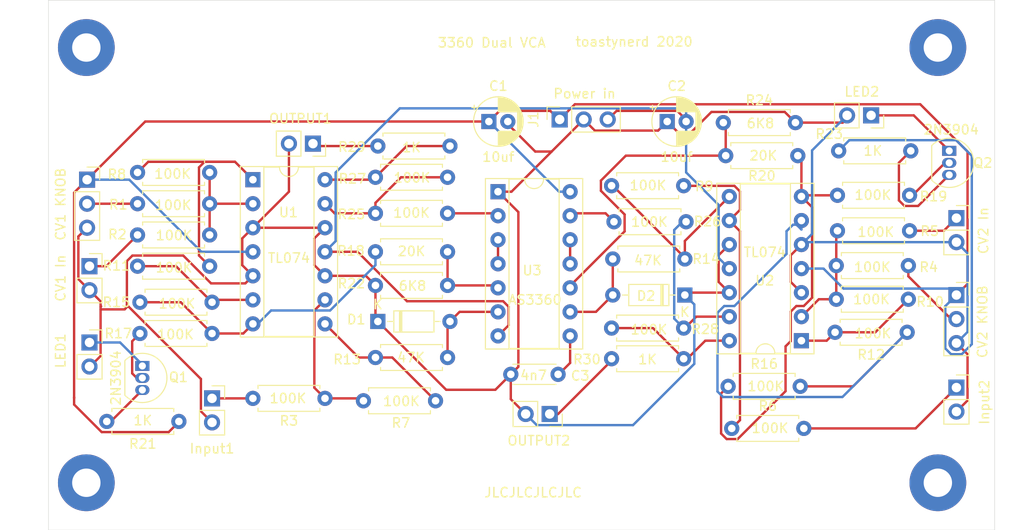
<source format=kicad_pcb>
(kicad_pcb (version 20171130) (host pcbnew "(5.1.6-0-10_14)")

  (general
    (thickness 1.6)
    (drawings 7)
    (tracks 341)
    (zones 0)
    (modules 55)
    (nets 43)
  )

  (page A4)
  (layers
    (0 F.Cu signal)
    (31 B.Cu signal)
    (32 B.Adhes user)
    (33 F.Adhes user)
    (34 B.Paste user)
    (35 F.Paste user)
    (36 B.SilkS user)
    (37 F.SilkS user)
    (38 B.Mask user)
    (39 F.Mask user)
    (40 Dwgs.User user)
    (41 Cmts.User user)
    (42 Eco1.User user)
    (43 Eco2.User user)
    (44 Edge.Cuts user)
    (45 Margin user)
    (46 B.CrtYd user)
    (47 F.CrtYd user)
    (48 B.Fab user)
    (49 F.Fab user)
  )

  (setup
    (last_trace_width 0.25)
    (trace_clearance 0.2)
    (zone_clearance 0.508)
    (zone_45_only no)
    (trace_min 0.2)
    (via_size 0.8)
    (via_drill 0.4)
    (via_min_size 0.4)
    (via_min_drill 0.3)
    (uvia_size 0.3)
    (uvia_drill 0.1)
    (uvias_allowed no)
    (uvia_min_size 0.2)
    (uvia_min_drill 0.1)
    (edge_width 0.05)
    (segment_width 0.2)
    (pcb_text_width 0.3)
    (pcb_text_size 1.5 1.5)
    (mod_edge_width 0.12)
    (mod_text_size 1 1)
    (mod_text_width 0.15)
    (pad_size 1.524 1.524)
    (pad_drill 0.762)
    (pad_to_mask_clearance 0.05)
    (aux_axis_origin 0 0)
    (visible_elements FFFFFF7F)
    (pcbplotparams
      (layerselection 0x010fc_ffffffff)
      (usegerberextensions false)
      (usegerberattributes true)
      (usegerberadvancedattributes true)
      (creategerberjobfile true)
      (excludeedgelayer true)
      (linewidth 0.100000)
      (plotframeref false)
      (viasonmask false)
      (mode 1)
      (useauxorigin false)
      (hpglpennumber 1)
      (hpglpenspeed 20)
      (hpglpendiameter 15.000000)
      (psnegative false)
      (psa4output false)
      (plotreference true)
      (plotvalue true)
      (plotinvisibletext false)
      (padsonsilk false)
      (subtractmaskfromsilk false)
      (outputformat 1)
      (mirror false)
      (drillshape 0)
      (scaleselection 1)
      (outputdirectory "/Users/toasty/electronics/synth_schematics/vca_3360/gerber/"))
  )

  (net 0 "")
  (net 1 GND)
  (net 2 +12V)
  (net 3 -12V)
  (net 4 "Net-(C3-Pad1)")
  (net 5 "Net-(CV1KNOB1-Pad2)")
  (net 6 "Net-(CV2KNOB1-Pad2)")
  (net 7 "Net-(D1-Pad2)")
  (net 8 "Net-(D2-Pad2)")
  (net 9 "Net-(J2-Pad1)")
  (net 10 "Net-(J3-Pad1)")
  (net 11 "Net-(J4-Pad1)")
  (net 12 "Net-(J5-Pad1)")
  (net 13 "Net-(J6-Pad1)")
  (net 14 "Net-(J7-Pad1)")
  (net 15 "Net-(J8-Pad1)")
  (net 16 "Net-(J9-Pad1)")
  (net 17 "Net-(Q1-Pad3)")
  (net 18 "Net-(Q1-Pad2)")
  (net 19 "Net-(Q2-Pad3)")
  (net 20 "Net-(Q2-Pad2)")
  (net 21 "Net-(R1-Pad1)")
  (net 22 "Net-(R3-Pad1)")
  (net 23 "Net-(R10-Pad2)")
  (net 24 "Net-(R6-Pad1)")
  (net 25 "Net-(R13-Pad2)")
  (net 26 "Net-(R11-Pad2)")
  (net 27 "Net-(R14-Pad2)")
  (net 28 "Net-(R10-Pad1)")
  (net 29 "Net-(R11-Pad1)")
  (net 30 "Net-(R12-Pad1)")
  (net 31 "Net-(R15-Pad1)")
  (net 32 "Net-(R16-Pad1)")
  (net 33 "Net-(R18-Pad1)")
  (net 34 "Net-(R20-Pad1)")
  (net 35 "Net-(R25-Pad2)")
  (net 36 "Net-(R25-Pad1)")
  (net 37 "Net-(R26-Pad2)")
  (net 38 "Net-(R26-Pad1)")
  (net 39 "Net-(R27-Pad1)")
  (net 40 "Net-(R28-Pad1)")
  (net 41 "Net-(U3-Pad11)")
  (net 42 "Net-(U3-Pad3)")

  (net_class Default "This is the default net class."
    (clearance 0.2)
    (trace_width 0.25)
    (via_dia 0.8)
    (via_drill 0.4)
    (uvia_dia 0.3)
    (uvia_drill 0.1)
    (add_net +12V)
    (add_net -12V)
    (add_net GND)
    (add_net "Net-(C3-Pad1)")
    (add_net "Net-(CV1KNOB1-Pad2)")
    (add_net "Net-(CV2KNOB1-Pad2)")
    (add_net "Net-(D1-Pad2)")
    (add_net "Net-(D2-Pad2)")
    (add_net "Net-(J2-Pad1)")
    (add_net "Net-(J3-Pad1)")
    (add_net "Net-(J4-Pad1)")
    (add_net "Net-(J5-Pad1)")
    (add_net "Net-(J6-Pad1)")
    (add_net "Net-(J7-Pad1)")
    (add_net "Net-(J8-Pad1)")
    (add_net "Net-(J9-Pad1)")
    (add_net "Net-(Q1-Pad2)")
    (add_net "Net-(Q1-Pad3)")
    (add_net "Net-(Q2-Pad2)")
    (add_net "Net-(Q2-Pad3)")
    (add_net "Net-(R1-Pad1)")
    (add_net "Net-(R10-Pad1)")
    (add_net "Net-(R10-Pad2)")
    (add_net "Net-(R11-Pad1)")
    (add_net "Net-(R11-Pad2)")
    (add_net "Net-(R12-Pad1)")
    (add_net "Net-(R13-Pad2)")
    (add_net "Net-(R14-Pad2)")
    (add_net "Net-(R15-Pad1)")
    (add_net "Net-(R16-Pad1)")
    (add_net "Net-(R18-Pad1)")
    (add_net "Net-(R20-Pad1)")
    (add_net "Net-(R25-Pad1)")
    (add_net "Net-(R25-Pad2)")
    (add_net "Net-(R26-Pad1)")
    (add_net "Net-(R26-Pad2)")
    (add_net "Net-(R27-Pad1)")
    (add_net "Net-(R28-Pad1)")
    (add_net "Net-(R3-Pad1)")
    (add_net "Net-(R6-Pad1)")
    (add_net "Net-(U3-Pad11)")
    (add_net "Net-(U3-Pad3)")
  )

  (module MountingHole:MountingHole_3mm_Pad (layer F.Cu) (tedit 56D1B4CB) (tstamp 5FEA8B53)
    (at 206 95)
    (descr "Mounting Hole 3mm")
    (tags "mounting hole 3mm")
    (attr virtual)
    (fp_text reference "" (at 0 -4) (layer F.SilkS)
      (effects (font (size 1 1) (thickness 0.15)))
    )
    (fp_text value MountingHole_3mm_Pad (at 0 4) (layer F.Fab)
      (effects (font (size 1 1) (thickness 0.15)))
    )
    (fp_circle (center 0 0) (end 3 0) (layer Cmts.User) (width 0.15))
    (fp_circle (center 0 0) (end 3.25 0) (layer F.CrtYd) (width 0.05))
    (fp_text user %R (at 0.3 0) (layer F.Fab)
      (effects (font (size 1 1) (thickness 0.15)))
    )
    (pad 1 thru_hole circle (at 0 0) (size 6 6) (drill 3) (layers *.Cu *.Mask))
  )

  (module MountingHole:MountingHole_3mm_Pad (layer F.Cu) (tedit 56D1B4CB) (tstamp 5FEA8B45)
    (at 206 141)
    (descr "Mounting Hole 3mm")
    (tags "mounting hole 3mm")
    (attr virtual)
    (fp_text reference "" (at 0 -4) (layer F.SilkS)
      (effects (font (size 1 1) (thickness 0.15)))
    )
    (fp_text value MountingHole_3mm_Pad (at 0 4) (layer F.Fab)
      (effects (font (size 1 1) (thickness 0.15)))
    )
    (fp_circle (center 0 0) (end 3.25 0) (layer F.CrtYd) (width 0.05))
    (fp_circle (center 0 0) (end 3 0) (layer Cmts.User) (width 0.15))
    (fp_text user %R (at 0.3 0) (layer F.Fab)
      (effects (font (size 1 1) (thickness 0.15)))
    )
    (pad 1 thru_hole circle (at 0 0) (size 6 6) (drill 3) (layers *.Cu *.Mask))
  )

  (module MountingHole:MountingHole_3mm_Pad (layer F.Cu) (tedit 56D1B4CB) (tstamp 5FEA8B37)
    (at 116 141)
    (descr "Mounting Hole 3mm")
    (tags "mounting hole 3mm")
    (attr virtual)
    (fp_text reference "" (at 0 -4) (layer F.SilkS)
      (effects (font (size 1 1) (thickness 0.15)))
    )
    (fp_text value MountingHole_3mm_Pad (at 0 4) (layer F.Fab)
      (effects (font (size 1 1) (thickness 0.15)))
    )
    (fp_circle (center 0 0) (end 3 0) (layer Cmts.User) (width 0.15))
    (fp_circle (center 0 0) (end 3.25 0) (layer F.CrtYd) (width 0.05))
    (fp_text user %R (at 0.3 0) (layer F.Fab)
      (effects (font (size 1 1) (thickness 0.15)))
    )
    (pad 1 thru_hole circle (at 0 0) (size 6 6) (drill 3) (layers *.Cu *.Mask))
  )

  (module MountingHole:MountingHole_3mm_Pad (layer F.Cu) (tedit 56D1B4CB) (tstamp 5FEA8B36)
    (at 116 95)
    (descr "Mounting Hole 3mm")
    (tags "mounting hole 3mm")
    (attr virtual)
    (fp_text reference "" (at 0 -4) (layer F.SilkS)
      (effects (font (size 1 1) (thickness 0.15)))
    )
    (fp_text value MountingHole_3mm_Pad (at 0 4) (layer F.Fab)
      (effects (font (size 1 1) (thickness 0.15)))
    )
    (fp_circle (center 0 0) (end 3.25 0) (layer F.CrtYd) (width 0.05))
    (fp_circle (center 0 0) (end 3 0) (layer Cmts.User) (width 0.15))
    (fp_text user %R (at 0.3 0) (layer F.Fab)
      (effects (font (size 1 1) (thickness 0.15)))
    )
    (pad 1 thru_hole circle (at 0 0) (size 6 6) (drill 3) (layers *.Cu *.Mask))
  )

  (module Package_DIP:DIP-14_W7.62mm_Socket (layer F.Cu) (tedit 5A02E8C5) (tstamp 5FE94CF9)
    (at 159.512 110.236)
    (descr "14-lead though-hole mounted DIP package, row spacing 7.62 mm (300 mils), Socket")
    (tags "THT DIP DIL PDIP 2.54mm 7.62mm 300mil Socket")
    (path /5FE921B2)
    (fp_text reference U3 (at 3.6068 8.3312) (layer F.SilkS)
      (effects (font (size 1 1) (thickness 0.15)))
    )
    (fp_text value AS3360 (at 3.9116 11.43) (layer F.SilkS)
      (effects (font (size 1 1) (thickness 0.15)))
    )
    (fp_line (start 9.15 -1.6) (end -1.55 -1.6) (layer F.CrtYd) (width 0.05))
    (fp_line (start 9.15 16.85) (end 9.15 -1.6) (layer F.CrtYd) (width 0.05))
    (fp_line (start -1.55 16.85) (end 9.15 16.85) (layer F.CrtYd) (width 0.05))
    (fp_line (start -1.55 -1.6) (end -1.55 16.85) (layer F.CrtYd) (width 0.05))
    (fp_line (start 8.95 -1.39) (end -1.33 -1.39) (layer F.SilkS) (width 0.12))
    (fp_line (start 8.95 16.63) (end 8.95 -1.39) (layer F.SilkS) (width 0.12))
    (fp_line (start -1.33 16.63) (end 8.95 16.63) (layer F.SilkS) (width 0.12))
    (fp_line (start -1.33 -1.39) (end -1.33 16.63) (layer F.SilkS) (width 0.12))
    (fp_line (start 6.46 -1.33) (end 4.81 -1.33) (layer F.SilkS) (width 0.12))
    (fp_line (start 6.46 16.57) (end 6.46 -1.33) (layer F.SilkS) (width 0.12))
    (fp_line (start 1.16 16.57) (end 6.46 16.57) (layer F.SilkS) (width 0.12))
    (fp_line (start 1.16 -1.33) (end 1.16 16.57) (layer F.SilkS) (width 0.12))
    (fp_line (start 2.81 -1.33) (end 1.16 -1.33) (layer F.SilkS) (width 0.12))
    (fp_line (start 8.89 -1.33) (end -1.27 -1.33) (layer F.Fab) (width 0.1))
    (fp_line (start 8.89 16.57) (end 8.89 -1.33) (layer F.Fab) (width 0.1))
    (fp_line (start -1.27 16.57) (end 8.89 16.57) (layer F.Fab) (width 0.1))
    (fp_line (start -1.27 -1.33) (end -1.27 16.57) (layer F.Fab) (width 0.1))
    (fp_line (start 0.635 -0.27) (end 1.635 -1.27) (layer F.Fab) (width 0.1))
    (fp_line (start 0.635 16.51) (end 0.635 -0.27) (layer F.Fab) (width 0.1))
    (fp_line (start 6.985 16.51) (end 0.635 16.51) (layer F.Fab) (width 0.1))
    (fp_line (start 6.985 -1.27) (end 6.985 16.51) (layer F.Fab) (width 0.1))
    (fp_line (start 1.635 -1.27) (end 6.985 -1.27) (layer F.Fab) (width 0.1))
    (fp_arc (start 3.81 -1.33) (end 2.81 -1.33) (angle -180) (layer F.SilkS) (width 0.12))
    (pad 14 thru_hole oval (at 7.62 0) (size 1.6 1.6) (drill 0.8) (layers *.Cu *.Mask)
      (net 2 +12V))
    (pad 7 thru_hole oval (at 0 15.24) (size 1.6 1.6) (drill 0.8) (layers *.Cu *.Mask)
      (net 3 -12V))
    (pad 13 thru_hole oval (at 7.62 2.54) (size 1.6 1.6) (drill 0.8) (layers *.Cu *.Mask)
      (net 37 "Net-(R26-Pad2)"))
    (pad 6 thru_hole oval (at 0 12.7) (size 1.6 1.6) (drill 0.8) (layers *.Cu *.Mask)
      (net 7 "Net-(D1-Pad2)"))
    (pad 12 thru_hole oval (at 7.62 5.08) (size 1.6 1.6) (drill 0.8) (layers *.Cu *.Mask)
      (net 41 "Net-(U3-Pad11)"))
    (pad 5 thru_hole oval (at 0 10.16) (size 1.6 1.6) (drill 0.8) (layers *.Cu *.Mask)
      (net 33 "Net-(R18-Pad1)"))
    (pad 11 thru_hole oval (at 7.62 7.62) (size 1.6 1.6) (drill 0.8) (layers *.Cu *.Mask)
      (net 41 "Net-(U3-Pad11)"))
    (pad 4 thru_hole oval (at 0 7.62) (size 1.6 1.6) (drill 0.8) (layers *.Cu *.Mask)
      (net 42 "Net-(U3-Pad3)"))
    (pad 10 thru_hole oval (at 7.62 10.16) (size 1.6 1.6) (drill 0.8) (layers *.Cu *.Mask)
      (net 34 "Net-(R20-Pad1)"))
    (pad 3 thru_hole oval (at 0 5.08) (size 1.6 1.6) (drill 0.8) (layers *.Cu *.Mask)
      (net 42 "Net-(U3-Pad3)"))
    (pad 9 thru_hole oval (at 7.62 12.7) (size 1.6 1.6) (drill 0.8) (layers *.Cu *.Mask)
      (net 8 "Net-(D2-Pad2)"))
    (pad 2 thru_hole oval (at 0 2.54) (size 1.6 1.6) (drill 0.8) (layers *.Cu *.Mask)
      (net 35 "Net-(R25-Pad2)"))
    (pad 8 thru_hole oval (at 7.62 15.24) (size 1.6 1.6) (drill 0.8) (layers *.Cu *.Mask)
      (net 4 "Net-(C3-Pad1)"))
    (pad 1 thru_hole rect (at 0 0) (size 1.6 1.6) (drill 0.8) (layers *.Cu *.Mask)
      (net 1 GND))
    (model ${KISYS3DMOD}/Package_DIP.3dshapes/DIP-14_W7.62mm_Socket.wrl
      (at (xyz 0 0 0))
      (scale (xyz 1 1 1))
      (rotate (xyz 0 0 0))
    )
  )

  (module Package_DIP:DIP-14_W7.62mm_Socket (layer F.Cu) (tedit 5A02E8C5) (tstamp 5FE94CCF)
    (at 191.5795 125.984 180)
    (descr "14-lead though-hole mounted DIP package, row spacing 7.62 mm (300 mils), Socket")
    (tags "THT DIP DIL PDIP 2.54mm 7.62mm 300mil Socket")
    (path /5FF02766)
    (fp_text reference U2 (at 3.8735 6.35) (layer F.SilkS)
      (effects (font (size 1 1) (thickness 0.15)))
    )
    (fp_text value TL074 (at 3.8735 9.3472) (layer F.SilkS)
      (effects (font (size 1 1) (thickness 0.15)))
    )
    (fp_line (start 9.15 -1.6) (end -1.55 -1.6) (layer F.CrtYd) (width 0.05))
    (fp_line (start 9.15 16.85) (end 9.15 -1.6) (layer F.CrtYd) (width 0.05))
    (fp_line (start -1.55 16.85) (end 9.15 16.85) (layer F.CrtYd) (width 0.05))
    (fp_line (start -1.55 -1.6) (end -1.55 16.85) (layer F.CrtYd) (width 0.05))
    (fp_line (start 8.95 -1.39) (end -1.33 -1.39) (layer F.SilkS) (width 0.12))
    (fp_line (start 8.95 16.63) (end 8.95 -1.39) (layer F.SilkS) (width 0.12))
    (fp_line (start -1.33 16.63) (end 8.95 16.63) (layer F.SilkS) (width 0.12))
    (fp_line (start -1.33 -1.39) (end -1.33 16.63) (layer F.SilkS) (width 0.12))
    (fp_line (start 6.46 -1.33) (end 4.81 -1.33) (layer F.SilkS) (width 0.12))
    (fp_line (start 6.46 16.57) (end 6.46 -1.33) (layer F.SilkS) (width 0.12))
    (fp_line (start 1.16 16.57) (end 6.46 16.57) (layer F.SilkS) (width 0.12))
    (fp_line (start 1.16 -1.33) (end 1.16 16.57) (layer F.SilkS) (width 0.12))
    (fp_line (start 2.81 -1.33) (end 1.16 -1.33) (layer F.SilkS) (width 0.12))
    (fp_line (start 8.89 -1.33) (end -1.27 -1.33) (layer F.Fab) (width 0.1))
    (fp_line (start 8.89 16.57) (end 8.89 -1.33) (layer F.Fab) (width 0.1))
    (fp_line (start -1.27 16.57) (end 8.89 16.57) (layer F.Fab) (width 0.1))
    (fp_line (start -1.27 -1.33) (end -1.27 16.57) (layer F.Fab) (width 0.1))
    (fp_line (start 0.635 -0.27) (end 1.635 -1.27) (layer F.Fab) (width 0.1))
    (fp_line (start 0.635 16.51) (end 0.635 -0.27) (layer F.Fab) (width 0.1))
    (fp_line (start 6.985 16.51) (end 0.635 16.51) (layer F.Fab) (width 0.1))
    (fp_line (start 6.985 -1.27) (end 6.985 16.51) (layer F.Fab) (width 0.1))
    (fp_line (start 1.635 -1.27) (end 6.985 -1.27) (layer F.Fab) (width 0.1))
    (fp_arc (start 3.81 -1.33) (end 2.81 -1.33) (angle -180) (layer F.SilkS) (width 0.12))
    (pad 14 thru_hole oval (at 7.62 0 180) (size 1.6 1.6) (drill 0.8) (layers *.Cu *.Mask)
      (net 40 "Net-(R28-Pad1)"))
    (pad 7 thru_hole oval (at 0 15.24 180) (size 1.6 1.6) (drill 0.8) (layers *.Cu *.Mask)
      (net 32 "Net-(R16-Pad1)"))
    (pad 13 thru_hole oval (at 7.62 2.54 180) (size 1.6 1.6) (drill 0.8) (layers *.Cu *.Mask)
      (net 38 "Net-(R26-Pad1)"))
    (pad 6 thru_hole oval (at 0 12.7 180) (size 1.6 1.6) (drill 0.8) (layers *.Cu *.Mask)
      (net 30 "Net-(R12-Pad1)"))
    (pad 12 thru_hole oval (at 7.62 5.08 180) (size 1.6 1.6) (drill 0.8) (layers *.Cu *.Mask)
      (net 1 GND))
    (pad 5 thru_hole oval (at 0 10.16 180) (size 1.6 1.6) (drill 0.8) (layers *.Cu *.Mask)
      (net 1 GND))
    (pad 11 thru_hole oval (at 7.62 7.62 180) (size 1.6 1.6) (drill 0.8) (layers *.Cu *.Mask)
      (net 3 -12V))
    (pad 4 thru_hole oval (at 0 7.62 180) (size 1.6 1.6) (drill 0.8) (layers *.Cu *.Mask)
      (net 2 +12V))
    (pad 10 thru_hole oval (at 7.62 10.16 180) (size 1.6 1.6) (drill 0.8) (layers *.Cu *.Mask)
      (net 1 GND))
    (pad 3 thru_hole oval (at 0 5.08 180) (size 1.6 1.6) (drill 0.8) (layers *.Cu *.Mask)
      (net 1 GND))
    (pad 9 thru_hole oval (at 7.62 12.7 180) (size 1.6 1.6) (drill 0.8) (layers *.Cu *.Mask)
      (net 24 "Net-(R6-Pad1)"))
    (pad 2 thru_hole oval (at 0 2.54 180) (size 1.6 1.6) (drill 0.8) (layers *.Cu *.Mask)
      (net 23 "Net-(R10-Pad2)"))
    (pad 8 thru_hole oval (at 7.62 15.24 180) (size 1.6 1.6) (drill 0.8) (layers *.Cu *.Mask)
      (net 27 "Net-(R14-Pad2)"))
    (pad 1 thru_hole rect (at 0 0 180) (size 1.6 1.6) (drill 0.8) (layers *.Cu *.Mask)
      (net 28 "Net-(R10-Pad1)"))
    (model ${KISYS3DMOD}/Package_DIP.3dshapes/DIP-14_W7.62mm_Socket.wrl
      (at (xyz 0 0 0))
      (scale (xyz 1 1 1))
      (rotate (xyz 0 0 0))
    )
  )

  (module Package_DIP:DIP-14_W7.62mm_Socket (layer F.Cu) (tedit 5A02E8C5) (tstamp 5FE94CA5)
    (at 133.604 108.966)
    (descr "14-lead though-hole mounted DIP package, row spacing 7.62 mm (300 mils), Socket")
    (tags "THT DIP DIL PDIP 2.54mm 7.62mm 300mil Socket")
    (path /5FE9B4D2)
    (fp_text reference U1 (at 3.7592 3.4544) (layer F.SilkS)
      (effects (font (size 1 1) (thickness 0.15)))
    )
    (fp_text value TL074 (at 3.81 8.2804 180) (layer F.SilkS)
      (effects (font (size 1 1) (thickness 0.15)))
    )
    (fp_line (start 9.15 -1.6) (end -1.55 -1.6) (layer F.CrtYd) (width 0.05))
    (fp_line (start 9.15 16.85) (end 9.15 -1.6) (layer F.CrtYd) (width 0.05))
    (fp_line (start -1.55 16.85) (end 9.15 16.85) (layer F.CrtYd) (width 0.05))
    (fp_line (start -1.55 -1.6) (end -1.55 16.85) (layer F.CrtYd) (width 0.05))
    (fp_line (start 8.95 -1.39) (end -1.33 -1.39) (layer F.SilkS) (width 0.12))
    (fp_line (start 8.95 16.63) (end 8.95 -1.39) (layer F.SilkS) (width 0.12))
    (fp_line (start -1.33 16.63) (end 8.95 16.63) (layer F.SilkS) (width 0.12))
    (fp_line (start -1.33 -1.39) (end -1.33 16.63) (layer F.SilkS) (width 0.12))
    (fp_line (start 6.46 -1.33) (end 4.81 -1.33) (layer F.SilkS) (width 0.12))
    (fp_line (start 6.46 16.57) (end 6.46 -1.33) (layer F.SilkS) (width 0.12))
    (fp_line (start 1.16 16.57) (end 6.46 16.57) (layer F.SilkS) (width 0.12))
    (fp_line (start 1.16 -1.33) (end 1.16 16.57) (layer F.SilkS) (width 0.12))
    (fp_line (start 2.81 -1.33) (end 1.16 -1.33) (layer F.SilkS) (width 0.12))
    (fp_line (start 8.89 -1.33) (end -1.27 -1.33) (layer F.Fab) (width 0.1))
    (fp_line (start 8.89 16.57) (end 8.89 -1.33) (layer F.Fab) (width 0.1))
    (fp_line (start -1.27 16.57) (end 8.89 16.57) (layer F.Fab) (width 0.1))
    (fp_line (start -1.27 -1.33) (end -1.27 16.57) (layer F.Fab) (width 0.1))
    (fp_line (start 0.635 -0.27) (end 1.635 -1.27) (layer F.Fab) (width 0.1))
    (fp_line (start 0.635 16.51) (end 0.635 -0.27) (layer F.Fab) (width 0.1))
    (fp_line (start 6.985 16.51) (end 0.635 16.51) (layer F.Fab) (width 0.1))
    (fp_line (start 6.985 -1.27) (end 6.985 16.51) (layer F.Fab) (width 0.1))
    (fp_line (start 1.635 -1.27) (end 6.985 -1.27) (layer F.Fab) (width 0.1))
    (fp_arc (start 3.81 -1.33) (end 2.81 -1.33) (angle -180) (layer F.SilkS) (width 0.12))
    (pad 14 thru_hole oval (at 7.62 0) (size 1.6 1.6) (drill 0.8) (layers *.Cu *.Mask)
      (net 39 "Net-(R27-Pad1)"))
    (pad 7 thru_hole oval (at 0 15.24) (size 1.6 1.6) (drill 0.8) (layers *.Cu *.Mask)
      (net 31 "Net-(R15-Pad1)"))
    (pad 13 thru_hole oval (at 7.62 2.54) (size 1.6 1.6) (drill 0.8) (layers *.Cu *.Mask)
      (net 36 "Net-(R25-Pad1)"))
    (pad 6 thru_hole oval (at 0 12.7) (size 1.6 1.6) (drill 0.8) (layers *.Cu *.Mask)
      (net 29 "Net-(R11-Pad1)"))
    (pad 12 thru_hole oval (at 7.62 5.08) (size 1.6 1.6) (drill 0.8) (layers *.Cu *.Mask)
      (net 1 GND))
    (pad 5 thru_hole oval (at 0 10.16) (size 1.6 1.6) (drill 0.8) (layers *.Cu *.Mask)
      (net 1 GND))
    (pad 11 thru_hole oval (at 7.62 7.62) (size 1.6 1.6) (drill 0.8) (layers *.Cu *.Mask)
      (net 3 -12V))
    (pad 4 thru_hole oval (at 0 7.62) (size 1.6 1.6) (drill 0.8) (layers *.Cu *.Mask)
      (net 2 +12V))
    (pad 10 thru_hole oval (at 7.62 10.16) (size 1.6 1.6) (drill 0.8) (layers *.Cu *.Mask)
      (net 1 GND))
    (pad 3 thru_hole oval (at 0 5.08) (size 1.6 1.6) (drill 0.8) (layers *.Cu *.Mask)
      (net 1 GND))
    (pad 9 thru_hole oval (at 7.62 12.7) (size 1.6 1.6) (drill 0.8) (layers *.Cu *.Mask)
      (net 22 "Net-(R3-Pad1)"))
    (pad 2 thru_hole oval (at 0 2.54) (size 1.6 1.6) (drill 0.8) (layers *.Cu *.Mask)
      (net 21 "Net-(R1-Pad1)"))
    (pad 8 thru_hole oval (at 7.62 15.24) (size 1.6 1.6) (drill 0.8) (layers *.Cu *.Mask)
      (net 25 "Net-(R13-Pad2)"))
    (pad 1 thru_hole rect (at 0 0) (size 1.6 1.6) (drill 0.8) (layers *.Cu *.Mask)
      (net 26 "Net-(R11-Pad2)"))
    (model ${KISYS3DMOD}/Package_DIP.3dshapes/DIP-14_W7.62mm_Socket.wrl
      (at (xyz 0 0 0))
      (scale (xyz 1 1 1))
      (rotate (xyz 0 0 0))
    )
  )

  (module Resistor_THT:R_Axial_DIN0207_L6.3mm_D2.5mm_P7.62mm_Horizontal (layer F.Cu) (tedit 5AE5139B) (tstamp 5FE94C7B)
    (at 171.5135 127.889)
    (descr "Resistor, Axial_DIN0207 series, Axial, Horizontal, pin pitch=7.62mm, 0.25W = 1/4W, length*diameter=6.3*2.5mm^2, http://cdn-reichelt.de/documents/datenblatt/B400/1_4W%23YAG.pdf")
    (tags "Resistor Axial_DIN0207 series Axial Horizontal pin pitch 7.62mm 0.25W = 1/4W length 6.3mm diameter 2.5mm")
    (path /5FFA7106)
    (fp_text reference R30 (at -2.6035 0.0762) (layer F.SilkS)
      (effects (font (size 1 1) (thickness 0.15)))
    )
    (fp_text value 1K (at 3.7973 0.0762) (layer F.SilkS)
      (effects (font (size 1 1) (thickness 0.15)))
    )
    (fp_line (start 8.67 -1.5) (end -1.05 -1.5) (layer F.CrtYd) (width 0.05))
    (fp_line (start 8.67 1.5) (end 8.67 -1.5) (layer F.CrtYd) (width 0.05))
    (fp_line (start -1.05 1.5) (end 8.67 1.5) (layer F.CrtYd) (width 0.05))
    (fp_line (start -1.05 -1.5) (end -1.05 1.5) (layer F.CrtYd) (width 0.05))
    (fp_line (start 7.08 1.37) (end 7.08 1.04) (layer F.SilkS) (width 0.12))
    (fp_line (start 0.54 1.37) (end 7.08 1.37) (layer F.SilkS) (width 0.12))
    (fp_line (start 0.54 1.04) (end 0.54 1.37) (layer F.SilkS) (width 0.12))
    (fp_line (start 7.08 -1.37) (end 7.08 -1.04) (layer F.SilkS) (width 0.12))
    (fp_line (start 0.54 -1.37) (end 7.08 -1.37) (layer F.SilkS) (width 0.12))
    (fp_line (start 0.54 -1.04) (end 0.54 -1.37) (layer F.SilkS) (width 0.12))
    (fp_line (start 7.62 0) (end 6.96 0) (layer F.Fab) (width 0.1))
    (fp_line (start 0 0) (end 0.66 0) (layer F.Fab) (width 0.1))
    (fp_line (start 6.96 -1.25) (end 0.66 -1.25) (layer F.Fab) (width 0.1))
    (fp_line (start 6.96 1.25) (end 6.96 -1.25) (layer F.Fab) (width 0.1))
    (fp_line (start 0.66 1.25) (end 6.96 1.25) (layer F.Fab) (width 0.1))
    (fp_line (start 0.66 -1.25) (end 0.66 1.25) (layer F.Fab) (width 0.1))
    (pad 2 thru_hole oval (at 7.62 0) (size 1.6 1.6) (drill 0.8) (layers *.Cu *.Mask)
      (net 40 "Net-(R28-Pad1)"))
    (pad 1 thru_hole circle (at 0 0) (size 1.6 1.6) (drill 0.8) (layers *.Cu *.Mask)
      (net 16 "Net-(J9-Pad1)"))
    (model ${KISYS3DMOD}/Resistor_THT.3dshapes/R_Axial_DIN0207_L6.3mm_D2.5mm_P7.62mm_Horizontal.wrl
      (at (xyz 0 0 0))
      (scale (xyz 1 1 1))
      (rotate (xyz 0 0 0))
    )
  )

  (module Resistor_THT:R_Axial_DIN0207_L6.3mm_D2.5mm_P7.62mm_Horizontal (layer F.Cu) (tedit 5AE5139B) (tstamp 5FE94C64)
    (at 146.812 105.41)
    (descr "Resistor, Axial_DIN0207 series, Axial, Horizontal, pin pitch=7.62mm, 0.25W = 1/4W, length*diameter=6.3*2.5mm^2, http://cdn-reichelt.de/documents/datenblatt/B400/1_4W%23YAG.pdf")
    (tags "Resistor Axial_DIN0207 series Axial Horizontal pin pitch 7.62mm 0.25W = 1/4W length 6.3mm diameter 2.5mm")
    (path /5FEF7936)
    (fp_text reference R29 (at -2.7432 0.1016) (layer F.SilkS)
      (effects (font (size 1 1) (thickness 0.15)))
    )
    (fp_text value 1K (at 3.556 0.1524) (layer F.SilkS)
      (effects (font (size 1 1) (thickness 0.15)))
    )
    (fp_line (start 8.67 -1.5) (end -1.05 -1.5) (layer F.CrtYd) (width 0.05))
    (fp_line (start 8.67 1.5) (end 8.67 -1.5) (layer F.CrtYd) (width 0.05))
    (fp_line (start -1.05 1.5) (end 8.67 1.5) (layer F.CrtYd) (width 0.05))
    (fp_line (start -1.05 -1.5) (end -1.05 1.5) (layer F.CrtYd) (width 0.05))
    (fp_line (start 7.08 1.37) (end 7.08 1.04) (layer F.SilkS) (width 0.12))
    (fp_line (start 0.54 1.37) (end 7.08 1.37) (layer F.SilkS) (width 0.12))
    (fp_line (start 0.54 1.04) (end 0.54 1.37) (layer F.SilkS) (width 0.12))
    (fp_line (start 7.08 -1.37) (end 7.08 -1.04) (layer F.SilkS) (width 0.12))
    (fp_line (start 0.54 -1.37) (end 7.08 -1.37) (layer F.SilkS) (width 0.12))
    (fp_line (start 0.54 -1.04) (end 0.54 -1.37) (layer F.SilkS) (width 0.12))
    (fp_line (start 7.62 0) (end 6.96 0) (layer F.Fab) (width 0.1))
    (fp_line (start 0 0) (end 0.66 0) (layer F.Fab) (width 0.1))
    (fp_line (start 6.96 -1.25) (end 0.66 -1.25) (layer F.Fab) (width 0.1))
    (fp_line (start 6.96 1.25) (end 6.96 -1.25) (layer F.Fab) (width 0.1))
    (fp_line (start 0.66 1.25) (end 6.96 1.25) (layer F.Fab) (width 0.1))
    (fp_line (start 0.66 -1.25) (end 0.66 1.25) (layer F.Fab) (width 0.1))
    (pad 2 thru_hole oval (at 7.62 0) (size 1.6 1.6) (drill 0.8) (layers *.Cu *.Mask)
      (net 39 "Net-(R27-Pad1)"))
    (pad 1 thru_hole circle (at 0 0) (size 1.6 1.6) (drill 0.8) (layers *.Cu *.Mask)
      (net 15 "Net-(J8-Pad1)"))
    (model ${KISYS3DMOD}/Resistor_THT.3dshapes/R_Axial_DIN0207_L6.3mm_D2.5mm_P7.62mm_Horizontal.wrl
      (at (xyz 0 0 0))
      (scale (xyz 1 1 1))
      (rotate (xyz 0 0 0))
    )
  )

  (module Resistor_THT:R_Axial_DIN0207_L6.3mm_D2.5mm_P7.62mm_Horizontal (layer F.Cu) (tedit 5AE5139B) (tstamp 5FE94C4D)
    (at 171.5135 124.6505)
    (descr "Resistor, Axial_DIN0207 series, Axial, Horizontal, pin pitch=7.62mm, 0.25W = 1/4W, length*diameter=6.3*2.5mm^2, http://cdn-reichelt.de/documents/datenblatt/B400/1_4W%23YAG.pdf")
    (tags "Resistor Axial_DIN0207 series Axial Horizontal pin pitch 7.62mm 0.25W = 1/4W length 6.3mm diameter 2.5mm")
    (path /5FFA70F3)
    (fp_text reference R28 (at 9.8933 0.1143) (layer F.SilkS)
      (effects (font (size 1 1) (thickness 0.15)))
    )
    (fp_text value 100K (at 3.9497 0.1651) (layer F.SilkS)
      (effects (font (size 1 1) (thickness 0.15)))
    )
    (fp_line (start 8.67 -1.5) (end -1.05 -1.5) (layer F.CrtYd) (width 0.05))
    (fp_line (start 8.67 1.5) (end 8.67 -1.5) (layer F.CrtYd) (width 0.05))
    (fp_line (start -1.05 1.5) (end 8.67 1.5) (layer F.CrtYd) (width 0.05))
    (fp_line (start -1.05 -1.5) (end -1.05 1.5) (layer F.CrtYd) (width 0.05))
    (fp_line (start 7.08 1.37) (end 7.08 1.04) (layer F.SilkS) (width 0.12))
    (fp_line (start 0.54 1.37) (end 7.08 1.37) (layer F.SilkS) (width 0.12))
    (fp_line (start 0.54 1.04) (end 0.54 1.37) (layer F.SilkS) (width 0.12))
    (fp_line (start 7.08 -1.37) (end 7.08 -1.04) (layer F.SilkS) (width 0.12))
    (fp_line (start 0.54 -1.37) (end 7.08 -1.37) (layer F.SilkS) (width 0.12))
    (fp_line (start 0.54 -1.04) (end 0.54 -1.37) (layer F.SilkS) (width 0.12))
    (fp_line (start 7.62 0) (end 6.96 0) (layer F.Fab) (width 0.1))
    (fp_line (start 0 0) (end 0.66 0) (layer F.Fab) (width 0.1))
    (fp_line (start 6.96 -1.25) (end 0.66 -1.25) (layer F.Fab) (width 0.1))
    (fp_line (start 6.96 1.25) (end 6.96 -1.25) (layer F.Fab) (width 0.1))
    (fp_line (start 0.66 1.25) (end 6.96 1.25) (layer F.Fab) (width 0.1))
    (fp_line (start 0.66 -1.25) (end 0.66 1.25) (layer F.Fab) (width 0.1))
    (pad 2 thru_hole oval (at 7.62 0) (size 1.6 1.6) (drill 0.8) (layers *.Cu *.Mask)
      (net 38 "Net-(R26-Pad1)"))
    (pad 1 thru_hole circle (at 0 0) (size 1.6 1.6) (drill 0.8) (layers *.Cu *.Mask)
      (net 40 "Net-(R28-Pad1)"))
    (model ${KISYS3DMOD}/Resistor_THT.3dshapes/R_Axial_DIN0207_L6.3mm_D2.5mm_P7.62mm_Horizontal.wrl
      (at (xyz 0 0 0))
      (scale (xyz 1 1 1))
      (rotate (xyz 0 0 0))
    )
  )

  (module Resistor_THT:R_Axial_DIN0207_L6.3mm_D2.5mm_P7.62mm_Horizontal (layer F.Cu) (tedit 5AE5139B) (tstamp 5FE94C36)
    (at 146.558 108.712)
    (descr "Resistor, Axial_DIN0207 series, Axial, Horizontal, pin pitch=7.62mm, 0.25W = 1/4W, length*diameter=6.3*2.5mm^2, http://cdn-reichelt.de/documents/datenblatt/B400/1_4W%23YAG.pdf")
    (tags "Resistor Axial_DIN0207 series Axial Horizontal pin pitch 7.62mm 0.25W = 1/4W length 6.3mm diameter 2.5mm")
    (path /5FEF0159)
    (fp_text reference R27 (at -2.4384 0.1524) (layer F.SilkS)
      (effects (font (size 1 1) (thickness 0.15)))
    )
    (fp_text value 100K (at 3.8608 0.0508) (layer F.SilkS)
      (effects (font (size 1 1) (thickness 0.15)))
    )
    (fp_line (start 8.67 -1.5) (end -1.05 -1.5) (layer F.CrtYd) (width 0.05))
    (fp_line (start 8.67 1.5) (end 8.67 -1.5) (layer F.CrtYd) (width 0.05))
    (fp_line (start -1.05 1.5) (end 8.67 1.5) (layer F.CrtYd) (width 0.05))
    (fp_line (start -1.05 -1.5) (end -1.05 1.5) (layer F.CrtYd) (width 0.05))
    (fp_line (start 7.08 1.37) (end 7.08 1.04) (layer F.SilkS) (width 0.12))
    (fp_line (start 0.54 1.37) (end 7.08 1.37) (layer F.SilkS) (width 0.12))
    (fp_line (start 0.54 1.04) (end 0.54 1.37) (layer F.SilkS) (width 0.12))
    (fp_line (start 7.08 -1.37) (end 7.08 -1.04) (layer F.SilkS) (width 0.12))
    (fp_line (start 0.54 -1.37) (end 7.08 -1.37) (layer F.SilkS) (width 0.12))
    (fp_line (start 0.54 -1.04) (end 0.54 -1.37) (layer F.SilkS) (width 0.12))
    (fp_line (start 7.62 0) (end 6.96 0) (layer F.Fab) (width 0.1))
    (fp_line (start 0 0) (end 0.66 0) (layer F.Fab) (width 0.1))
    (fp_line (start 6.96 -1.25) (end 0.66 -1.25) (layer F.Fab) (width 0.1))
    (fp_line (start 6.96 1.25) (end 6.96 -1.25) (layer F.Fab) (width 0.1))
    (fp_line (start 0.66 1.25) (end 6.96 1.25) (layer F.Fab) (width 0.1))
    (fp_line (start 0.66 -1.25) (end 0.66 1.25) (layer F.Fab) (width 0.1))
    (pad 2 thru_hole oval (at 7.62 0) (size 1.6 1.6) (drill 0.8) (layers *.Cu *.Mask)
      (net 36 "Net-(R25-Pad1)"))
    (pad 1 thru_hole circle (at 0 0) (size 1.6 1.6) (drill 0.8) (layers *.Cu *.Mask)
      (net 39 "Net-(R27-Pad1)"))
    (model ${KISYS3DMOD}/Resistor_THT.3dshapes/R_Axial_DIN0207_L6.3mm_D2.5mm_P7.62mm_Horizontal.wrl
      (at (xyz 0 0 0))
      (scale (xyz 1 1 1))
      (rotate (xyz 0 0 0))
    )
  )

  (module Resistor_THT:R_Axial_DIN0207_L6.3mm_D2.5mm_P7.62mm_Horizontal (layer F.Cu) (tedit 5AE5139B) (tstamp 5FE9DFA9)
    (at 179.3875 113.411 180)
    (descr "Resistor, Axial_DIN0207 series, Axial, Horizontal, pin pitch=7.62mm, 0.25W = 1/4W, length*diameter=6.3*2.5mm^2, http://cdn-reichelt.de/documents/datenblatt/B400/1_4W%23YAG.pdf")
    (tags "Resistor Axial_DIN0207 series Axial Horizontal pin pitch 7.62mm 0.25W = 1/4W length 6.3mm diameter 2.5mm")
    (path /5FFA70D4)
    (fp_text reference R26 (at -2.2733 0.0254) (layer F.SilkS)
      (effects (font (size 1 1) (thickness 0.15)))
    )
    (fp_text value 100K (at 3.8735 -0.0254) (layer F.SilkS)
      (effects (font (size 1 1) (thickness 0.15)))
    )
    (fp_line (start 8.67 -1.5) (end -1.05 -1.5) (layer F.CrtYd) (width 0.05))
    (fp_line (start 8.67 1.5) (end 8.67 -1.5) (layer F.CrtYd) (width 0.05))
    (fp_line (start -1.05 1.5) (end 8.67 1.5) (layer F.CrtYd) (width 0.05))
    (fp_line (start -1.05 -1.5) (end -1.05 1.5) (layer F.CrtYd) (width 0.05))
    (fp_line (start 7.08 1.37) (end 7.08 1.04) (layer F.SilkS) (width 0.12))
    (fp_line (start 0.54 1.37) (end 7.08 1.37) (layer F.SilkS) (width 0.12))
    (fp_line (start 0.54 1.04) (end 0.54 1.37) (layer F.SilkS) (width 0.12))
    (fp_line (start 7.08 -1.37) (end 7.08 -1.04) (layer F.SilkS) (width 0.12))
    (fp_line (start 0.54 -1.37) (end 7.08 -1.37) (layer F.SilkS) (width 0.12))
    (fp_line (start 0.54 -1.04) (end 0.54 -1.37) (layer F.SilkS) (width 0.12))
    (fp_line (start 7.62 0) (end 6.96 0) (layer F.Fab) (width 0.1))
    (fp_line (start 0 0) (end 0.66 0) (layer F.Fab) (width 0.1))
    (fp_line (start 6.96 -1.25) (end 0.66 -1.25) (layer F.Fab) (width 0.1))
    (fp_line (start 6.96 1.25) (end 6.96 -1.25) (layer F.Fab) (width 0.1))
    (fp_line (start 0.66 1.25) (end 6.96 1.25) (layer F.Fab) (width 0.1))
    (fp_line (start 0.66 -1.25) (end 0.66 1.25) (layer F.Fab) (width 0.1))
    (pad 2 thru_hole oval (at 7.62 0 180) (size 1.6 1.6) (drill 0.8) (layers *.Cu *.Mask)
      (net 37 "Net-(R26-Pad2)"))
    (pad 1 thru_hole circle (at 0 0 180) (size 1.6 1.6) (drill 0.8) (layers *.Cu *.Mask)
      (net 38 "Net-(R26-Pad1)"))
    (model ${KISYS3DMOD}/Resistor_THT.3dshapes/R_Axial_DIN0207_L6.3mm_D2.5mm_P7.62mm_Horizontal.wrl
      (at (xyz 0 0 0))
      (scale (xyz 1 1 1))
      (rotate (xyz 0 0 0))
    )
  )

  (module Resistor_THT:R_Axial_DIN0207_L6.3mm_D2.5mm_P7.62mm_Horizontal (layer F.Cu) (tedit 5AE5139B) (tstamp 5FE94C08)
    (at 146.558 112.522)
    (descr "Resistor, Axial_DIN0207 series, Axial, Horizontal, pin pitch=7.62mm, 0.25W = 1/4W, length*diameter=6.3*2.5mm^2, http://cdn-reichelt.de/documents/datenblatt/B400/1_4W%23YAG.pdf")
    (tags "Resistor Axial_DIN0207 series Axial Horizontal pin pitch 7.62mm 0.25W = 1/4W length 6.3mm diameter 2.5mm")
    (path /5FEE5A61)
    (fp_text reference R25 (at -2.54 0.1016) (layer F.SilkS)
      (effects (font (size 1 1) (thickness 0.15)))
    )
    (fp_text value 100K (at 3.81 -0.0508) (layer F.SilkS)
      (effects (font (size 1 1) (thickness 0.15)))
    )
    (fp_line (start 8.67 -1.5) (end -1.05 -1.5) (layer F.CrtYd) (width 0.05))
    (fp_line (start 8.67 1.5) (end 8.67 -1.5) (layer F.CrtYd) (width 0.05))
    (fp_line (start -1.05 1.5) (end 8.67 1.5) (layer F.CrtYd) (width 0.05))
    (fp_line (start -1.05 -1.5) (end -1.05 1.5) (layer F.CrtYd) (width 0.05))
    (fp_line (start 7.08 1.37) (end 7.08 1.04) (layer F.SilkS) (width 0.12))
    (fp_line (start 0.54 1.37) (end 7.08 1.37) (layer F.SilkS) (width 0.12))
    (fp_line (start 0.54 1.04) (end 0.54 1.37) (layer F.SilkS) (width 0.12))
    (fp_line (start 7.08 -1.37) (end 7.08 -1.04) (layer F.SilkS) (width 0.12))
    (fp_line (start 0.54 -1.37) (end 7.08 -1.37) (layer F.SilkS) (width 0.12))
    (fp_line (start 0.54 -1.04) (end 0.54 -1.37) (layer F.SilkS) (width 0.12))
    (fp_line (start 7.62 0) (end 6.96 0) (layer F.Fab) (width 0.1))
    (fp_line (start 0 0) (end 0.66 0) (layer F.Fab) (width 0.1))
    (fp_line (start 6.96 -1.25) (end 0.66 -1.25) (layer F.Fab) (width 0.1))
    (fp_line (start 6.96 1.25) (end 6.96 -1.25) (layer F.Fab) (width 0.1))
    (fp_line (start 0.66 1.25) (end 6.96 1.25) (layer F.Fab) (width 0.1))
    (fp_line (start 0.66 -1.25) (end 0.66 1.25) (layer F.Fab) (width 0.1))
    (pad 2 thru_hole oval (at 7.62 0) (size 1.6 1.6) (drill 0.8) (layers *.Cu *.Mask)
      (net 35 "Net-(R25-Pad2)"))
    (pad 1 thru_hole circle (at 0 0) (size 1.6 1.6) (drill 0.8) (layers *.Cu *.Mask)
      (net 36 "Net-(R25-Pad1)"))
    (model ${KISYS3DMOD}/Resistor_THT.3dshapes/R_Axial_DIN0207_L6.3mm_D2.5mm_P7.62mm_Horizontal.wrl
      (at (xyz 0 0 0))
      (scale (xyz 1 1 1))
      (rotate (xyz 0 0 0))
    )
  )

  (module Resistor_THT:R_Axial_DIN0207_L6.3mm_D2.5mm_P7.62mm_Horizontal (layer F.Cu) (tedit 5AE5139B) (tstamp 5FE94BF1)
    (at 183.3245 102.9335)
    (descr "Resistor, Axial_DIN0207 series, Axial, Horizontal, pin pitch=7.62mm, 0.25W = 1/4W, length*diameter=6.3*2.5mm^2, http://cdn-reichelt.de/documents/datenblatt/B400/1_4W%23YAG.pdf")
    (tags "Resistor Axial_DIN0207 series Axial Horizontal pin pitch 7.62mm 0.25W = 1/4W length 6.3mm diameter 2.5mm")
    (path /5FF027E7)
    (fp_text reference R24 (at 3.81 -2.37) (layer F.SilkS)
      (effects (font (size 1 1) (thickness 0.15)))
    )
    (fp_text value 6K8 (at 3.9243 0.0889) (layer F.SilkS)
      (effects (font (size 1 1) (thickness 0.15)))
    )
    (fp_line (start 8.67 -1.5) (end -1.05 -1.5) (layer F.CrtYd) (width 0.05))
    (fp_line (start 8.67 1.5) (end 8.67 -1.5) (layer F.CrtYd) (width 0.05))
    (fp_line (start -1.05 1.5) (end 8.67 1.5) (layer F.CrtYd) (width 0.05))
    (fp_line (start -1.05 -1.5) (end -1.05 1.5) (layer F.CrtYd) (width 0.05))
    (fp_line (start 7.08 1.37) (end 7.08 1.04) (layer F.SilkS) (width 0.12))
    (fp_line (start 0.54 1.37) (end 7.08 1.37) (layer F.SilkS) (width 0.12))
    (fp_line (start 0.54 1.04) (end 0.54 1.37) (layer F.SilkS) (width 0.12))
    (fp_line (start 7.08 -1.37) (end 7.08 -1.04) (layer F.SilkS) (width 0.12))
    (fp_line (start 0.54 -1.37) (end 7.08 -1.37) (layer F.SilkS) (width 0.12))
    (fp_line (start 0.54 -1.04) (end 0.54 -1.37) (layer F.SilkS) (width 0.12))
    (fp_line (start 7.62 0) (end 6.96 0) (layer F.Fab) (width 0.1))
    (fp_line (start 0 0) (end 0.66 0) (layer F.Fab) (width 0.1))
    (fp_line (start 6.96 -1.25) (end 0.66 -1.25) (layer F.Fab) (width 0.1))
    (fp_line (start 6.96 1.25) (end 6.96 -1.25) (layer F.Fab) (width 0.1))
    (fp_line (start 0.66 1.25) (end 6.96 1.25) (layer F.Fab) (width 0.1))
    (fp_line (start 0.66 -1.25) (end 0.66 1.25) (layer F.Fab) (width 0.1))
    (pad 2 thru_hole oval (at 7.62 0) (size 1.6 1.6) (drill 0.8) (layers *.Cu *.Mask)
      (net 1 GND))
    (pad 1 thru_hole circle (at 0 0) (size 1.6 1.6) (drill 0.8) (layers *.Cu *.Mask)
      (net 34 "Net-(R20-Pad1)"))
    (model ${KISYS3DMOD}/Resistor_THT.3dshapes/R_Axial_DIN0207_L6.3mm_D2.5mm_P7.62mm_Horizontal.wrl
      (at (xyz 0 0 0))
      (scale (xyz 1 1 1))
      (rotate (xyz 0 0 0))
    )
  )

  (module Resistor_THT:R_Axial_DIN0207_L6.3mm_D2.5mm_P7.62mm_Horizontal (layer F.Cu) (tedit 5AE5139B) (tstamp 5FE94BDA)
    (at 195.5165 105.918)
    (descr "Resistor, Axial_DIN0207 series, Axial, Horizontal, pin pitch=7.62mm, 0.25W = 1/4W, length*diameter=6.3*2.5mm^2, http://cdn-reichelt.de/documents/datenblatt/B400/1_4W%23YAG.pdf")
    (tags "Resistor Axial_DIN0207 series Axial Horizontal pin pitch 7.62mm 0.25W = 1/4W length 6.3mm diameter 2.5mm")
    (path /5FF027BB)
    (fp_text reference R23 (at -1.0033 -1.778) (layer F.SilkS)
      (effects (font (size 1 1) (thickness 0.15)))
    )
    (fp_text value 1K (at 3.6195 0) (layer F.SilkS)
      (effects (font (size 1 1) (thickness 0.15)))
    )
    (fp_line (start 8.67 -1.5) (end -1.05 -1.5) (layer F.CrtYd) (width 0.05))
    (fp_line (start 8.67 1.5) (end 8.67 -1.5) (layer F.CrtYd) (width 0.05))
    (fp_line (start -1.05 1.5) (end 8.67 1.5) (layer F.CrtYd) (width 0.05))
    (fp_line (start -1.05 -1.5) (end -1.05 1.5) (layer F.CrtYd) (width 0.05))
    (fp_line (start 7.08 1.37) (end 7.08 1.04) (layer F.SilkS) (width 0.12))
    (fp_line (start 0.54 1.37) (end 7.08 1.37) (layer F.SilkS) (width 0.12))
    (fp_line (start 0.54 1.04) (end 0.54 1.37) (layer F.SilkS) (width 0.12))
    (fp_line (start 7.08 -1.37) (end 7.08 -1.04) (layer F.SilkS) (width 0.12))
    (fp_line (start 0.54 -1.37) (end 7.08 -1.37) (layer F.SilkS) (width 0.12))
    (fp_line (start 0.54 -1.04) (end 0.54 -1.37) (layer F.SilkS) (width 0.12))
    (fp_line (start 7.62 0) (end 6.96 0) (layer F.Fab) (width 0.1))
    (fp_line (start 0 0) (end 0.66 0) (layer F.Fab) (width 0.1))
    (fp_line (start 6.96 -1.25) (end 0.66 -1.25) (layer F.Fab) (width 0.1))
    (fp_line (start 6.96 1.25) (end 6.96 -1.25) (layer F.Fab) (width 0.1))
    (fp_line (start 0.66 1.25) (end 6.96 1.25) (layer F.Fab) (width 0.1))
    (fp_line (start 0.66 -1.25) (end 0.66 1.25) (layer F.Fab) (width 0.1))
    (pad 2 thru_hole oval (at 7.62 0) (size 1.6 1.6) (drill 0.8) (layers *.Cu *.Mask)
      (net 19 "Net-(Q2-Pad3)"))
    (pad 1 thru_hole circle (at 0 0) (size 1.6 1.6) (drill 0.8) (layers *.Cu *.Mask)
      (net 2 +12V))
    (model ${KISYS3DMOD}/Resistor_THT.3dshapes/R_Axial_DIN0207_L6.3mm_D2.5mm_P7.62mm_Horizontal.wrl
      (at (xyz 0 0 0))
      (scale (xyz 1 1 1))
      (rotate (xyz 0 0 0))
    )
  )

  (module Resistor_THT:R_Axial_DIN0207_L6.3mm_D2.5mm_P7.62mm_Horizontal (layer F.Cu) (tedit 5AE5139B) (tstamp 5FE94BC3)
    (at 154.178 120.142 180)
    (descr "Resistor, Axial_DIN0207 series, Axial, Horizontal, pin pitch=7.62mm, 0.25W = 1/4W, length*diameter=6.3*2.5mm^2, http://cdn-reichelt.de/documents/datenblatt/B400/1_4W%23YAG.pdf")
    (tags "Resistor Axial_DIN0207 series Axial Horizontal pin pitch 7.62mm 0.25W = 1/4W length 6.3mm diameter 2.5mm")
    (path /5FEBD841)
    (fp_text reference R22 (at 10.16 0.2032) (layer F.SilkS)
      (effects (font (size 1 1) (thickness 0.15)))
    )
    (fp_text value 6K8 (at 3.7084 -0.0508) (layer F.SilkS)
      (effects (font (size 1 1) (thickness 0.15)))
    )
    (fp_line (start 8.67 -1.5) (end -1.05 -1.5) (layer F.CrtYd) (width 0.05))
    (fp_line (start 8.67 1.5) (end 8.67 -1.5) (layer F.CrtYd) (width 0.05))
    (fp_line (start -1.05 1.5) (end 8.67 1.5) (layer F.CrtYd) (width 0.05))
    (fp_line (start -1.05 -1.5) (end -1.05 1.5) (layer F.CrtYd) (width 0.05))
    (fp_line (start 7.08 1.37) (end 7.08 1.04) (layer F.SilkS) (width 0.12))
    (fp_line (start 0.54 1.37) (end 7.08 1.37) (layer F.SilkS) (width 0.12))
    (fp_line (start 0.54 1.04) (end 0.54 1.37) (layer F.SilkS) (width 0.12))
    (fp_line (start 7.08 -1.37) (end 7.08 -1.04) (layer F.SilkS) (width 0.12))
    (fp_line (start 0.54 -1.37) (end 7.08 -1.37) (layer F.SilkS) (width 0.12))
    (fp_line (start 0.54 -1.04) (end 0.54 -1.37) (layer F.SilkS) (width 0.12))
    (fp_line (start 7.62 0) (end 6.96 0) (layer F.Fab) (width 0.1))
    (fp_line (start 0 0) (end 0.66 0) (layer F.Fab) (width 0.1))
    (fp_line (start 6.96 -1.25) (end 0.66 -1.25) (layer F.Fab) (width 0.1))
    (fp_line (start 6.96 1.25) (end 6.96 -1.25) (layer F.Fab) (width 0.1))
    (fp_line (start 0.66 1.25) (end 6.96 1.25) (layer F.Fab) (width 0.1))
    (fp_line (start 0.66 -1.25) (end 0.66 1.25) (layer F.Fab) (width 0.1))
    (pad 2 thru_hole oval (at 7.62 0 180) (size 1.6 1.6) (drill 0.8) (layers *.Cu *.Mask)
      (net 1 GND))
    (pad 1 thru_hole circle (at 0 0 180) (size 1.6 1.6) (drill 0.8) (layers *.Cu *.Mask)
      (net 33 "Net-(R18-Pad1)"))
    (model ${KISYS3DMOD}/Resistor_THT.3dshapes/R_Axial_DIN0207_L6.3mm_D2.5mm_P7.62mm_Horizontal.wrl
      (at (xyz 0 0 0))
      (scale (xyz 1 1 1))
      (rotate (xyz 0 0 0))
    )
  )

  (module Resistor_THT:R_Axial_DIN0207_L6.3mm_D2.5mm_P7.62mm_Horizontal (layer F.Cu) (tedit 5AE5139B) (tstamp 5FE9DECD)
    (at 125.7808 134.5184 180)
    (descr "Resistor, Axial_DIN0207 series, Axial, Horizontal, pin pitch=7.62mm, 0.25W = 1/4W, length*diameter=6.3*2.5mm^2, http://cdn-reichelt.de/documents/datenblatt/B400/1_4W%23YAG.pdf")
    (tags "Resistor Axial_DIN0207 series Axial Horizontal pin pitch 7.62mm 0.25W = 1/4W length 6.3mm diameter 2.5mm")
    (path /5FEB8070)
    (fp_text reference R21 (at 3.81 -2.37) (layer F.SilkS)
      (effects (font (size 1 1) (thickness 0.15)))
    )
    (fp_text value 1K (at 3.81 0.1016) (layer F.SilkS)
      (effects (font (size 1 1) (thickness 0.15)))
    )
    (fp_line (start 8.67 -1.5) (end -1.05 -1.5) (layer F.CrtYd) (width 0.05))
    (fp_line (start 8.67 1.5) (end 8.67 -1.5) (layer F.CrtYd) (width 0.05))
    (fp_line (start -1.05 1.5) (end 8.67 1.5) (layer F.CrtYd) (width 0.05))
    (fp_line (start -1.05 -1.5) (end -1.05 1.5) (layer F.CrtYd) (width 0.05))
    (fp_line (start 7.08 1.37) (end 7.08 1.04) (layer F.SilkS) (width 0.12))
    (fp_line (start 0.54 1.37) (end 7.08 1.37) (layer F.SilkS) (width 0.12))
    (fp_line (start 0.54 1.04) (end 0.54 1.37) (layer F.SilkS) (width 0.12))
    (fp_line (start 7.08 -1.37) (end 7.08 -1.04) (layer F.SilkS) (width 0.12))
    (fp_line (start 0.54 -1.37) (end 7.08 -1.37) (layer F.SilkS) (width 0.12))
    (fp_line (start 0.54 -1.04) (end 0.54 -1.37) (layer F.SilkS) (width 0.12))
    (fp_line (start 7.62 0) (end 6.96 0) (layer F.Fab) (width 0.1))
    (fp_line (start 0 0) (end 0.66 0) (layer F.Fab) (width 0.1))
    (fp_line (start 6.96 -1.25) (end 0.66 -1.25) (layer F.Fab) (width 0.1))
    (fp_line (start 6.96 1.25) (end 6.96 -1.25) (layer F.Fab) (width 0.1))
    (fp_line (start 0.66 1.25) (end 6.96 1.25) (layer F.Fab) (width 0.1))
    (fp_line (start 0.66 -1.25) (end 0.66 1.25) (layer F.Fab) (width 0.1))
    (pad 2 thru_hole oval (at 7.62 0 180) (size 1.6 1.6) (drill 0.8) (layers *.Cu *.Mask)
      (net 17 "Net-(Q1-Pad3)"))
    (pad 1 thru_hole circle (at 0 0 180) (size 1.6 1.6) (drill 0.8) (layers *.Cu *.Mask)
      (net 2 +12V))
    (model ${KISYS3DMOD}/Resistor_THT.3dshapes/R_Axial_DIN0207_L6.3mm_D2.5mm_P7.62mm_Horizontal.wrl
      (at (xyz 0 0 0))
      (scale (xyz 1 1 1))
      (rotate (xyz 0 0 0))
    )
  )

  (module Resistor_THT:R_Axial_DIN0207_L6.3mm_D2.5mm_P7.62mm_Horizontal (layer F.Cu) (tedit 5AE5139B) (tstamp 5FE94B95)
    (at 183.5785 106.426)
    (descr "Resistor, Axial_DIN0207 series, Axial, Horizontal, pin pitch=7.62mm, 0.25W = 1/4W, length*diameter=6.3*2.5mm^2, http://cdn-reichelt.de/documents/datenblatt/B400/1_4W%23YAG.pdf")
    (tags "Resistor Axial_DIN0207 series Axial Horizontal pin pitch 7.62mm 0.25W = 1/4W length 6.3mm diameter 2.5mm")
    (path /5FF027DD)
    (fp_text reference R20 (at 3.8227 2.1336) (layer F.SilkS)
      (effects (font (size 1 1) (thickness 0.15)))
    )
    (fp_text value 20K (at 3.9751 0) (layer F.SilkS)
      (effects (font (size 1 1) (thickness 0.15)))
    )
    (fp_line (start 8.67 -1.5) (end -1.05 -1.5) (layer F.CrtYd) (width 0.05))
    (fp_line (start 8.67 1.5) (end 8.67 -1.5) (layer F.CrtYd) (width 0.05))
    (fp_line (start -1.05 1.5) (end 8.67 1.5) (layer F.CrtYd) (width 0.05))
    (fp_line (start -1.05 -1.5) (end -1.05 1.5) (layer F.CrtYd) (width 0.05))
    (fp_line (start 7.08 1.37) (end 7.08 1.04) (layer F.SilkS) (width 0.12))
    (fp_line (start 0.54 1.37) (end 7.08 1.37) (layer F.SilkS) (width 0.12))
    (fp_line (start 0.54 1.04) (end 0.54 1.37) (layer F.SilkS) (width 0.12))
    (fp_line (start 7.08 -1.37) (end 7.08 -1.04) (layer F.SilkS) (width 0.12))
    (fp_line (start 0.54 -1.37) (end 7.08 -1.37) (layer F.SilkS) (width 0.12))
    (fp_line (start 0.54 -1.04) (end 0.54 -1.37) (layer F.SilkS) (width 0.12))
    (fp_line (start 7.62 0) (end 6.96 0) (layer F.Fab) (width 0.1))
    (fp_line (start 0 0) (end 0.66 0) (layer F.Fab) (width 0.1))
    (fp_line (start 6.96 -1.25) (end 0.66 -1.25) (layer F.Fab) (width 0.1))
    (fp_line (start 6.96 1.25) (end 6.96 -1.25) (layer F.Fab) (width 0.1))
    (fp_line (start 0.66 1.25) (end 6.96 1.25) (layer F.Fab) (width 0.1))
    (fp_line (start 0.66 -1.25) (end 0.66 1.25) (layer F.Fab) (width 0.1))
    (pad 2 thru_hole oval (at 7.62 0) (size 1.6 1.6) (drill 0.8) (layers *.Cu *.Mask)
      (net 32 "Net-(R16-Pad1)"))
    (pad 1 thru_hole circle (at 0 0) (size 1.6 1.6) (drill 0.8) (layers *.Cu *.Mask)
      (net 34 "Net-(R20-Pad1)"))
    (model ${KISYS3DMOD}/Resistor_THT.3dshapes/R_Axial_DIN0207_L6.3mm_D2.5mm_P7.62mm_Horizontal.wrl
      (at (xyz 0 0 0))
      (scale (xyz 1 1 1))
      (rotate (xyz 0 0 0))
    )
  )

  (module Resistor_THT:R_Axial_DIN0207_L6.3mm_D2.5mm_P7.62mm_Horizontal (layer F.Cu) (tedit 5AE5139B) (tstamp 5FE94B7E)
    (at 203.0095 110.617 180)
    (descr "Resistor, Axial_DIN0207 series, Axial, Horizontal, pin pitch=7.62mm, 0.25W = 1/4W, length*diameter=6.3*2.5mm^2, http://cdn-reichelt.de/documents/datenblatt/B400/1_4W%23YAG.pdf")
    (tags "Resistor Axial_DIN0207 series Axial Horizontal pin pitch 7.62mm 0.25W = 1/4W length 6.3mm diameter 2.5mm")
    (path /5FF027AD)
    (fp_text reference R19 (at -2.5273 -0.127) (layer F.SilkS)
      (effects (font (size 1 1) (thickness 0.15)))
    )
    (fp_text value 100K (at 3.8735 0.0254) (layer F.SilkS)
      (effects (font (size 1 1) (thickness 0.15)))
    )
    (fp_line (start 8.67 -1.5) (end -1.05 -1.5) (layer F.CrtYd) (width 0.05))
    (fp_line (start 8.67 1.5) (end 8.67 -1.5) (layer F.CrtYd) (width 0.05))
    (fp_line (start -1.05 1.5) (end 8.67 1.5) (layer F.CrtYd) (width 0.05))
    (fp_line (start -1.05 -1.5) (end -1.05 1.5) (layer F.CrtYd) (width 0.05))
    (fp_line (start 7.08 1.37) (end 7.08 1.04) (layer F.SilkS) (width 0.12))
    (fp_line (start 0.54 1.37) (end 7.08 1.37) (layer F.SilkS) (width 0.12))
    (fp_line (start 0.54 1.04) (end 0.54 1.37) (layer F.SilkS) (width 0.12))
    (fp_line (start 7.08 -1.37) (end 7.08 -1.04) (layer F.SilkS) (width 0.12))
    (fp_line (start 0.54 -1.37) (end 7.08 -1.37) (layer F.SilkS) (width 0.12))
    (fp_line (start 0.54 -1.04) (end 0.54 -1.37) (layer F.SilkS) (width 0.12))
    (fp_line (start 7.62 0) (end 6.96 0) (layer F.Fab) (width 0.1))
    (fp_line (start 0 0) (end 0.66 0) (layer F.Fab) (width 0.1))
    (fp_line (start 6.96 -1.25) (end 0.66 -1.25) (layer F.Fab) (width 0.1))
    (fp_line (start 6.96 1.25) (end 6.96 -1.25) (layer F.Fab) (width 0.1))
    (fp_line (start 0.66 1.25) (end 6.96 1.25) (layer F.Fab) (width 0.1))
    (fp_line (start 0.66 -1.25) (end 0.66 1.25) (layer F.Fab) (width 0.1))
    (pad 2 thru_hole oval (at 7.62 0 180) (size 1.6 1.6) (drill 0.8) (layers *.Cu *.Mask)
      (net 32 "Net-(R16-Pad1)"))
    (pad 1 thru_hole circle (at 0 0 180) (size 1.6 1.6) (drill 0.8) (layers *.Cu *.Mask)
      (net 20 "Net-(Q2-Pad2)"))
    (model ${KISYS3DMOD}/Resistor_THT.3dshapes/R_Axial_DIN0207_L6.3mm_D2.5mm_P7.62mm_Horizontal.wrl
      (at (xyz 0 0 0))
      (scale (xyz 1 1 1))
      (rotate (xyz 0 0 0))
    )
  )

  (module Resistor_THT:R_Axial_DIN0207_L6.3mm_D2.5mm_P7.62mm_Horizontal (layer F.Cu) (tedit 5AE5139B) (tstamp 5FE94B67)
    (at 154.178 116.586 180)
    (descr "Resistor, Axial_DIN0207 series, Axial, Horizontal, pin pitch=7.62mm, 0.25W = 1/4W, length*diameter=6.3*2.5mm^2, http://cdn-reichelt.de/documents/datenblatt/B400/1_4W%23YAG.pdf")
    (tags "Resistor Axial_DIN0207 series Axial Horizontal pin pitch 7.62mm 0.25W = 1/4W length 6.3mm diameter 2.5mm")
    (path /5FEBC59B)
    (fp_text reference R18 (at 10.2108 0.1016) (layer F.SilkS)
      (effects (font (size 1 1) (thickness 0.15)))
    )
    (fp_text value 20K (at 3.81 0.0508) (layer F.SilkS)
      (effects (font (size 1 1) (thickness 0.15)))
    )
    (fp_line (start 8.67 -1.5) (end -1.05 -1.5) (layer F.CrtYd) (width 0.05))
    (fp_line (start 8.67 1.5) (end 8.67 -1.5) (layer F.CrtYd) (width 0.05))
    (fp_line (start -1.05 1.5) (end 8.67 1.5) (layer F.CrtYd) (width 0.05))
    (fp_line (start -1.05 -1.5) (end -1.05 1.5) (layer F.CrtYd) (width 0.05))
    (fp_line (start 7.08 1.37) (end 7.08 1.04) (layer F.SilkS) (width 0.12))
    (fp_line (start 0.54 1.37) (end 7.08 1.37) (layer F.SilkS) (width 0.12))
    (fp_line (start 0.54 1.04) (end 0.54 1.37) (layer F.SilkS) (width 0.12))
    (fp_line (start 7.08 -1.37) (end 7.08 -1.04) (layer F.SilkS) (width 0.12))
    (fp_line (start 0.54 -1.37) (end 7.08 -1.37) (layer F.SilkS) (width 0.12))
    (fp_line (start 0.54 -1.04) (end 0.54 -1.37) (layer F.SilkS) (width 0.12))
    (fp_line (start 7.62 0) (end 6.96 0) (layer F.Fab) (width 0.1))
    (fp_line (start 0 0) (end 0.66 0) (layer F.Fab) (width 0.1))
    (fp_line (start 6.96 -1.25) (end 0.66 -1.25) (layer F.Fab) (width 0.1))
    (fp_line (start 6.96 1.25) (end 6.96 -1.25) (layer F.Fab) (width 0.1))
    (fp_line (start 0.66 1.25) (end 6.96 1.25) (layer F.Fab) (width 0.1))
    (fp_line (start 0.66 -1.25) (end 0.66 1.25) (layer F.Fab) (width 0.1))
    (pad 2 thru_hole oval (at 7.62 0 180) (size 1.6 1.6) (drill 0.8) (layers *.Cu *.Mask)
      (net 31 "Net-(R15-Pad1)"))
    (pad 1 thru_hole circle (at 0 0 180) (size 1.6 1.6) (drill 0.8) (layers *.Cu *.Mask)
      (net 33 "Net-(R18-Pad1)"))
    (model ${KISYS3DMOD}/Resistor_THT.3dshapes/R_Axial_DIN0207_L6.3mm_D2.5mm_P7.62mm_Horizontal.wrl
      (at (xyz 0 0 0))
      (scale (xyz 1 1 1))
      (rotate (xyz 0 0 0))
    )
  )

  (module Resistor_THT:R_Axial_DIN0207_L6.3mm_D2.5mm_P7.62mm_Horizontal (layer F.Cu) (tedit 5AE5139B) (tstamp 5FE94B50)
    (at 121.666 125.222)
    (descr "Resistor, Axial_DIN0207 series, Axial, Horizontal, pin pitch=7.62mm, 0.25W = 1/4W, length*diameter=6.3*2.5mm^2, http://cdn-reichelt.de/documents/datenblatt/B400/1_4W%23YAG.pdf")
    (tags "Resistor Axial_DIN0207 series Axial Horizontal pin pitch 7.62mm 0.25W = 1/4W length 6.3mm diameter 2.5mm")
    (path /5FEAA3B4)
    (fp_text reference R17 (at -2.286 0) (layer F.SilkS)
      (effects (font (size 1 1) (thickness 0.15)))
    )
    (fp_text value 100K (at 3.7592 0.1016) (layer F.SilkS)
      (effects (font (size 1 1) (thickness 0.15)))
    )
    (fp_line (start 8.67 -1.5) (end -1.05 -1.5) (layer F.CrtYd) (width 0.05))
    (fp_line (start 8.67 1.5) (end 8.67 -1.5) (layer F.CrtYd) (width 0.05))
    (fp_line (start -1.05 1.5) (end 8.67 1.5) (layer F.CrtYd) (width 0.05))
    (fp_line (start -1.05 -1.5) (end -1.05 1.5) (layer F.CrtYd) (width 0.05))
    (fp_line (start 7.08 1.37) (end 7.08 1.04) (layer F.SilkS) (width 0.12))
    (fp_line (start 0.54 1.37) (end 7.08 1.37) (layer F.SilkS) (width 0.12))
    (fp_line (start 0.54 1.04) (end 0.54 1.37) (layer F.SilkS) (width 0.12))
    (fp_line (start 7.08 -1.37) (end 7.08 -1.04) (layer F.SilkS) (width 0.12))
    (fp_line (start 0.54 -1.37) (end 7.08 -1.37) (layer F.SilkS) (width 0.12))
    (fp_line (start 0.54 -1.04) (end 0.54 -1.37) (layer F.SilkS) (width 0.12))
    (fp_line (start 7.62 0) (end 6.96 0) (layer F.Fab) (width 0.1))
    (fp_line (start 0 0) (end 0.66 0) (layer F.Fab) (width 0.1))
    (fp_line (start 6.96 -1.25) (end 0.66 -1.25) (layer F.Fab) (width 0.1))
    (fp_line (start 6.96 1.25) (end 6.96 -1.25) (layer F.Fab) (width 0.1))
    (fp_line (start 0.66 1.25) (end 6.96 1.25) (layer F.Fab) (width 0.1))
    (fp_line (start 0.66 -1.25) (end 0.66 1.25) (layer F.Fab) (width 0.1))
    (pad 2 thru_hole oval (at 7.62 0) (size 1.6 1.6) (drill 0.8) (layers *.Cu *.Mask)
      (net 31 "Net-(R15-Pad1)"))
    (pad 1 thru_hole circle (at 0 0) (size 1.6 1.6) (drill 0.8) (layers *.Cu *.Mask)
      (net 18 "Net-(Q1-Pad2)"))
    (model ${KISYS3DMOD}/Resistor_THT.3dshapes/R_Axial_DIN0207_L6.3mm_D2.5mm_P7.62mm_Horizontal.wrl
      (at (xyz 0 0 0))
      (scale (xyz 1 1 1))
      (rotate (xyz 0 0 0))
    )
  )

  (module Resistor_THT:R_Axial_DIN0207_L6.3mm_D2.5mm_P7.62mm_Horizontal (layer F.Cu) (tedit 5AE5139B) (tstamp 5FE94B39)
    (at 183.8325 130.81)
    (descr "Resistor, Axial_DIN0207 series, Axial, Horizontal, pin pitch=7.62mm, 0.25W = 1/4W, length*diameter=6.3*2.5mm^2, http://cdn-reichelt.de/documents/datenblatt/B400/1_4W%23YAG.pdf")
    (tags "Resistor Axial_DIN0207 series Axial Horizontal pin pitch 7.62mm 0.25W = 1/4W length 6.3mm diameter 2.5mm")
    (path /5FF02770)
    (fp_text reference R16 (at 3.81 -2.37) (layer F.SilkS)
      (effects (font (size 1 1) (thickness 0.15)))
    )
    (fp_text value 100K (at 3.9751 0) (layer F.SilkS)
      (effects (font (size 1 1) (thickness 0.15)))
    )
    (fp_line (start 8.67 -1.5) (end -1.05 -1.5) (layer F.CrtYd) (width 0.05))
    (fp_line (start 8.67 1.5) (end 8.67 -1.5) (layer F.CrtYd) (width 0.05))
    (fp_line (start -1.05 1.5) (end 8.67 1.5) (layer F.CrtYd) (width 0.05))
    (fp_line (start -1.05 -1.5) (end -1.05 1.5) (layer F.CrtYd) (width 0.05))
    (fp_line (start 7.08 1.37) (end 7.08 1.04) (layer F.SilkS) (width 0.12))
    (fp_line (start 0.54 1.37) (end 7.08 1.37) (layer F.SilkS) (width 0.12))
    (fp_line (start 0.54 1.04) (end 0.54 1.37) (layer F.SilkS) (width 0.12))
    (fp_line (start 7.08 -1.37) (end 7.08 -1.04) (layer F.SilkS) (width 0.12))
    (fp_line (start 0.54 -1.37) (end 7.08 -1.37) (layer F.SilkS) (width 0.12))
    (fp_line (start 0.54 -1.04) (end 0.54 -1.37) (layer F.SilkS) (width 0.12))
    (fp_line (start 7.62 0) (end 6.96 0) (layer F.Fab) (width 0.1))
    (fp_line (start 0 0) (end 0.66 0) (layer F.Fab) (width 0.1))
    (fp_line (start 6.96 -1.25) (end 0.66 -1.25) (layer F.Fab) (width 0.1))
    (fp_line (start 6.96 1.25) (end 6.96 -1.25) (layer F.Fab) (width 0.1))
    (fp_line (start 0.66 1.25) (end 6.96 1.25) (layer F.Fab) (width 0.1))
    (fp_line (start 0.66 -1.25) (end 0.66 1.25) (layer F.Fab) (width 0.1))
    (pad 2 thru_hole oval (at 7.62 0) (size 1.6 1.6) (drill 0.8) (layers *.Cu *.Mask)
      (net 30 "Net-(R12-Pad1)"))
    (pad 1 thru_hole circle (at 0 0) (size 1.6 1.6) (drill 0.8) (layers *.Cu *.Mask)
      (net 32 "Net-(R16-Pad1)"))
    (model ${KISYS3DMOD}/Resistor_THT.3dshapes/R_Axial_DIN0207_L6.3mm_D2.5mm_P7.62mm_Horizontal.wrl
      (at (xyz 0 0 0))
      (scale (xyz 1 1 1))
      (rotate (xyz 0 0 0))
    )
  )

  (module Resistor_THT:R_Axial_DIN0207_L6.3mm_D2.5mm_P7.62mm_Horizontal (layer F.Cu) (tedit 5AE5139B) (tstamp 5FE94B22)
    (at 121.666 121.92)
    (descr "Resistor, Axial_DIN0207 series, Axial, Horizontal, pin pitch=7.62mm, 0.25W = 1/4W, length*diameter=6.3*2.5mm^2, http://cdn-reichelt.de/documents/datenblatt/B400/1_4W%23YAG.pdf")
    (tags "Resistor Axial_DIN0207 series Axial Horizontal pin pitch 7.62mm 0.25W = 1/4W length 6.3mm diameter 2.5mm")
    (path /5FE9F986)
    (fp_text reference R15 (at -2.4892 0) (layer F.SilkS)
      (effects (font (size 1 1) (thickness 0.15)))
    )
    (fp_text value 100K (at 3.9116 0.1524) (layer F.SilkS)
      (effects (font (size 1 1) (thickness 0.15)))
    )
    (fp_line (start 8.67 -1.5) (end -1.05 -1.5) (layer F.CrtYd) (width 0.05))
    (fp_line (start 8.67 1.5) (end 8.67 -1.5) (layer F.CrtYd) (width 0.05))
    (fp_line (start -1.05 1.5) (end 8.67 1.5) (layer F.CrtYd) (width 0.05))
    (fp_line (start -1.05 -1.5) (end -1.05 1.5) (layer F.CrtYd) (width 0.05))
    (fp_line (start 7.08 1.37) (end 7.08 1.04) (layer F.SilkS) (width 0.12))
    (fp_line (start 0.54 1.37) (end 7.08 1.37) (layer F.SilkS) (width 0.12))
    (fp_line (start 0.54 1.04) (end 0.54 1.37) (layer F.SilkS) (width 0.12))
    (fp_line (start 7.08 -1.37) (end 7.08 -1.04) (layer F.SilkS) (width 0.12))
    (fp_line (start 0.54 -1.37) (end 7.08 -1.37) (layer F.SilkS) (width 0.12))
    (fp_line (start 0.54 -1.04) (end 0.54 -1.37) (layer F.SilkS) (width 0.12))
    (fp_line (start 7.62 0) (end 6.96 0) (layer F.Fab) (width 0.1))
    (fp_line (start 0 0) (end 0.66 0) (layer F.Fab) (width 0.1))
    (fp_line (start 6.96 -1.25) (end 0.66 -1.25) (layer F.Fab) (width 0.1))
    (fp_line (start 6.96 1.25) (end 6.96 -1.25) (layer F.Fab) (width 0.1))
    (fp_line (start 0.66 1.25) (end 6.96 1.25) (layer F.Fab) (width 0.1))
    (fp_line (start 0.66 -1.25) (end 0.66 1.25) (layer F.Fab) (width 0.1))
    (pad 2 thru_hole oval (at 7.62 0) (size 1.6 1.6) (drill 0.8) (layers *.Cu *.Mask)
      (net 29 "Net-(R11-Pad1)"))
    (pad 1 thru_hole circle (at 0 0) (size 1.6 1.6) (drill 0.8) (layers *.Cu *.Mask)
      (net 31 "Net-(R15-Pad1)"))
    (model ${KISYS3DMOD}/Resistor_THT.3dshapes/R_Axial_DIN0207_L6.3mm_D2.5mm_P7.62mm_Horizontal.wrl
      (at (xyz 0 0 0))
      (scale (xyz 1 1 1))
      (rotate (xyz 0 0 0))
    )
  )

  (module Resistor_THT:R_Axial_DIN0207_L6.3mm_D2.5mm_P7.62mm_Horizontal (layer F.Cu) (tedit 5AE5139B) (tstamp 5FE9DFEB)
    (at 171.6405 117.348)
    (descr "Resistor, Axial_DIN0207 series, Axial, Horizontal, pin pitch=7.62mm, 0.25W = 1/4W, length*diameter=6.3*2.5mm^2, http://cdn-reichelt.de/documents/datenblatt/B400/1_4W%23YAG.pdf")
    (tags "Resistor Axial_DIN0207 series Axial Horizontal pin pitch 7.62mm 0.25W = 1/4W length 6.3mm diameter 2.5mm")
    (path /5FF0284B)
    (fp_text reference R14 (at 9.8679 0) (layer F.SilkS)
      (effects (font (size 1 1) (thickness 0.15)))
    )
    (fp_text value 47K (at 3.7211 0.1524) (layer F.SilkS)
      (effects (font (size 1 1) (thickness 0.15)))
    )
    (fp_line (start 8.67 -1.5) (end -1.05 -1.5) (layer F.CrtYd) (width 0.05))
    (fp_line (start 8.67 1.5) (end 8.67 -1.5) (layer F.CrtYd) (width 0.05))
    (fp_line (start -1.05 1.5) (end 8.67 1.5) (layer F.CrtYd) (width 0.05))
    (fp_line (start -1.05 -1.5) (end -1.05 1.5) (layer F.CrtYd) (width 0.05))
    (fp_line (start 7.08 1.37) (end 7.08 1.04) (layer F.SilkS) (width 0.12))
    (fp_line (start 0.54 1.37) (end 7.08 1.37) (layer F.SilkS) (width 0.12))
    (fp_line (start 0.54 1.04) (end 0.54 1.37) (layer F.SilkS) (width 0.12))
    (fp_line (start 7.08 -1.37) (end 7.08 -1.04) (layer F.SilkS) (width 0.12))
    (fp_line (start 0.54 -1.37) (end 7.08 -1.37) (layer F.SilkS) (width 0.12))
    (fp_line (start 0.54 -1.04) (end 0.54 -1.37) (layer F.SilkS) (width 0.12))
    (fp_line (start 7.62 0) (end 6.96 0) (layer F.Fab) (width 0.1))
    (fp_line (start 0 0) (end 0.66 0) (layer F.Fab) (width 0.1))
    (fp_line (start 6.96 -1.25) (end 0.66 -1.25) (layer F.Fab) (width 0.1))
    (fp_line (start 6.96 1.25) (end 6.96 -1.25) (layer F.Fab) (width 0.1))
    (fp_line (start 0.66 1.25) (end 6.96 1.25) (layer F.Fab) (width 0.1))
    (fp_line (start 0.66 -1.25) (end 0.66 1.25) (layer F.Fab) (width 0.1))
    (pad 2 thru_hole oval (at 7.62 0) (size 1.6 1.6) (drill 0.8) (layers *.Cu *.Mask)
      (net 27 "Net-(R14-Pad2)"))
    (pad 1 thru_hole circle (at 0 0) (size 1.6 1.6) (drill 0.8) (layers *.Cu *.Mask)
      (net 8 "Net-(D2-Pad2)"))
    (model ${KISYS3DMOD}/Resistor_THT.3dshapes/R_Axial_DIN0207_L6.3mm_D2.5mm_P7.62mm_Horizontal.wrl
      (at (xyz 0 0 0))
      (scale (xyz 1 1 1))
      (rotate (xyz 0 0 0))
    )
  )

  (module Resistor_THT:R_Axial_DIN0207_L6.3mm_D2.5mm_P7.62mm_Horizontal (layer F.Cu) (tedit 5AE5139B) (tstamp 5FE94AF4)
    (at 154.178 127.762 180)
    (descr "Resistor, Axial_DIN0207 series, Axial, Horizontal, pin pitch=7.62mm, 0.25W = 1/4W, length*diameter=6.3*2.5mm^2, http://cdn-reichelt.de/documents/datenblatt/B400/1_4W%23YAG.pdf")
    (tags "Resistor Axial_DIN0207 series Axial Horizontal pin pitch 7.62mm 0.25W = 1/4W length 6.3mm diameter 2.5mm")
    (path /5FED2583)
    (fp_text reference R13 (at 10.6172 -0.2032) (layer F.SilkS)
      (effects (font (size 1 1) (thickness 0.15)))
    )
    (fp_text value 47K (at 3.8608 0) (layer F.SilkS)
      (effects (font (size 1 1) (thickness 0.15)))
    )
    (fp_line (start 8.67 -1.5) (end -1.05 -1.5) (layer F.CrtYd) (width 0.05))
    (fp_line (start 8.67 1.5) (end 8.67 -1.5) (layer F.CrtYd) (width 0.05))
    (fp_line (start -1.05 1.5) (end 8.67 1.5) (layer F.CrtYd) (width 0.05))
    (fp_line (start -1.05 -1.5) (end -1.05 1.5) (layer F.CrtYd) (width 0.05))
    (fp_line (start 7.08 1.37) (end 7.08 1.04) (layer F.SilkS) (width 0.12))
    (fp_line (start 0.54 1.37) (end 7.08 1.37) (layer F.SilkS) (width 0.12))
    (fp_line (start 0.54 1.04) (end 0.54 1.37) (layer F.SilkS) (width 0.12))
    (fp_line (start 7.08 -1.37) (end 7.08 -1.04) (layer F.SilkS) (width 0.12))
    (fp_line (start 0.54 -1.37) (end 7.08 -1.37) (layer F.SilkS) (width 0.12))
    (fp_line (start 0.54 -1.04) (end 0.54 -1.37) (layer F.SilkS) (width 0.12))
    (fp_line (start 7.62 0) (end 6.96 0) (layer F.Fab) (width 0.1))
    (fp_line (start 0 0) (end 0.66 0) (layer F.Fab) (width 0.1))
    (fp_line (start 6.96 -1.25) (end 0.66 -1.25) (layer F.Fab) (width 0.1))
    (fp_line (start 6.96 1.25) (end 6.96 -1.25) (layer F.Fab) (width 0.1))
    (fp_line (start 0.66 1.25) (end 6.96 1.25) (layer F.Fab) (width 0.1))
    (fp_line (start 0.66 -1.25) (end 0.66 1.25) (layer F.Fab) (width 0.1))
    (pad 2 thru_hole oval (at 7.62 0 180) (size 1.6 1.6) (drill 0.8) (layers *.Cu *.Mask)
      (net 25 "Net-(R13-Pad2)"))
    (pad 1 thru_hole circle (at 0 0 180) (size 1.6 1.6) (drill 0.8) (layers *.Cu *.Mask)
      (net 7 "Net-(D1-Pad2)"))
    (model ${KISYS3DMOD}/Resistor_THT.3dshapes/R_Axial_DIN0207_L6.3mm_D2.5mm_P7.62mm_Horizontal.wrl
      (at (xyz 0 0 0))
      (scale (xyz 1 1 1))
      (rotate (xyz 0 0 0))
    )
  )

  (module Resistor_THT:R_Axial_DIN0207_L6.3mm_D2.5mm_P7.62mm_Horizontal (layer F.Cu) (tedit 5AE5139B) (tstamp 5FE94ADD)
    (at 202.7555 125.095 180)
    (descr "Resistor, Axial_DIN0207 series, Axial, Horizontal, pin pitch=7.62mm, 0.25W = 1/4W, length*diameter=6.3*2.5mm^2, http://cdn-reichelt.de/documents/datenblatt/B400/1_4W%23YAG.pdf")
    (tags "Resistor Axial_DIN0207 series Axial Horizontal pin pitch 7.62mm 0.25W = 1/4W length 6.3mm diameter 2.5mm")
    (path /5FF02793)
    (fp_text reference R12 (at 3.81 -2.37) (layer F.SilkS)
      (effects (font (size 1 1) (thickness 0.15)))
    )
    (fp_text value 100K (at 3.6195 -0.127) (layer F.SilkS)
      (effects (font (size 1 1) (thickness 0.15)))
    )
    (fp_line (start 8.67 -1.5) (end -1.05 -1.5) (layer F.CrtYd) (width 0.05))
    (fp_line (start 8.67 1.5) (end 8.67 -1.5) (layer F.CrtYd) (width 0.05))
    (fp_line (start -1.05 1.5) (end 8.67 1.5) (layer F.CrtYd) (width 0.05))
    (fp_line (start -1.05 -1.5) (end -1.05 1.5) (layer F.CrtYd) (width 0.05))
    (fp_line (start 7.08 1.37) (end 7.08 1.04) (layer F.SilkS) (width 0.12))
    (fp_line (start 0.54 1.37) (end 7.08 1.37) (layer F.SilkS) (width 0.12))
    (fp_line (start 0.54 1.04) (end 0.54 1.37) (layer F.SilkS) (width 0.12))
    (fp_line (start 7.08 -1.37) (end 7.08 -1.04) (layer F.SilkS) (width 0.12))
    (fp_line (start 0.54 -1.37) (end 7.08 -1.37) (layer F.SilkS) (width 0.12))
    (fp_line (start 0.54 -1.04) (end 0.54 -1.37) (layer F.SilkS) (width 0.12))
    (fp_line (start 7.62 0) (end 6.96 0) (layer F.Fab) (width 0.1))
    (fp_line (start 0 0) (end 0.66 0) (layer F.Fab) (width 0.1))
    (fp_line (start 6.96 -1.25) (end 0.66 -1.25) (layer F.Fab) (width 0.1))
    (fp_line (start 6.96 1.25) (end 6.96 -1.25) (layer F.Fab) (width 0.1))
    (fp_line (start 0.66 1.25) (end 6.96 1.25) (layer F.Fab) (width 0.1))
    (fp_line (start 0.66 -1.25) (end 0.66 1.25) (layer F.Fab) (width 0.1))
    (pad 2 thru_hole oval (at 7.62 0 180) (size 1.6 1.6) (drill 0.8) (layers *.Cu *.Mask)
      (net 28 "Net-(R10-Pad1)"))
    (pad 1 thru_hole circle (at 0 0 180) (size 1.6 1.6) (drill 0.8) (layers *.Cu *.Mask)
      (net 30 "Net-(R12-Pad1)"))
    (model ${KISYS3DMOD}/Resistor_THT.3dshapes/R_Axial_DIN0207_L6.3mm_D2.5mm_P7.62mm_Horizontal.wrl
      (at (xyz 0 0 0))
      (scale (xyz 1 1 1))
      (rotate (xyz 0 0 0))
    )
  )

  (module Resistor_THT:R_Axial_DIN0207_L6.3mm_D2.5mm_P7.62mm_Horizontal (layer F.Cu) (tedit 5AE5139B) (tstamp 5FE9B324)
    (at 121.412 118.11)
    (descr "Resistor, Axial_DIN0207 series, Axial, Horizontal, pin pitch=7.62mm, 0.25W = 1/4W, length*diameter=6.3*2.5mm^2, http://cdn-reichelt.de/documents/datenblatt/B400/1_4W%23YAG.pdf")
    (tags "Resistor Axial_DIN0207 series Axial Horizontal pin pitch 7.62mm 0.25W = 1/4W length 6.3mm diameter 2.5mm")
    (path /5FEA66ED)
    (fp_text reference R11 (at -2.2352 -0.0508) (layer F.SilkS)
      (effects (font (size 1 1) (thickness 0.15)))
    )
    (fp_text value 100K (at 3.8608 0.1524) (layer F.SilkS)
      (effects (font (size 1 1) (thickness 0.15)))
    )
    (fp_line (start 8.67 -1.5) (end -1.05 -1.5) (layer F.CrtYd) (width 0.05))
    (fp_line (start 8.67 1.5) (end 8.67 -1.5) (layer F.CrtYd) (width 0.05))
    (fp_line (start -1.05 1.5) (end 8.67 1.5) (layer F.CrtYd) (width 0.05))
    (fp_line (start -1.05 -1.5) (end -1.05 1.5) (layer F.CrtYd) (width 0.05))
    (fp_line (start 7.08 1.37) (end 7.08 1.04) (layer F.SilkS) (width 0.12))
    (fp_line (start 0.54 1.37) (end 7.08 1.37) (layer F.SilkS) (width 0.12))
    (fp_line (start 0.54 1.04) (end 0.54 1.37) (layer F.SilkS) (width 0.12))
    (fp_line (start 7.08 -1.37) (end 7.08 -1.04) (layer F.SilkS) (width 0.12))
    (fp_line (start 0.54 -1.37) (end 7.08 -1.37) (layer F.SilkS) (width 0.12))
    (fp_line (start 0.54 -1.04) (end 0.54 -1.37) (layer F.SilkS) (width 0.12))
    (fp_line (start 7.62 0) (end 6.96 0) (layer F.Fab) (width 0.1))
    (fp_line (start 0 0) (end 0.66 0) (layer F.Fab) (width 0.1))
    (fp_line (start 6.96 -1.25) (end 0.66 -1.25) (layer F.Fab) (width 0.1))
    (fp_line (start 6.96 1.25) (end 6.96 -1.25) (layer F.Fab) (width 0.1))
    (fp_line (start 0.66 1.25) (end 6.96 1.25) (layer F.Fab) (width 0.1))
    (fp_line (start 0.66 -1.25) (end 0.66 1.25) (layer F.Fab) (width 0.1))
    (pad 2 thru_hole oval (at 7.62 0) (size 1.6 1.6) (drill 0.8) (layers *.Cu *.Mask)
      (net 26 "Net-(R11-Pad2)"))
    (pad 1 thru_hole circle (at 0 0) (size 1.6 1.6) (drill 0.8) (layers *.Cu *.Mask)
      (net 29 "Net-(R11-Pad1)"))
    (model ${KISYS3DMOD}/Resistor_THT.3dshapes/R_Axial_DIN0207_L6.3mm_D2.5mm_P7.62mm_Horizontal.wrl
      (at (xyz 0 0 0))
      (scale (xyz 1 1 1))
      (rotate (xyz 0 0 0))
    )
  )

  (module Resistor_THT:R_Axial_DIN0207_L6.3mm_D2.5mm_P7.62mm_Horizontal (layer F.Cu) (tedit 5AE5139B) (tstamp 5FEA9E12)
    (at 202.8825 121.6025 180)
    (descr "Resistor, Axial_DIN0207 series, Axial, Horizontal, pin pitch=7.62mm, 0.25W = 1/4W, length*diameter=6.3*2.5mm^2, http://cdn-reichelt.de/documents/datenblatt/B400/1_4W%23YAG.pdf")
    (tags "Resistor Axial_DIN0207 series Axial Horizontal pin pitch 7.62mm 0.25W = 1/4W length 6.3mm diameter 2.5mm")
    (path /5FF026FD)
    (fp_text reference R10 (at -2.2987 -0.2667) (layer F.SilkS)
      (effects (font (size 1 1) (thickness 0.15)))
    )
    (fp_text value 100K (at 3.8989 -0.0127) (layer F.SilkS)
      (effects (font (size 1 1) (thickness 0.15)))
    )
    (fp_line (start 8.67 -1.5) (end -1.05 -1.5) (layer F.CrtYd) (width 0.05))
    (fp_line (start 8.67 1.5) (end 8.67 -1.5) (layer F.CrtYd) (width 0.05))
    (fp_line (start -1.05 1.5) (end 8.67 1.5) (layer F.CrtYd) (width 0.05))
    (fp_line (start -1.05 -1.5) (end -1.05 1.5) (layer F.CrtYd) (width 0.05))
    (fp_line (start 7.08 1.37) (end 7.08 1.04) (layer F.SilkS) (width 0.12))
    (fp_line (start 0.54 1.37) (end 7.08 1.37) (layer F.SilkS) (width 0.12))
    (fp_line (start 0.54 1.04) (end 0.54 1.37) (layer F.SilkS) (width 0.12))
    (fp_line (start 7.08 -1.37) (end 7.08 -1.04) (layer F.SilkS) (width 0.12))
    (fp_line (start 0.54 -1.37) (end 7.08 -1.37) (layer F.SilkS) (width 0.12))
    (fp_line (start 0.54 -1.04) (end 0.54 -1.37) (layer F.SilkS) (width 0.12))
    (fp_line (start 7.62 0) (end 6.96 0) (layer F.Fab) (width 0.1))
    (fp_line (start 0 0) (end 0.66 0) (layer F.Fab) (width 0.1))
    (fp_line (start 6.96 -1.25) (end 0.66 -1.25) (layer F.Fab) (width 0.1))
    (fp_line (start 6.96 1.25) (end 6.96 -1.25) (layer F.Fab) (width 0.1))
    (fp_line (start 0.66 1.25) (end 6.96 1.25) (layer F.Fab) (width 0.1))
    (fp_line (start 0.66 -1.25) (end 0.66 1.25) (layer F.Fab) (width 0.1))
    (pad 2 thru_hole oval (at 7.62 0 180) (size 1.6 1.6) (drill 0.8) (layers *.Cu *.Mask)
      (net 23 "Net-(R10-Pad2)"))
    (pad 1 thru_hole circle (at 0 0 180) (size 1.6 1.6) (drill 0.8) (layers *.Cu *.Mask)
      (net 28 "Net-(R10-Pad1)"))
    (model ${KISYS3DMOD}/Resistor_THT.3dshapes/R_Axial_DIN0207_L6.3mm_D2.5mm_P7.62mm_Horizontal.wrl
      (at (xyz 0 0 0))
      (scale (xyz 1 1 1))
      (rotate (xyz 0 0 0))
    )
  )

  (module Resistor_THT:R_Axial_DIN0207_L6.3mm_D2.5mm_P7.62mm_Horizontal (layer F.Cu) (tedit 5AE5139B) (tstamp 5FE94A98)
    (at 171.5135 109.601)
    (descr "Resistor, Axial_DIN0207 series, Axial, Horizontal, pin pitch=7.62mm, 0.25W = 1/4W, length*diameter=6.3*2.5mm^2, http://cdn-reichelt.de/documents/datenblatt/B400/1_4W%23YAG.pdf")
    (tags "Resistor Axial_DIN0207 series Axial Horizontal pin pitch 7.62mm 0.25W = 1/4W length 6.3mm diameter 2.5mm")
    (path /5FF0283B)
    (fp_text reference R9 (at 9.7917 0.0762) (layer F.SilkS)
      (effects (font (size 1 1) (thickness 0.15)))
    )
    (fp_text value 100K (at 3.8481 -0.0254) (layer F.SilkS)
      (effects (font (size 1 1) (thickness 0.15)))
    )
    (fp_line (start 8.67 -1.5) (end -1.05 -1.5) (layer F.CrtYd) (width 0.05))
    (fp_line (start 8.67 1.5) (end 8.67 -1.5) (layer F.CrtYd) (width 0.05))
    (fp_line (start -1.05 1.5) (end 8.67 1.5) (layer F.CrtYd) (width 0.05))
    (fp_line (start -1.05 -1.5) (end -1.05 1.5) (layer F.CrtYd) (width 0.05))
    (fp_line (start 7.08 1.37) (end 7.08 1.04) (layer F.SilkS) (width 0.12))
    (fp_line (start 0.54 1.37) (end 7.08 1.37) (layer F.SilkS) (width 0.12))
    (fp_line (start 0.54 1.04) (end 0.54 1.37) (layer F.SilkS) (width 0.12))
    (fp_line (start 7.08 -1.37) (end 7.08 -1.04) (layer F.SilkS) (width 0.12))
    (fp_line (start 0.54 -1.37) (end 7.08 -1.37) (layer F.SilkS) (width 0.12))
    (fp_line (start 0.54 -1.04) (end 0.54 -1.37) (layer F.SilkS) (width 0.12))
    (fp_line (start 7.62 0) (end 6.96 0) (layer F.Fab) (width 0.1))
    (fp_line (start 0 0) (end 0.66 0) (layer F.Fab) (width 0.1))
    (fp_line (start 6.96 -1.25) (end 0.66 -1.25) (layer F.Fab) (width 0.1))
    (fp_line (start 6.96 1.25) (end 6.96 -1.25) (layer F.Fab) (width 0.1))
    (fp_line (start 0.66 1.25) (end 6.96 1.25) (layer F.Fab) (width 0.1))
    (fp_line (start 0.66 -1.25) (end 0.66 1.25) (layer F.Fab) (width 0.1))
    (pad 2 thru_hole oval (at 7.62 0) (size 1.6 1.6) (drill 0.8) (layers *.Cu *.Mask)
      (net 24 "Net-(R6-Pad1)"))
    (pad 1 thru_hole circle (at 0 0) (size 1.6 1.6) (drill 0.8) (layers *.Cu *.Mask)
      (net 27 "Net-(R14-Pad2)"))
    (model ${KISYS3DMOD}/Resistor_THT.3dshapes/R_Axial_DIN0207_L6.3mm_D2.5mm_P7.62mm_Horizontal.wrl
      (at (xyz 0 0 0))
      (scale (xyz 1 1 1))
      (rotate (xyz 0 0 0))
    )
  )

  (module Resistor_THT:R_Axial_DIN0207_L6.3mm_D2.5mm_P7.62mm_Horizontal (layer F.Cu) (tedit 5AE5139B) (tstamp 5FE94A81)
    (at 121.412 108.204)
    (descr "Resistor, Axial_DIN0207 series, Axial, Horizontal, pin pitch=7.62mm, 0.25W = 1/4W, length*diameter=6.3*2.5mm^2, http://cdn-reichelt.de/documents/datenblatt/B400/1_4W%23YAG.pdf")
    (tags "Resistor Axial_DIN0207 series Axial Horizontal pin pitch 7.62mm 0.25W = 1/4W length 6.3mm diameter 2.5mm")
    (path /5FE95F48)
    (fp_text reference R8 (at -2.1844 0.2032) (layer F.SilkS)
      (effects (font (size 1 1) (thickness 0.15)))
    )
    (fp_text value 100K (at 3.7084 0.1524) (layer F.SilkS)
      (effects (font (size 1 1) (thickness 0.15)))
    )
    (fp_line (start 8.67 -1.5) (end -1.05 -1.5) (layer F.CrtYd) (width 0.05))
    (fp_line (start 8.67 1.5) (end 8.67 -1.5) (layer F.CrtYd) (width 0.05))
    (fp_line (start -1.05 1.5) (end 8.67 1.5) (layer F.CrtYd) (width 0.05))
    (fp_line (start -1.05 -1.5) (end -1.05 1.5) (layer F.CrtYd) (width 0.05))
    (fp_line (start 7.08 1.37) (end 7.08 1.04) (layer F.SilkS) (width 0.12))
    (fp_line (start 0.54 1.37) (end 7.08 1.37) (layer F.SilkS) (width 0.12))
    (fp_line (start 0.54 1.04) (end 0.54 1.37) (layer F.SilkS) (width 0.12))
    (fp_line (start 7.08 -1.37) (end 7.08 -1.04) (layer F.SilkS) (width 0.12))
    (fp_line (start 0.54 -1.37) (end 7.08 -1.37) (layer F.SilkS) (width 0.12))
    (fp_line (start 0.54 -1.04) (end 0.54 -1.37) (layer F.SilkS) (width 0.12))
    (fp_line (start 7.62 0) (end 6.96 0) (layer F.Fab) (width 0.1))
    (fp_line (start 0 0) (end 0.66 0) (layer F.Fab) (width 0.1))
    (fp_line (start 6.96 -1.25) (end 0.66 -1.25) (layer F.Fab) (width 0.1))
    (fp_line (start 6.96 1.25) (end 6.96 -1.25) (layer F.Fab) (width 0.1))
    (fp_line (start 0.66 1.25) (end 6.96 1.25) (layer F.Fab) (width 0.1))
    (fp_line (start 0.66 -1.25) (end 0.66 1.25) (layer F.Fab) (width 0.1))
    (pad 2 thru_hole oval (at 7.62 0) (size 1.6 1.6) (drill 0.8) (layers *.Cu *.Mask)
      (net 21 "Net-(R1-Pad1)"))
    (pad 1 thru_hole circle (at 0 0) (size 1.6 1.6) (drill 0.8) (layers *.Cu *.Mask)
      (net 26 "Net-(R11-Pad2)"))
    (model ${KISYS3DMOD}/Resistor_THT.3dshapes/R_Axial_DIN0207_L6.3mm_D2.5mm_P7.62mm_Horizontal.wrl
      (at (xyz 0 0 0))
      (scale (xyz 1 1 1))
      (rotate (xyz 0 0 0))
    )
  )

  (module Resistor_THT:R_Axial_DIN0207_L6.3mm_D2.5mm_P7.62mm_Horizontal (layer F.Cu) (tedit 5AE5139B) (tstamp 5FE94A6A)
    (at 152.908 132.334 180)
    (descr "Resistor, Axial_DIN0207 series, Axial, Horizontal, pin pitch=7.62mm, 0.25W = 1/4W, length*diameter=6.3*2.5mm^2, http://cdn-reichelt.de/documents/datenblatt/B400/1_4W%23YAG.pdf")
    (tags "Resistor Axial_DIN0207 series Axial Horizontal pin pitch 7.62mm 0.25W = 1/4W length 6.3mm diameter 2.5mm")
    (path /5FECFC74)
    (fp_text reference R7 (at 3.6576 -2.3368) (layer F.SilkS)
      (effects (font (size 1 1) (thickness 0.15)))
    )
    (fp_text value 100K (at 3.6068 -0.0508) (layer F.SilkS)
      (effects (font (size 1 1) (thickness 0.15)))
    )
    (fp_line (start 8.67 -1.5) (end -1.05 -1.5) (layer F.CrtYd) (width 0.05))
    (fp_line (start 8.67 1.5) (end 8.67 -1.5) (layer F.CrtYd) (width 0.05))
    (fp_line (start -1.05 1.5) (end 8.67 1.5) (layer F.CrtYd) (width 0.05))
    (fp_line (start -1.05 -1.5) (end -1.05 1.5) (layer F.CrtYd) (width 0.05))
    (fp_line (start 7.08 1.37) (end 7.08 1.04) (layer F.SilkS) (width 0.12))
    (fp_line (start 0.54 1.37) (end 7.08 1.37) (layer F.SilkS) (width 0.12))
    (fp_line (start 0.54 1.04) (end 0.54 1.37) (layer F.SilkS) (width 0.12))
    (fp_line (start 7.08 -1.37) (end 7.08 -1.04) (layer F.SilkS) (width 0.12))
    (fp_line (start 0.54 -1.37) (end 7.08 -1.37) (layer F.SilkS) (width 0.12))
    (fp_line (start 0.54 -1.04) (end 0.54 -1.37) (layer F.SilkS) (width 0.12))
    (fp_line (start 7.62 0) (end 6.96 0) (layer F.Fab) (width 0.1))
    (fp_line (start 0 0) (end 0.66 0) (layer F.Fab) (width 0.1))
    (fp_line (start 6.96 -1.25) (end 0.66 -1.25) (layer F.Fab) (width 0.1))
    (fp_line (start 6.96 1.25) (end 6.96 -1.25) (layer F.Fab) (width 0.1))
    (fp_line (start 0.66 1.25) (end 6.96 1.25) (layer F.Fab) (width 0.1))
    (fp_line (start 0.66 -1.25) (end 0.66 1.25) (layer F.Fab) (width 0.1))
    (pad 2 thru_hole oval (at 7.62 0 180) (size 1.6 1.6) (drill 0.8) (layers *.Cu *.Mask)
      (net 22 "Net-(R3-Pad1)"))
    (pad 1 thru_hole circle (at 0 0 180) (size 1.6 1.6) (drill 0.8) (layers *.Cu *.Mask)
      (net 25 "Net-(R13-Pad2)"))
    (model ${KISYS3DMOD}/Resistor_THT.3dshapes/R_Axial_DIN0207_L6.3mm_D2.5mm_P7.62mm_Horizontal.wrl
      (at (xyz 0 0 0))
      (scale (xyz 1 1 1))
      (rotate (xyz 0 0 0))
    )
  )

  (module Resistor_THT:R_Axial_DIN0207_L6.3mm_D2.5mm_P7.62mm_Horizontal (layer F.Cu) (tedit 5AE5139B) (tstamp 5FE94A53)
    (at 184.2135 135.255)
    (descr "Resistor, Axial_DIN0207 series, Axial, Horizontal, pin pitch=7.62mm, 0.25W = 1/4W, length*diameter=6.3*2.5mm^2, http://cdn-reichelt.de/documents/datenblatt/B400/1_4W%23YAG.pdf")
    (tags "Resistor Axial_DIN0207 series Axial Horizontal pin pitch 7.62mm 0.25W = 1/4W length 6.3mm diameter 2.5mm")
    (path /5FF0281A)
    (fp_text reference R6 (at 3.81 -2.37) (layer F.SilkS)
      (effects (font (size 1 1) (thickness 0.15)))
    )
    (fp_text value 100K (at 4.0513 -0.0254) (layer F.SilkS)
      (effects (font (size 1 1) (thickness 0.15)))
    )
    (fp_line (start 8.67 -1.5) (end -1.05 -1.5) (layer F.CrtYd) (width 0.05))
    (fp_line (start 8.67 1.5) (end 8.67 -1.5) (layer F.CrtYd) (width 0.05))
    (fp_line (start -1.05 1.5) (end 8.67 1.5) (layer F.CrtYd) (width 0.05))
    (fp_line (start -1.05 -1.5) (end -1.05 1.5) (layer F.CrtYd) (width 0.05))
    (fp_line (start 7.08 1.37) (end 7.08 1.04) (layer F.SilkS) (width 0.12))
    (fp_line (start 0.54 1.37) (end 7.08 1.37) (layer F.SilkS) (width 0.12))
    (fp_line (start 0.54 1.04) (end 0.54 1.37) (layer F.SilkS) (width 0.12))
    (fp_line (start 7.08 -1.37) (end 7.08 -1.04) (layer F.SilkS) (width 0.12))
    (fp_line (start 0.54 -1.37) (end 7.08 -1.37) (layer F.SilkS) (width 0.12))
    (fp_line (start 0.54 -1.04) (end 0.54 -1.37) (layer F.SilkS) (width 0.12))
    (fp_line (start 7.62 0) (end 6.96 0) (layer F.Fab) (width 0.1))
    (fp_line (start 0 0) (end 0.66 0) (layer F.Fab) (width 0.1))
    (fp_line (start 6.96 -1.25) (end 0.66 -1.25) (layer F.Fab) (width 0.1))
    (fp_line (start 6.96 1.25) (end 6.96 -1.25) (layer F.Fab) (width 0.1))
    (fp_line (start 0.66 1.25) (end 6.96 1.25) (layer F.Fab) (width 0.1))
    (fp_line (start 0.66 -1.25) (end 0.66 1.25) (layer F.Fab) (width 0.1))
    (pad 2 thru_hole oval (at 7.62 0) (size 1.6 1.6) (drill 0.8) (layers *.Cu *.Mask)
      (net 11 "Net-(J4-Pad1)"))
    (pad 1 thru_hole circle (at 0 0) (size 1.6 1.6) (drill 0.8) (layers *.Cu *.Mask)
      (net 24 "Net-(R6-Pad1)"))
    (model ${KISYS3DMOD}/Resistor_THT.3dshapes/R_Axial_DIN0207_L6.3mm_D2.5mm_P7.62mm_Horizontal.wrl
      (at (xyz 0 0 0))
      (scale (xyz 1 1 1))
      (rotate (xyz 0 0 0))
    )
  )

  (module Resistor_THT:R_Axial_DIN0207_L6.3mm_D2.5mm_P7.62mm_Horizontal (layer F.Cu) (tedit 5AE5139B) (tstamp 5FE94A3C)
    (at 195.3895 114.3635)
    (descr "Resistor, Axial_DIN0207 series, Axial, Horizontal, pin pitch=7.62mm, 0.25W = 1/4W, length*diameter=6.3*2.5mm^2, http://cdn-reichelt.de/documents/datenblatt/B400/1_4W%23YAG.pdf")
    (tags "Resistor Axial_DIN0207 series Axial Horizontal pin pitch 7.62mm 0.25W = 1/4W length 6.3mm diameter 2.5mm")
    (path /5FF02707)
    (fp_text reference R5 (at 9.7409 0.0381) (layer F.SilkS)
      (effects (font (size 1 1) (thickness 0.15)))
    )
    (fp_text value 100K (at 4.0513 0.1397) (layer F.SilkS)
      (effects (font (size 1 1) (thickness 0.15)))
    )
    (fp_line (start 8.67 -1.5) (end -1.05 -1.5) (layer F.CrtYd) (width 0.05))
    (fp_line (start 8.67 1.5) (end 8.67 -1.5) (layer F.CrtYd) (width 0.05))
    (fp_line (start -1.05 1.5) (end 8.67 1.5) (layer F.CrtYd) (width 0.05))
    (fp_line (start -1.05 -1.5) (end -1.05 1.5) (layer F.CrtYd) (width 0.05))
    (fp_line (start 7.08 1.37) (end 7.08 1.04) (layer F.SilkS) (width 0.12))
    (fp_line (start 0.54 1.37) (end 7.08 1.37) (layer F.SilkS) (width 0.12))
    (fp_line (start 0.54 1.04) (end 0.54 1.37) (layer F.SilkS) (width 0.12))
    (fp_line (start 7.08 -1.37) (end 7.08 -1.04) (layer F.SilkS) (width 0.12))
    (fp_line (start 0.54 -1.37) (end 7.08 -1.37) (layer F.SilkS) (width 0.12))
    (fp_line (start 0.54 -1.04) (end 0.54 -1.37) (layer F.SilkS) (width 0.12))
    (fp_line (start 7.62 0) (end 6.96 0) (layer F.Fab) (width 0.1))
    (fp_line (start 0 0) (end 0.66 0) (layer F.Fab) (width 0.1))
    (fp_line (start 6.96 -1.25) (end 0.66 -1.25) (layer F.Fab) (width 0.1))
    (fp_line (start 6.96 1.25) (end 6.96 -1.25) (layer F.Fab) (width 0.1))
    (fp_line (start 0.66 1.25) (end 6.96 1.25) (layer F.Fab) (width 0.1))
    (fp_line (start 0.66 -1.25) (end 0.66 1.25) (layer F.Fab) (width 0.1))
    (pad 2 thru_hole oval (at 7.62 0) (size 1.6 1.6) (drill 0.8) (layers *.Cu *.Mask)
      (net 12 "Net-(J5-Pad1)"))
    (pad 1 thru_hole circle (at 0 0) (size 1.6 1.6) (drill 0.8) (layers *.Cu *.Mask)
      (net 23 "Net-(R10-Pad2)"))
    (model ${KISYS3DMOD}/Resistor_THT.3dshapes/R_Axial_DIN0207_L6.3mm_D2.5mm_P7.62mm_Horizontal.wrl
      (at (xyz 0 0 0))
      (scale (xyz 1 1 1))
      (rotate (xyz 0 0 0))
    )
  )

  (module Resistor_THT:R_Axial_DIN0207_L6.3mm_D2.5mm_P7.62mm_Horizontal (layer F.Cu) (tedit 5AE5139B) (tstamp 5FE94A25)
    (at 195.2625 118.0465)
    (descr "Resistor, Axial_DIN0207 series, Axial, Horizontal, pin pitch=7.62mm, 0.25W = 1/4W, length*diameter=6.3*2.5mm^2, http://cdn-reichelt.de/documents/datenblatt/B400/1_4W%23YAG.pdf")
    (tags "Resistor Axial_DIN0207 series Axial Horizontal pin pitch 7.62mm 0.25W = 1/4W length 6.3mm diameter 2.5mm")
    (path /5FF0272F)
    (fp_text reference R4 (at 9.7663 0.1651) (layer F.SilkS)
      (effects (font (size 1 1) (thickness 0.15)))
    )
    (fp_text value 100K (at 3.81 0.1651) (layer F.SilkS)
      (effects (font (size 1 1) (thickness 0.15)))
    )
    (fp_line (start 8.67 -1.5) (end -1.05 -1.5) (layer F.CrtYd) (width 0.05))
    (fp_line (start 8.67 1.5) (end 8.67 -1.5) (layer F.CrtYd) (width 0.05))
    (fp_line (start -1.05 1.5) (end 8.67 1.5) (layer F.CrtYd) (width 0.05))
    (fp_line (start -1.05 -1.5) (end -1.05 1.5) (layer F.CrtYd) (width 0.05))
    (fp_line (start 7.08 1.37) (end 7.08 1.04) (layer F.SilkS) (width 0.12))
    (fp_line (start 0.54 1.37) (end 7.08 1.37) (layer F.SilkS) (width 0.12))
    (fp_line (start 0.54 1.04) (end 0.54 1.37) (layer F.SilkS) (width 0.12))
    (fp_line (start 7.08 -1.37) (end 7.08 -1.04) (layer F.SilkS) (width 0.12))
    (fp_line (start 0.54 -1.37) (end 7.08 -1.37) (layer F.SilkS) (width 0.12))
    (fp_line (start 0.54 -1.04) (end 0.54 -1.37) (layer F.SilkS) (width 0.12))
    (fp_line (start 7.62 0) (end 6.96 0) (layer F.Fab) (width 0.1))
    (fp_line (start 0 0) (end 0.66 0) (layer F.Fab) (width 0.1))
    (fp_line (start 6.96 -1.25) (end 0.66 -1.25) (layer F.Fab) (width 0.1))
    (fp_line (start 6.96 1.25) (end 6.96 -1.25) (layer F.Fab) (width 0.1))
    (fp_line (start 0.66 1.25) (end 6.96 1.25) (layer F.Fab) (width 0.1))
    (fp_line (start 0.66 -1.25) (end 0.66 1.25) (layer F.Fab) (width 0.1))
    (pad 2 thru_hole oval (at 7.62 0) (size 1.6 1.6) (drill 0.8) (layers *.Cu *.Mask)
      (net 6 "Net-(CV2KNOB1-Pad2)"))
    (pad 1 thru_hole circle (at 0 0) (size 1.6 1.6) (drill 0.8) (layers *.Cu *.Mask)
      (net 23 "Net-(R10-Pad2)"))
    (model ${KISYS3DMOD}/Resistor_THT.3dshapes/R_Axial_DIN0207_L6.3mm_D2.5mm_P7.62mm_Horizontal.wrl
      (at (xyz 0 0 0))
      (scale (xyz 1 1 1))
      (rotate (xyz 0 0 0))
    )
  )

  (module Resistor_THT:R_Axial_DIN0207_L6.3mm_D2.5mm_P7.62mm_Horizontal (layer F.Cu) (tedit 5AE5139B) (tstamp 5FE94A0E)
    (at 141.224 132.08 180)
    (descr "Resistor, Axial_DIN0207 series, Axial, Horizontal, pin pitch=7.62mm, 0.25W = 1/4W, length*diameter=6.3*2.5mm^2, http://cdn-reichelt.de/documents/datenblatt/B400/1_4W%23YAG.pdf")
    (tags "Resistor Axial_DIN0207 series Axial Horizontal pin pitch 7.62mm 0.25W = 1/4W length 6.3mm diameter 2.5mm")
    (path /5FECBFF6)
    (fp_text reference R3 (at 3.81 -2.37) (layer F.SilkS)
      (effects (font (size 1 1) (thickness 0.15)))
    )
    (fp_text value 100K (at 3.9116 0) (layer F.SilkS)
      (effects (font (size 1 1) (thickness 0.15)))
    )
    (fp_line (start 8.67 -1.5) (end -1.05 -1.5) (layer F.CrtYd) (width 0.05))
    (fp_line (start 8.67 1.5) (end 8.67 -1.5) (layer F.CrtYd) (width 0.05))
    (fp_line (start -1.05 1.5) (end 8.67 1.5) (layer F.CrtYd) (width 0.05))
    (fp_line (start -1.05 -1.5) (end -1.05 1.5) (layer F.CrtYd) (width 0.05))
    (fp_line (start 7.08 1.37) (end 7.08 1.04) (layer F.SilkS) (width 0.12))
    (fp_line (start 0.54 1.37) (end 7.08 1.37) (layer F.SilkS) (width 0.12))
    (fp_line (start 0.54 1.04) (end 0.54 1.37) (layer F.SilkS) (width 0.12))
    (fp_line (start 7.08 -1.37) (end 7.08 -1.04) (layer F.SilkS) (width 0.12))
    (fp_line (start 0.54 -1.37) (end 7.08 -1.37) (layer F.SilkS) (width 0.12))
    (fp_line (start 0.54 -1.04) (end 0.54 -1.37) (layer F.SilkS) (width 0.12))
    (fp_line (start 7.62 0) (end 6.96 0) (layer F.Fab) (width 0.1))
    (fp_line (start 0 0) (end 0.66 0) (layer F.Fab) (width 0.1))
    (fp_line (start 6.96 -1.25) (end 0.66 -1.25) (layer F.Fab) (width 0.1))
    (fp_line (start 6.96 1.25) (end 6.96 -1.25) (layer F.Fab) (width 0.1))
    (fp_line (start 0.66 1.25) (end 6.96 1.25) (layer F.Fab) (width 0.1))
    (fp_line (start 0.66 -1.25) (end 0.66 1.25) (layer F.Fab) (width 0.1))
    (pad 2 thru_hole oval (at 7.62 0 180) (size 1.6 1.6) (drill 0.8) (layers *.Cu *.Mask)
      (net 9 "Net-(J2-Pad1)"))
    (pad 1 thru_hole circle (at 0 0 180) (size 1.6 1.6) (drill 0.8) (layers *.Cu *.Mask)
      (net 22 "Net-(R3-Pad1)"))
    (model ${KISYS3DMOD}/Resistor_THT.3dshapes/R_Axial_DIN0207_L6.3mm_D2.5mm_P7.62mm_Horizontal.wrl
      (at (xyz 0 0 0))
      (scale (xyz 1 1 1))
      (rotate (xyz 0 0 0))
    )
  )

  (module Resistor_THT:R_Axial_DIN0207_L6.3mm_D2.5mm_P7.62mm_Horizontal (layer F.Cu) (tedit 5AE5139B) (tstamp 5FE949F7)
    (at 129.032 114.808 180)
    (descr "Resistor, Axial_DIN0207 series, Axial, Horizontal, pin pitch=7.62mm, 0.25W = 1/4W, length*diameter=6.3*2.5mm^2, http://cdn-reichelt.de/documents/datenblatt/B400/1_4W%23YAG.pdf")
    (tags "Resistor Axial_DIN0207 series Axial Horizontal pin pitch 7.62mm 0.25W = 1/4W length 6.3mm diameter 2.5mm")
    (path /5FE962D8)
    (fp_text reference R2 (at 9.7536 0.0508) (layer F.SilkS)
      (effects (font (size 1 1) (thickness 0.15)))
    )
    (fp_text value 100K (at 3.7592 -0.0508) (layer F.SilkS)
      (effects (font (size 1 1) (thickness 0.15)))
    )
    (fp_line (start 8.67 -1.5) (end -1.05 -1.5) (layer F.CrtYd) (width 0.05))
    (fp_line (start 8.67 1.5) (end 8.67 -1.5) (layer F.CrtYd) (width 0.05))
    (fp_line (start -1.05 1.5) (end 8.67 1.5) (layer F.CrtYd) (width 0.05))
    (fp_line (start -1.05 -1.5) (end -1.05 1.5) (layer F.CrtYd) (width 0.05))
    (fp_line (start 7.08 1.37) (end 7.08 1.04) (layer F.SilkS) (width 0.12))
    (fp_line (start 0.54 1.37) (end 7.08 1.37) (layer F.SilkS) (width 0.12))
    (fp_line (start 0.54 1.04) (end 0.54 1.37) (layer F.SilkS) (width 0.12))
    (fp_line (start 7.08 -1.37) (end 7.08 -1.04) (layer F.SilkS) (width 0.12))
    (fp_line (start 0.54 -1.37) (end 7.08 -1.37) (layer F.SilkS) (width 0.12))
    (fp_line (start 0.54 -1.04) (end 0.54 -1.37) (layer F.SilkS) (width 0.12))
    (fp_line (start 7.62 0) (end 6.96 0) (layer F.Fab) (width 0.1))
    (fp_line (start 0 0) (end 0.66 0) (layer F.Fab) (width 0.1))
    (fp_line (start 6.96 -1.25) (end 0.66 -1.25) (layer F.Fab) (width 0.1))
    (fp_line (start 6.96 1.25) (end 6.96 -1.25) (layer F.Fab) (width 0.1))
    (fp_line (start 0.66 1.25) (end 6.96 1.25) (layer F.Fab) (width 0.1))
    (fp_line (start 0.66 -1.25) (end 0.66 1.25) (layer F.Fab) (width 0.1))
    (pad 2 thru_hole oval (at 7.62 0 180) (size 1.6 1.6) (drill 0.8) (layers *.Cu *.Mask)
      (net 10 "Net-(J3-Pad1)"))
    (pad 1 thru_hole circle (at 0 0 180) (size 1.6 1.6) (drill 0.8) (layers *.Cu *.Mask)
      (net 21 "Net-(R1-Pad1)"))
    (model ${KISYS3DMOD}/Resistor_THT.3dshapes/R_Axial_DIN0207_L6.3mm_D2.5mm_P7.62mm_Horizontal.wrl
      (at (xyz 0 0 0))
      (scale (xyz 1 1 1))
      (rotate (xyz 0 0 0))
    )
  )

  (module Resistor_THT:R_Axial_DIN0207_L6.3mm_D2.5mm_P7.62mm_Horizontal (layer F.Cu) (tedit 5AE5139B) (tstamp 5FE949E0)
    (at 129.032 111.506 180)
    (descr "Resistor, Axial_DIN0207 series, Axial, Horizontal, pin pitch=7.62mm, 0.25W = 1/4W, length*diameter=6.3*2.5mm^2, http://cdn-reichelt.de/documents/datenblatt/B400/1_4W%23YAG.pdf")
    (tags "Resistor Axial_DIN0207 series Axial Horizontal pin pitch 7.62mm 0.25W = 1/4W length 6.3mm diameter 2.5mm")
    (path /5FE98386)
    (fp_text reference R1 (at 9.652 -0.1016) (layer F.SilkS)
      (effects (font (size 1 1) (thickness 0.15)))
    )
    (fp_text value 100K (at 3.8608 -0.1524) (layer F.SilkS)
      (effects (font (size 1 1) (thickness 0.15)))
    )
    (fp_line (start 8.67 -1.5) (end -1.05 -1.5) (layer F.CrtYd) (width 0.05))
    (fp_line (start 8.67 1.5) (end 8.67 -1.5) (layer F.CrtYd) (width 0.05))
    (fp_line (start -1.05 1.5) (end 8.67 1.5) (layer F.CrtYd) (width 0.05))
    (fp_line (start -1.05 -1.5) (end -1.05 1.5) (layer F.CrtYd) (width 0.05))
    (fp_line (start 7.08 1.37) (end 7.08 1.04) (layer F.SilkS) (width 0.12))
    (fp_line (start 0.54 1.37) (end 7.08 1.37) (layer F.SilkS) (width 0.12))
    (fp_line (start 0.54 1.04) (end 0.54 1.37) (layer F.SilkS) (width 0.12))
    (fp_line (start 7.08 -1.37) (end 7.08 -1.04) (layer F.SilkS) (width 0.12))
    (fp_line (start 0.54 -1.37) (end 7.08 -1.37) (layer F.SilkS) (width 0.12))
    (fp_line (start 0.54 -1.04) (end 0.54 -1.37) (layer F.SilkS) (width 0.12))
    (fp_line (start 7.62 0) (end 6.96 0) (layer F.Fab) (width 0.1))
    (fp_line (start 0 0) (end 0.66 0) (layer F.Fab) (width 0.1))
    (fp_line (start 6.96 -1.25) (end 0.66 -1.25) (layer F.Fab) (width 0.1))
    (fp_line (start 6.96 1.25) (end 6.96 -1.25) (layer F.Fab) (width 0.1))
    (fp_line (start 0.66 1.25) (end 6.96 1.25) (layer F.Fab) (width 0.1))
    (fp_line (start 0.66 -1.25) (end 0.66 1.25) (layer F.Fab) (width 0.1))
    (pad 2 thru_hole oval (at 7.62 0 180) (size 1.6 1.6) (drill 0.8) (layers *.Cu *.Mask)
      (net 5 "Net-(CV1KNOB1-Pad2)"))
    (pad 1 thru_hole circle (at 0 0 180) (size 1.6 1.6) (drill 0.8) (layers *.Cu *.Mask)
      (net 21 "Net-(R1-Pad1)"))
    (model ${KISYS3DMOD}/Resistor_THT.3dshapes/R_Axial_DIN0207_L6.3mm_D2.5mm_P7.62mm_Horizontal.wrl
      (at (xyz 0 0 0))
      (scale (xyz 1 1 1))
      (rotate (xyz 0 0 0))
    )
  )

  (module Package_TO_SOT_THT:TO-92_Inline (layer F.Cu) (tedit 5A1DD157) (tstamp 5FE949C9)
    (at 207.2005 105.918 270)
    (descr "TO-92 leads in-line, narrow, oval pads, drill 0.75mm (see NXP sot054_po.pdf)")
    (tags "to-92 sc-43 sc-43a sot54 PA33 transistor")
    (path /5FF027A3)
    (fp_text reference Q2 (at 1.27 -3.56 180) (layer F.SilkS)
      (effects (font (size 1 1) (thickness 0.15)))
    )
    (fp_text value 2N3904 (at -2.2352 -0.2159 180) (layer F.SilkS)
      (effects (font (size 1 1) (thickness 0.15)))
    )
    (fp_line (start 4 2.01) (end -1.46 2.01) (layer F.CrtYd) (width 0.05))
    (fp_line (start 4 2.01) (end 4 -2.73) (layer F.CrtYd) (width 0.05))
    (fp_line (start -1.46 -2.73) (end -1.46 2.01) (layer F.CrtYd) (width 0.05))
    (fp_line (start -1.46 -2.73) (end 4 -2.73) (layer F.CrtYd) (width 0.05))
    (fp_line (start -0.5 1.75) (end 3 1.75) (layer F.Fab) (width 0.1))
    (fp_line (start -0.53 1.85) (end 3.07 1.85) (layer F.SilkS) (width 0.12))
    (fp_arc (start 1.27 0) (end 1.27 -2.6) (angle 135) (layer F.SilkS) (width 0.12))
    (fp_arc (start 1.27 0) (end 1.27 -2.48) (angle -135) (layer F.Fab) (width 0.1))
    (fp_arc (start 1.27 0) (end 1.27 -2.6) (angle -135) (layer F.SilkS) (width 0.12))
    (fp_arc (start 1.27 0) (end 1.27 -2.48) (angle 135) (layer F.Fab) (width 0.1))
    (pad 1 thru_hole rect (at 0 0 270) (size 1.05 1.5) (drill 0.75) (layers *.Cu *.Mask)
      (net 14 "Net-(J7-Pad1)"))
    (pad 3 thru_hole oval (at 2.54 0 270) (size 1.05 1.5) (drill 0.75) (layers *.Cu *.Mask)
      (net 19 "Net-(Q2-Pad3)"))
    (pad 2 thru_hole oval (at 1.27 0 270) (size 1.05 1.5) (drill 0.75) (layers *.Cu *.Mask)
      (net 20 "Net-(Q2-Pad2)"))
    (model ${KISYS3DMOD}/Package_TO_SOT_THT.3dshapes/TO-92_Inline.wrl
      (at (xyz 0 0 0))
      (scale (xyz 1 1 1))
      (rotate (xyz 0 0 0))
    )
  )

  (module Package_TO_SOT_THT:TO-92_Inline (layer F.Cu) (tedit 5A1DD157) (tstamp 5FE9DE65)
    (at 121.92 128.651 270)
    (descr "TO-92 leads in-line, narrow, oval pads, drill 0.75mm (see NXP sot054_po.pdf)")
    (tags "to-92 sc-43 sc-43a sot54 PA33 transistor")
    (path /5FEA7F1A)
    (fp_text reference Q1 (at 1.1938 -3.81 180) (layer F.SilkS)
      (effects (font (size 1 1) (thickness 0.15)))
    )
    (fp_text value 2N3904 (at 1.27 2.79 90) (layer F.SilkS)
      (effects (font (size 1 1) (thickness 0.15)))
    )
    (fp_line (start 4 2.01) (end -1.46 2.01) (layer F.CrtYd) (width 0.05))
    (fp_line (start 4 2.01) (end 4 -2.73) (layer F.CrtYd) (width 0.05))
    (fp_line (start -1.46 -2.73) (end -1.46 2.01) (layer F.CrtYd) (width 0.05))
    (fp_line (start -1.46 -2.73) (end 4 -2.73) (layer F.CrtYd) (width 0.05))
    (fp_line (start -0.5 1.75) (end 3 1.75) (layer F.Fab) (width 0.1))
    (fp_line (start -0.53 1.85) (end 3.07 1.85) (layer F.SilkS) (width 0.12))
    (fp_arc (start 1.27 0) (end 1.27 -2.6) (angle 135) (layer F.SilkS) (width 0.12))
    (fp_arc (start 1.27 0) (end 1.27 -2.48) (angle -135) (layer F.Fab) (width 0.1))
    (fp_arc (start 1.27 0) (end 1.27 -2.6) (angle -135) (layer F.SilkS) (width 0.12))
    (fp_arc (start 1.27 0) (end 1.27 -2.48) (angle 135) (layer F.Fab) (width 0.1))
    (fp_text user %R (at 1.27 -3.56 90) (layer F.Fab)
      (effects (font (size 1 1) (thickness 0.15)))
    )
    (pad 1 thru_hole rect (at 0 0 270) (size 1.05 1.5) (drill 0.75) (layers *.Cu *.Mask)
      (net 13 "Net-(J6-Pad1)"))
    (pad 3 thru_hole oval (at 2.54 0 270) (size 1.05 1.5) (drill 0.75) (layers *.Cu *.Mask)
      (net 17 "Net-(Q1-Pad3)"))
    (pad 2 thru_hole oval (at 1.27 0 270) (size 1.05 1.5) (drill 0.75) (layers *.Cu *.Mask)
      (net 18 "Net-(Q1-Pad2)"))
    (model ${KISYS3DMOD}/Package_TO_SOT_THT.3dshapes/TO-92_Inline.wrl
      (at (xyz 0 0 0))
      (scale (xyz 1 1 1))
      (rotate (xyz 0 0 0))
    )
  )

  (module Connector_PinSocket_2.54mm:PinSocket_1x02_P2.54mm_Vertical (layer F.Cu) (tedit 5A19A420) (tstamp 5FE949A5)
    (at 164.973 133.731 270)
    (descr "Through hole straight socket strip, 1x02, 2.54mm pitch, single row (from Kicad 4.0.7), script generated")
    (tags "Through hole socket strip THT 1x02 2.54mm single row")
    (path /5FFA7112)
    (fp_text reference J9 (at 0 -2.77 90) (layer F.SilkS) hide
      (effects (font (size 1 1) (thickness 0.15)))
    )
    (fp_text value OUTPUT2 (at 2.8194 1.143 180) (layer F.SilkS)
      (effects (font (size 1 1) (thickness 0.15)))
    )
    (fp_line (start -1.8 4.3) (end -1.8 -1.8) (layer F.CrtYd) (width 0.05))
    (fp_line (start 1.75 4.3) (end -1.8 4.3) (layer F.CrtYd) (width 0.05))
    (fp_line (start 1.75 -1.8) (end 1.75 4.3) (layer F.CrtYd) (width 0.05))
    (fp_line (start -1.8 -1.8) (end 1.75 -1.8) (layer F.CrtYd) (width 0.05))
    (fp_line (start 0 -1.33) (end 1.33 -1.33) (layer F.SilkS) (width 0.12))
    (fp_line (start 1.33 -1.33) (end 1.33 0) (layer F.SilkS) (width 0.12))
    (fp_line (start 1.33 1.27) (end 1.33 3.87) (layer F.SilkS) (width 0.12))
    (fp_line (start -1.33 3.87) (end 1.33 3.87) (layer F.SilkS) (width 0.12))
    (fp_line (start -1.33 1.27) (end -1.33 3.87) (layer F.SilkS) (width 0.12))
    (fp_line (start -1.33 1.27) (end 1.33 1.27) (layer F.SilkS) (width 0.12))
    (fp_line (start -1.27 3.81) (end -1.27 -1.27) (layer F.Fab) (width 0.1))
    (fp_line (start 1.27 3.81) (end -1.27 3.81) (layer F.Fab) (width 0.1))
    (fp_line (start 1.27 -0.635) (end 1.27 3.81) (layer F.Fab) (width 0.1))
    (fp_line (start 0.635 -1.27) (end 1.27 -0.635) (layer F.Fab) (width 0.1))
    (fp_line (start -1.27 -1.27) (end 0.635 -1.27) (layer F.Fab) (width 0.1))
    (fp_text user %R (at 0 1.27) (layer F.Fab)
      (effects (font (size 1 1) (thickness 0.15)))
    )
    (pad 2 thru_hole oval (at 0 2.54 270) (size 1.7 1.7) (drill 1) (layers *.Cu *.Mask)
      (net 1 GND))
    (pad 1 thru_hole rect (at 0 0 270) (size 1.7 1.7) (drill 1) (layers *.Cu *.Mask)
      (net 16 "Net-(J9-Pad1)"))
    (model ${KISYS3DMOD}/Connector_PinSocket_2.54mm.3dshapes/PinSocket_1x02_P2.54mm_Vertical.wrl
      (at (xyz 0 0 0))
      (scale (xyz 1 1 1))
      (rotate (xyz 0 0 0))
    )
  )

  (module Connector_PinSocket_2.54mm:PinSocket_1x02_P2.54mm_Vertical (layer F.Cu) (tedit 5A19A420) (tstamp 5FE9498F)
    (at 139.954 105.156 270)
    (descr "Through hole straight socket strip, 1x02, 2.54mm pitch, single row (from Kicad 4.0.7), script generated")
    (tags "Through hole socket strip THT 1x02 2.54mm single row")
    (path /5FEF960D)
    (fp_text reference J8 (at 0 -2.77 90) (layer F.SilkS) hide
      (effects (font (size 1 1) (thickness 0.15)))
    )
    (fp_text value OUTPUT1 (at -2.6416 1.3208 180) (layer F.SilkS)
      (effects (font (size 1 1) (thickness 0.15)))
    )
    (fp_line (start -1.8 4.3) (end -1.8 -1.8) (layer F.CrtYd) (width 0.05))
    (fp_line (start 1.75 4.3) (end -1.8 4.3) (layer F.CrtYd) (width 0.05))
    (fp_line (start 1.75 -1.8) (end 1.75 4.3) (layer F.CrtYd) (width 0.05))
    (fp_line (start -1.8 -1.8) (end 1.75 -1.8) (layer F.CrtYd) (width 0.05))
    (fp_line (start 0 -1.33) (end 1.33 -1.33) (layer F.SilkS) (width 0.12))
    (fp_line (start 1.33 -1.33) (end 1.33 0) (layer F.SilkS) (width 0.12))
    (fp_line (start 1.33 1.27) (end 1.33 3.87) (layer F.SilkS) (width 0.12))
    (fp_line (start -1.33 3.87) (end 1.33 3.87) (layer F.SilkS) (width 0.12))
    (fp_line (start -1.33 1.27) (end -1.33 3.87) (layer F.SilkS) (width 0.12))
    (fp_line (start -1.33 1.27) (end 1.33 1.27) (layer F.SilkS) (width 0.12))
    (fp_line (start -1.27 3.81) (end -1.27 -1.27) (layer F.Fab) (width 0.1))
    (fp_line (start 1.27 3.81) (end -1.27 3.81) (layer F.Fab) (width 0.1))
    (fp_line (start 1.27 -0.635) (end 1.27 3.81) (layer F.Fab) (width 0.1))
    (fp_line (start 0.635 -1.27) (end 1.27 -0.635) (layer F.Fab) (width 0.1))
    (fp_line (start -1.27 -1.27) (end 0.635 -1.27) (layer F.Fab) (width 0.1))
    (fp_text user %R (at 0 1.27) (layer F.Fab)
      (effects (font (size 1 1) (thickness 0.15)))
    )
    (pad 2 thru_hole oval (at 0 2.54 270) (size 1.7 1.7) (drill 1) (layers *.Cu *.Mask)
      (net 1 GND))
    (pad 1 thru_hole rect (at 0 0 270) (size 1.7 1.7) (drill 1) (layers *.Cu *.Mask)
      (net 15 "Net-(J8-Pad1)"))
    (model ${KISYS3DMOD}/Connector_PinSocket_2.54mm.3dshapes/PinSocket_1x02_P2.54mm_Vertical.wrl
      (at (xyz 0 0 0))
      (scale (xyz 1 1 1))
      (rotate (xyz 0 0 0))
    )
  )

  (module Connector_PinSocket_2.54mm:PinSocket_1x02_P2.54mm_Vertical (layer F.Cu) (tedit 5A19A420) (tstamp 5FE94979)
    (at 198.9455 102.1715 270)
    (descr "Through hole straight socket strip, 1x02, 2.54mm pitch, single row (from Kicad 4.0.7), script generated")
    (tags "Through hole socket strip THT 1x02 2.54mm single row")
    (path /5FF027C6)
    (fp_text reference J7 (at 0 -2.77 90) (layer F.SilkS) hide
      (effects (font (size 1 1) (thickness 0.15)))
    )
    (fp_text value LED2 (at -2.5019 0.9779 180) (layer F.SilkS)
      (effects (font (size 1 1) (thickness 0.15)))
    )
    (fp_line (start -1.8 4.3) (end -1.8 -1.8) (layer F.CrtYd) (width 0.05))
    (fp_line (start 1.75 4.3) (end -1.8 4.3) (layer F.CrtYd) (width 0.05))
    (fp_line (start 1.75 -1.8) (end 1.75 4.3) (layer F.CrtYd) (width 0.05))
    (fp_line (start -1.8 -1.8) (end 1.75 -1.8) (layer F.CrtYd) (width 0.05))
    (fp_line (start 0 -1.33) (end 1.33 -1.33) (layer F.SilkS) (width 0.12))
    (fp_line (start 1.33 -1.33) (end 1.33 0) (layer F.SilkS) (width 0.12))
    (fp_line (start 1.33 1.27) (end 1.33 3.87) (layer F.SilkS) (width 0.12))
    (fp_line (start -1.33 3.87) (end 1.33 3.87) (layer F.SilkS) (width 0.12))
    (fp_line (start -1.33 1.27) (end -1.33 3.87) (layer F.SilkS) (width 0.12))
    (fp_line (start -1.33 1.27) (end 1.33 1.27) (layer F.SilkS) (width 0.12))
    (fp_line (start -1.27 3.81) (end -1.27 -1.27) (layer F.Fab) (width 0.1))
    (fp_line (start 1.27 3.81) (end -1.27 3.81) (layer F.Fab) (width 0.1))
    (fp_line (start 1.27 -0.635) (end 1.27 3.81) (layer F.Fab) (width 0.1))
    (fp_line (start 0.635 -1.27) (end 1.27 -0.635) (layer F.Fab) (width 0.1))
    (fp_line (start -1.27 -1.27) (end 0.635 -1.27) (layer F.Fab) (width 0.1))
    (fp_text user %R (at 0 1.27) (layer F.Fab)
      (effects (font (size 1 1) (thickness 0.15)))
    )
    (pad 2 thru_hole oval (at 0 2.54 270) (size 1.7 1.7) (drill 1) (layers *.Cu *.Mask)
      (net 1 GND))
    (pad 1 thru_hole rect (at 0 0 270) (size 1.7 1.7) (drill 1) (layers *.Cu *.Mask)
      (net 14 "Net-(J7-Pad1)"))
    (model ${KISYS3DMOD}/Connector_PinSocket_2.54mm.3dshapes/PinSocket_1x02_P2.54mm_Vertical.wrl
      (at (xyz 0 0 0))
      (scale (xyz 1 1 1))
      (rotate (xyz 0 0 0))
    )
  )

  (module Connector_PinSocket_2.54mm:PinSocket_1x02_P2.54mm_Vertical (layer F.Cu) (tedit 5A19A420) (tstamp 5FE94963)
    (at 116.332 126.1745)
    (descr "Through hole straight socket strip, 1x02, 2.54mm pitch, single row (from Kicad 4.0.7), script generated")
    (tags "Through hole socket strip THT 1x02 2.54mm single row")
    (path /5FEB9695)
    (fp_text reference J6 (at 0 -2.77) (layer F.SilkS) hide
      (effects (font (size 1 1) (thickness 0.15)))
    )
    (fp_text value LED1 (at -3.048 0.8763 90) (layer F.SilkS)
      (effects (font (size 1 1) (thickness 0.15)))
    )
    (fp_line (start -1.8 4.3) (end -1.8 -1.8) (layer F.CrtYd) (width 0.05))
    (fp_line (start 1.75 4.3) (end -1.8 4.3) (layer F.CrtYd) (width 0.05))
    (fp_line (start 1.75 -1.8) (end 1.75 4.3) (layer F.CrtYd) (width 0.05))
    (fp_line (start -1.8 -1.8) (end 1.75 -1.8) (layer F.CrtYd) (width 0.05))
    (fp_line (start 0 -1.33) (end 1.33 -1.33) (layer F.SilkS) (width 0.12))
    (fp_line (start 1.33 -1.33) (end 1.33 0) (layer F.SilkS) (width 0.12))
    (fp_line (start 1.33 1.27) (end 1.33 3.87) (layer F.SilkS) (width 0.12))
    (fp_line (start -1.33 3.87) (end 1.33 3.87) (layer F.SilkS) (width 0.12))
    (fp_line (start -1.33 1.27) (end -1.33 3.87) (layer F.SilkS) (width 0.12))
    (fp_line (start -1.33 1.27) (end 1.33 1.27) (layer F.SilkS) (width 0.12))
    (fp_line (start -1.27 3.81) (end -1.27 -1.27) (layer F.Fab) (width 0.1))
    (fp_line (start 1.27 3.81) (end -1.27 3.81) (layer F.Fab) (width 0.1))
    (fp_line (start 1.27 -0.635) (end 1.27 3.81) (layer F.Fab) (width 0.1))
    (fp_line (start 0.635 -1.27) (end 1.27 -0.635) (layer F.Fab) (width 0.1))
    (fp_line (start -1.27 -1.27) (end 0.635 -1.27) (layer F.Fab) (width 0.1))
    (fp_text user %R (at 0 1.27 90) (layer F.Fab)
      (effects (font (size 1 1) (thickness 0.15)))
    )
    (pad 2 thru_hole oval (at 0 2.54) (size 1.7 1.7) (drill 1) (layers *.Cu *.Mask)
      (net 1 GND))
    (pad 1 thru_hole rect (at 0 0) (size 1.7 1.7) (drill 1) (layers *.Cu *.Mask)
      (net 13 "Net-(J6-Pad1)"))
    (model ${KISYS3DMOD}/Connector_PinSocket_2.54mm.3dshapes/PinSocket_1x02_P2.54mm_Vertical.wrl
      (at (xyz 0 0 0))
      (scale (xyz 1 1 1))
      (rotate (xyz 0 0 0))
    )
  )

  (module Connector_PinSocket_2.54mm:PinSocket_1x02_P2.54mm_Vertical (layer F.Cu) (tedit 5A19A420) (tstamp 5FE95427)
    (at 207.9625 113.03)
    (descr "Through hole straight socket strip, 1x02, 2.54mm pitch, single row (from Kicad 4.0.7), script generated")
    (tags "Through hole socket strip THT 1x02 2.54mm single row")
    (path /5FF02711)
    (fp_text reference J5 (at 0 -2.77) (layer F.SilkS) hide
      (effects (font (size 1 1) (thickness 0.15)))
    )
    (fp_text value "CV2 In" (at 2.8575 1.3208 90) (layer F.SilkS)
      (effects (font (size 1 1) (thickness 0.15)))
    )
    (fp_line (start -1.8 4.3) (end -1.8 -1.8) (layer F.CrtYd) (width 0.05))
    (fp_line (start 1.75 4.3) (end -1.8 4.3) (layer F.CrtYd) (width 0.05))
    (fp_line (start 1.75 -1.8) (end 1.75 4.3) (layer F.CrtYd) (width 0.05))
    (fp_line (start -1.8 -1.8) (end 1.75 -1.8) (layer F.CrtYd) (width 0.05))
    (fp_line (start 0 -1.33) (end 1.33 -1.33) (layer F.SilkS) (width 0.12))
    (fp_line (start 1.33 -1.33) (end 1.33 0) (layer F.SilkS) (width 0.12))
    (fp_line (start 1.33 1.27) (end 1.33 3.87) (layer F.SilkS) (width 0.12))
    (fp_line (start -1.33 3.87) (end 1.33 3.87) (layer F.SilkS) (width 0.12))
    (fp_line (start -1.33 1.27) (end -1.33 3.87) (layer F.SilkS) (width 0.12))
    (fp_line (start -1.33 1.27) (end 1.33 1.27) (layer F.SilkS) (width 0.12))
    (fp_line (start -1.27 3.81) (end -1.27 -1.27) (layer F.Fab) (width 0.1))
    (fp_line (start 1.27 3.81) (end -1.27 3.81) (layer F.Fab) (width 0.1))
    (fp_line (start 1.27 -0.635) (end 1.27 3.81) (layer F.Fab) (width 0.1))
    (fp_line (start 0.635 -1.27) (end 1.27 -0.635) (layer F.Fab) (width 0.1))
    (fp_line (start -1.27 -1.27) (end 0.635 -1.27) (layer F.Fab) (width 0.1))
    (pad 2 thru_hole oval (at 0 2.54) (size 1.7 1.7) (drill 1) (layers *.Cu *.Mask)
      (net 1 GND))
    (pad 1 thru_hole rect (at 0 0) (size 1.7 1.7) (drill 1) (layers *.Cu *.Mask)
      (net 12 "Net-(J5-Pad1)"))
    (model ${KISYS3DMOD}/Connector_PinSocket_2.54mm.3dshapes/PinSocket_1x02_P2.54mm_Vertical.wrl
      (at (xyz 0 0 0))
      (scale (xyz 1 1 1))
      (rotate (xyz 0 0 0))
    )
  )

  (module Connector_PinSocket_2.54mm:PinSocket_1x02_P2.54mm_Vertical (layer F.Cu) (tedit 5A19A420) (tstamp 5FE94937)
    (at 207.9625 130.937)
    (descr "Through hole straight socket strip, 1x02, 2.54mm pitch, single row (from Kicad 4.0.7), script generated")
    (tags "Through hole socket strip THT 1x02 2.54mm single row")
    (path /5FF02824)
    (fp_text reference J4 (at 0 -2.77) (layer F.SilkS) hide
      (effects (font (size 1 1) (thickness 0.15)))
    )
    (fp_text value Input2 (at 2.9591 1.5494 90) (layer F.SilkS)
      (effects (font (size 1 1) (thickness 0.15)))
    )
    (fp_line (start -1.8 4.3) (end -1.8 -1.8) (layer F.CrtYd) (width 0.05))
    (fp_line (start 1.75 4.3) (end -1.8 4.3) (layer F.CrtYd) (width 0.05))
    (fp_line (start 1.75 -1.8) (end 1.75 4.3) (layer F.CrtYd) (width 0.05))
    (fp_line (start -1.8 -1.8) (end 1.75 -1.8) (layer F.CrtYd) (width 0.05))
    (fp_line (start 0 -1.33) (end 1.33 -1.33) (layer F.SilkS) (width 0.12))
    (fp_line (start 1.33 -1.33) (end 1.33 0) (layer F.SilkS) (width 0.12))
    (fp_line (start 1.33 1.27) (end 1.33 3.87) (layer F.SilkS) (width 0.12))
    (fp_line (start -1.33 3.87) (end 1.33 3.87) (layer F.SilkS) (width 0.12))
    (fp_line (start -1.33 1.27) (end -1.33 3.87) (layer F.SilkS) (width 0.12))
    (fp_line (start -1.33 1.27) (end 1.33 1.27) (layer F.SilkS) (width 0.12))
    (fp_line (start -1.27 3.81) (end -1.27 -1.27) (layer F.Fab) (width 0.1))
    (fp_line (start 1.27 3.81) (end -1.27 3.81) (layer F.Fab) (width 0.1))
    (fp_line (start 1.27 -0.635) (end 1.27 3.81) (layer F.Fab) (width 0.1))
    (fp_line (start 0.635 -1.27) (end 1.27 -0.635) (layer F.Fab) (width 0.1))
    (fp_line (start -1.27 -1.27) (end 0.635 -1.27) (layer F.Fab) (width 0.1))
    (pad 2 thru_hole oval (at 0 2.54) (size 1.7 1.7) (drill 1) (layers *.Cu *.Mask)
      (net 1 GND))
    (pad 1 thru_hole rect (at 0 0) (size 1.7 1.7) (drill 1) (layers *.Cu *.Mask)
      (net 11 "Net-(J4-Pad1)"))
    (model ${KISYS3DMOD}/Connector_PinSocket_2.54mm.3dshapes/PinSocket_1x02_P2.54mm_Vertical.wrl
      (at (xyz 0 0 0))
      (scale (xyz 1 1 1))
      (rotate (xyz 0 0 0))
    )
  )

  (module Connector_PinSocket_2.54mm:PinSocket_1x02_P2.54mm_Vertical (layer F.Cu) (tedit 5A19A420) (tstamp 5FE94921)
    (at 116.332 118.11)
    (descr "Through hole straight socket strip, 1x02, 2.54mm pitch, single row (from Kicad 4.0.7), script generated")
    (tags "Through hole socket strip THT 1x02 2.54mm single row")
    (path /5FE967F8)
    (fp_text reference J3 (at 0 -2.77) (layer F.SilkS) hide
      (effects (font (size 1 1) (thickness 0.15)))
    )
    (fp_text value "CV1 In" (at -3.048 1.27 90) (layer F.SilkS)
      (effects (font (size 1 1) (thickness 0.15)))
    )
    (fp_line (start -1.8 4.3) (end -1.8 -1.8) (layer F.CrtYd) (width 0.05))
    (fp_line (start 1.75 4.3) (end -1.8 4.3) (layer F.CrtYd) (width 0.05))
    (fp_line (start 1.75 -1.8) (end 1.75 4.3) (layer F.CrtYd) (width 0.05))
    (fp_line (start -1.8 -1.8) (end 1.75 -1.8) (layer F.CrtYd) (width 0.05))
    (fp_line (start 0 -1.33) (end 1.33 -1.33) (layer F.SilkS) (width 0.12))
    (fp_line (start 1.33 -1.33) (end 1.33 0) (layer F.SilkS) (width 0.12))
    (fp_line (start 1.33 1.27) (end 1.33 3.87) (layer F.SilkS) (width 0.12))
    (fp_line (start -1.33 3.87) (end 1.33 3.87) (layer F.SilkS) (width 0.12))
    (fp_line (start -1.33 1.27) (end -1.33 3.87) (layer F.SilkS) (width 0.12))
    (fp_line (start -1.33 1.27) (end 1.33 1.27) (layer F.SilkS) (width 0.12))
    (fp_line (start -1.27 3.81) (end -1.27 -1.27) (layer F.Fab) (width 0.1))
    (fp_line (start 1.27 3.81) (end -1.27 3.81) (layer F.Fab) (width 0.1))
    (fp_line (start 1.27 -0.635) (end 1.27 3.81) (layer F.Fab) (width 0.1))
    (fp_line (start 0.635 -1.27) (end 1.27 -0.635) (layer F.Fab) (width 0.1))
    (fp_line (start -1.27 -1.27) (end 0.635 -1.27) (layer F.Fab) (width 0.1))
    (fp_text user %R (at 0 1.27 90) (layer F.Fab) hide
      (effects (font (size 1 1) (thickness 0.15)))
    )
    (pad 2 thru_hole oval (at 0 2.54) (size 1.7 1.7) (drill 1) (layers *.Cu *.Mask)
      (net 1 GND))
    (pad 1 thru_hole rect (at 0 0) (size 1.7 1.7) (drill 1) (layers *.Cu *.Mask)
      (net 10 "Net-(J3-Pad1)"))
    (model ${KISYS3DMOD}/Connector_PinSocket_2.54mm.3dshapes/PinSocket_1x02_P2.54mm_Vertical.wrl
      (at (xyz 0 0 0))
      (scale (xyz 1 1 1))
      (rotate (xyz 0 0 0))
    )
  )

  (module Connector_PinSocket_2.54mm:PinSocket_1x02_P2.54mm_Vertical (layer F.Cu) (tedit 5A19A420) (tstamp 5FE9490B)
    (at 129.286 132.08)
    (descr "Through hole straight socket strip, 1x02, 2.54mm pitch, single row (from Kicad 4.0.7), script generated")
    (tags "Through hole socket strip THT 1x02 2.54mm single row")
    (path /5FECD822)
    (fp_text reference J2 (at 0 -2.77) (layer F.SilkS) hide
      (effects (font (size 1 1) (thickness 0.15)))
    )
    (fp_text value Input1 (at 0 5.31) (layer F.SilkS)
      (effects (font (size 1 1) (thickness 0.15)))
    )
    (fp_line (start -1.8 4.3) (end -1.8 -1.8) (layer F.CrtYd) (width 0.05))
    (fp_line (start 1.75 4.3) (end -1.8 4.3) (layer F.CrtYd) (width 0.05))
    (fp_line (start 1.75 -1.8) (end 1.75 4.3) (layer F.CrtYd) (width 0.05))
    (fp_line (start -1.8 -1.8) (end 1.75 -1.8) (layer F.CrtYd) (width 0.05))
    (fp_line (start 0 -1.33) (end 1.33 -1.33) (layer F.SilkS) (width 0.12))
    (fp_line (start 1.33 -1.33) (end 1.33 0) (layer F.SilkS) (width 0.12))
    (fp_line (start 1.33 1.27) (end 1.33 3.87) (layer F.SilkS) (width 0.12))
    (fp_line (start -1.33 3.87) (end 1.33 3.87) (layer F.SilkS) (width 0.12))
    (fp_line (start -1.33 1.27) (end -1.33 3.87) (layer F.SilkS) (width 0.12))
    (fp_line (start -1.33 1.27) (end 1.33 1.27) (layer F.SilkS) (width 0.12))
    (fp_line (start -1.27 3.81) (end -1.27 -1.27) (layer F.Fab) (width 0.1))
    (fp_line (start 1.27 3.81) (end -1.27 3.81) (layer F.Fab) (width 0.1))
    (fp_line (start 1.27 -0.635) (end 1.27 3.81) (layer F.Fab) (width 0.1))
    (fp_line (start 0.635 -1.27) (end 1.27 -0.635) (layer F.Fab) (width 0.1))
    (fp_line (start -1.27 -1.27) (end 0.635 -1.27) (layer F.Fab) (width 0.1))
    (fp_text user %R (at 0 1.27 90) (layer F.Fab)
      (effects (font (size 1 1) (thickness 0.15)))
    )
    (pad 2 thru_hole oval (at 0 2.54) (size 1.7 1.7) (drill 1) (layers *.Cu *.Mask)
      (net 1 GND))
    (pad 1 thru_hole rect (at 0 0) (size 1.7 1.7) (drill 1) (layers *.Cu *.Mask)
      (net 9 "Net-(J2-Pad1)"))
    (model ${KISYS3DMOD}/Connector_PinSocket_2.54mm.3dshapes/PinSocket_1x02_P2.54mm_Vertical.wrl
      (at (xyz 0 0 0))
      (scale (xyz 1 1 1))
      (rotate (xyz 0 0 0))
    )
  )

  (module Connector_PinSocket_2.54mm:PinSocket_1x03_P2.54mm_Vertical (layer F.Cu) (tedit 5A19A429) (tstamp 5FE948F5)
    (at 166.0271 102.6033 90)
    (descr "Through hole straight socket strip, 1x03, 2.54mm pitch, single row (from Kicad 4.0.7), script generated")
    (tags "Through hole socket strip THT 1x03 2.54mm single row")
    (path /60051DBE)
    (fp_text reference J1 (at 0 -2.77 90) (layer F.SilkS)
      (effects (font (size 1 1) (thickness 0.15)))
    )
    (fp_text value "Power in" (at 2.7305 2.6289 180) (layer F.SilkS)
      (effects (font (size 1 1) (thickness 0.15)))
    )
    (fp_line (start -1.8 6.85) (end -1.8 -1.8) (layer F.CrtYd) (width 0.05))
    (fp_line (start 1.75 6.85) (end -1.8 6.85) (layer F.CrtYd) (width 0.05))
    (fp_line (start 1.75 -1.8) (end 1.75 6.85) (layer F.CrtYd) (width 0.05))
    (fp_line (start -1.8 -1.8) (end 1.75 -1.8) (layer F.CrtYd) (width 0.05))
    (fp_line (start 0 -1.33) (end 1.33 -1.33) (layer F.SilkS) (width 0.12))
    (fp_line (start 1.33 -1.33) (end 1.33 0) (layer F.SilkS) (width 0.12))
    (fp_line (start 1.33 1.27) (end 1.33 6.41) (layer F.SilkS) (width 0.12))
    (fp_line (start -1.33 6.41) (end 1.33 6.41) (layer F.SilkS) (width 0.12))
    (fp_line (start -1.33 1.27) (end -1.33 6.41) (layer F.SilkS) (width 0.12))
    (fp_line (start -1.33 1.27) (end 1.33 1.27) (layer F.SilkS) (width 0.12))
    (fp_line (start -1.27 6.35) (end -1.27 -1.27) (layer F.Fab) (width 0.1))
    (fp_line (start 1.27 6.35) (end -1.27 6.35) (layer F.Fab) (width 0.1))
    (fp_line (start 1.27 -0.635) (end 1.27 6.35) (layer F.Fab) (width 0.1))
    (fp_line (start 0.635 -1.27) (end 1.27 -0.635) (layer F.Fab) (width 0.1))
    (fp_line (start -1.27 -1.27) (end 0.635 -1.27) (layer F.Fab) (width 0.1))
    (fp_text user %R (at 0 2.54) (layer F.Fab)
      (effects (font (size 1 1) (thickness 0.15)))
    )
    (pad 3 thru_hole oval (at 0 5.08 90) (size 1.7 1.7) (drill 1) (layers *.Cu *.Mask)
      (net 3 -12V))
    (pad 2 thru_hole oval (at 0 2.54 90) (size 1.7 1.7) (drill 1) (layers *.Cu *.Mask)
      (net 1 GND))
    (pad 1 thru_hole rect (at 0 0 90) (size 1.7 1.7) (drill 1) (layers *.Cu *.Mask)
      (net 2 +12V))
    (model ${KISYS3DMOD}/Connector_PinSocket_2.54mm.3dshapes/PinSocket_1x03_P2.54mm_Vertical.wrl
      (at (xyz 0 0 0))
      (scale (xyz 1 1 1))
      (rotate (xyz 0 0 0))
    )
  )

  (module Diode_THT:D_DO-35_SOD27_P7.62mm_Horizontal (layer F.Cu) (tedit 5AE50CD5) (tstamp 5FE9E035)
    (at 179.2605 121.158 180)
    (descr "Diode, DO-35_SOD27 series, Axial, Horizontal, pin pitch=7.62mm, , length*diameter=4*2mm^2, , http://www.diodes.com/_files/packages/DO-35.pdf")
    (tags "Diode DO-35_SOD27 series Axial Horizontal pin pitch 7.62mm  length 4mm diameter 2mm")
    (path /5FF0285C)
    (fp_text reference D2 (at 4.1021 -0.1016) (layer F.SilkS)
      (effects (font (size 1 1) (thickness 0.15)))
    )
    (fp_text value BZX55C2V0 (at 3.81 2.12) (layer F.Fab)
      (effects (font (size 1 1) (thickness 0.15)))
    )
    (fp_line (start 8.67 -1.25) (end -1.05 -1.25) (layer F.CrtYd) (width 0.05))
    (fp_line (start 8.67 1.25) (end 8.67 -1.25) (layer F.CrtYd) (width 0.05))
    (fp_line (start -1.05 1.25) (end 8.67 1.25) (layer F.CrtYd) (width 0.05))
    (fp_line (start -1.05 -1.25) (end -1.05 1.25) (layer F.CrtYd) (width 0.05))
    (fp_line (start 2.29 -1.12) (end 2.29 1.12) (layer F.SilkS) (width 0.12))
    (fp_line (start 2.53 -1.12) (end 2.53 1.12) (layer F.SilkS) (width 0.12))
    (fp_line (start 2.41 -1.12) (end 2.41 1.12) (layer F.SilkS) (width 0.12))
    (fp_line (start 6.58 0) (end 5.93 0) (layer F.SilkS) (width 0.12))
    (fp_line (start 1.04 0) (end 1.69 0) (layer F.SilkS) (width 0.12))
    (fp_line (start 5.93 -1.12) (end 1.69 -1.12) (layer F.SilkS) (width 0.12))
    (fp_line (start 5.93 1.12) (end 5.93 -1.12) (layer F.SilkS) (width 0.12))
    (fp_line (start 1.69 1.12) (end 5.93 1.12) (layer F.SilkS) (width 0.12))
    (fp_line (start 1.69 -1.12) (end 1.69 1.12) (layer F.SilkS) (width 0.12))
    (fp_line (start 2.31 -1) (end 2.31 1) (layer F.Fab) (width 0.1))
    (fp_line (start 2.51 -1) (end 2.51 1) (layer F.Fab) (width 0.1))
    (fp_line (start 2.41 -1) (end 2.41 1) (layer F.Fab) (width 0.1))
    (fp_line (start 7.62 0) (end 5.81 0) (layer F.Fab) (width 0.1))
    (fp_line (start 0 0) (end 1.81 0) (layer F.Fab) (width 0.1))
    (fp_line (start 5.81 -1) (end 1.81 -1) (layer F.Fab) (width 0.1))
    (fp_line (start 5.81 1) (end 5.81 -1) (layer F.Fab) (width 0.1))
    (fp_line (start 1.81 1) (end 5.81 1) (layer F.Fab) (width 0.1))
    (fp_line (start 1.81 -1) (end 1.81 1) (layer F.Fab) (width 0.1))
    (fp_text user K (at 0 -1.8) (layer F.SilkS)
      (effects (font (size 1 1) (thickness 0.15)))
    )
    (fp_text user K (at 0 -1.8) (layer F.Fab)
      (effects (font (size 1 1) (thickness 0.15)))
    )
    (pad 2 thru_hole oval (at 7.62 0 180) (size 1.6 1.6) (drill 0.8) (layers *.Cu *.Mask)
      (net 8 "Net-(D2-Pad2)"))
    (pad 1 thru_hole rect (at 0 0 180) (size 1.6 1.6) (drill 0.8) (layers *.Cu *.Mask)
      (net 1 GND))
    (model ${KISYS3DMOD}/Diode_THT.3dshapes/D_DO-35_SOD27_P7.62mm_Horizontal.wrl
      (at (xyz 0 0 0))
      (scale (xyz 1 1 1))
      (rotate (xyz 0 0 0))
    )
  )

  (module Diode_THT:D_DO-35_SOD27_P7.62mm_Horizontal (layer F.Cu) (tedit 5AE50CD5) (tstamp 5FE948BF)
    (at 146.812 123.952)
    (descr "Diode, DO-35_SOD27 series, Axial, Horizontal, pin pitch=7.62mm, , length*diameter=4*2mm^2, , http://www.diodes.com/_files/packages/DO-35.pdf")
    (tags "Diode DO-35_SOD27 series Axial Horizontal pin pitch 7.62mm  length 4mm diameter 2mm")
    (path /5FED8DE2)
    (fp_text reference D1 (at -2.286 -0.2032) (layer F.SilkS)
      (effects (font (size 1 1) (thickness 0.15)))
    )
    (fp_text value BZX55C2V0 (at 3.81 2.12) (layer F.Fab)
      (effects (font (size 1 1) (thickness 0.15)))
    )
    (fp_line (start 8.67 -1.25) (end -1.05 -1.25) (layer F.CrtYd) (width 0.05))
    (fp_line (start 8.67 1.25) (end 8.67 -1.25) (layer F.CrtYd) (width 0.05))
    (fp_line (start -1.05 1.25) (end 8.67 1.25) (layer F.CrtYd) (width 0.05))
    (fp_line (start -1.05 -1.25) (end -1.05 1.25) (layer F.CrtYd) (width 0.05))
    (fp_line (start 2.29 -1.12) (end 2.29 1.12) (layer F.SilkS) (width 0.12))
    (fp_line (start 2.53 -1.12) (end 2.53 1.12) (layer F.SilkS) (width 0.12))
    (fp_line (start 2.41 -1.12) (end 2.41 1.12) (layer F.SilkS) (width 0.12))
    (fp_line (start 6.58 0) (end 5.93 0) (layer F.SilkS) (width 0.12))
    (fp_line (start 1.04 0) (end 1.69 0) (layer F.SilkS) (width 0.12))
    (fp_line (start 5.93 -1.12) (end 1.69 -1.12) (layer F.SilkS) (width 0.12))
    (fp_line (start 5.93 1.12) (end 5.93 -1.12) (layer F.SilkS) (width 0.12))
    (fp_line (start 1.69 1.12) (end 5.93 1.12) (layer F.SilkS) (width 0.12))
    (fp_line (start 1.69 -1.12) (end 1.69 1.12) (layer F.SilkS) (width 0.12))
    (fp_line (start 2.31 -1) (end 2.31 1) (layer F.Fab) (width 0.1))
    (fp_line (start 2.51 -1) (end 2.51 1) (layer F.Fab) (width 0.1))
    (fp_line (start 2.41 -1) (end 2.41 1) (layer F.Fab) (width 0.1))
    (fp_line (start 7.62 0) (end 5.81 0) (layer F.Fab) (width 0.1))
    (fp_line (start 0 0) (end 1.81 0) (layer F.Fab) (width 0.1))
    (fp_line (start 5.81 -1) (end 1.81 -1) (layer F.Fab) (width 0.1))
    (fp_line (start 5.81 1) (end 5.81 -1) (layer F.Fab) (width 0.1))
    (fp_line (start 1.81 1) (end 5.81 1) (layer F.Fab) (width 0.1))
    (fp_line (start 1.81 -1) (end 1.81 1) (layer F.Fab) (width 0.1))
    (fp_text user K (at 0 -1.8) (layer F.SilkS)
      (effects (font (size 1 1) (thickness 0.15)))
    )
    (fp_text user K (at 0 -1.8) (layer F.Fab)
      (effects (font (size 1 1) (thickness 0.15)))
    )
    (fp_text user %R (at 4.11 0) (layer F.Fab)
      (effects (font (size 0.8 0.8) (thickness 0.12)))
    )
    (pad 2 thru_hole oval (at 7.62 0) (size 1.6 1.6) (drill 0.8) (layers *.Cu *.Mask)
      (net 7 "Net-(D1-Pad2)"))
    (pad 1 thru_hole rect (at 0 0) (size 1.6 1.6) (drill 0.8) (layers *.Cu *.Mask)
      (net 1 GND))
    (model ${KISYS3DMOD}/Diode_THT.3dshapes/D_DO-35_SOD27_P7.62mm_Horizontal.wrl
      (at (xyz 0 0 0))
      (scale (xyz 1 1 1))
      (rotate (xyz 0 0 0))
    )
  )

  (module Connector_PinSocket_2.54mm:PinSocket_1x03_P2.54mm_Vertical (layer F.Cu) (tedit 5A19A429) (tstamp 5FE948A0)
    (at 207.9625 121.158)
    (descr "Through hole straight socket strip, 1x03, 2.54mm pitch, single row (from Kicad 4.0.7), script generated")
    (tags "Through hole socket strip THT 1x03 2.54mm single row")
    (path /5FF02725)
    (fp_text reference "CV2 KNOB " (at 2.7559 2.4384 270) (layer F.SilkS)
      (effects (font (size 1 1) (thickness 0.15)))
    )
    (fp_text value 100K (at 0 7.85) (layer F.Fab) hide
      (effects (font (size 1 1) (thickness 0.15)))
    )
    (fp_line (start -1.8 6.85) (end -1.8 -1.8) (layer F.CrtYd) (width 0.05))
    (fp_line (start 1.75 6.85) (end -1.8 6.85) (layer F.CrtYd) (width 0.05))
    (fp_line (start 1.75 -1.8) (end 1.75 6.85) (layer F.CrtYd) (width 0.05))
    (fp_line (start -1.8 -1.8) (end 1.75 -1.8) (layer F.CrtYd) (width 0.05))
    (fp_line (start 0 -1.33) (end 1.33 -1.33) (layer F.SilkS) (width 0.12))
    (fp_line (start 1.33 -1.33) (end 1.33 0) (layer F.SilkS) (width 0.12))
    (fp_line (start 1.33 1.27) (end 1.33 6.41) (layer F.SilkS) (width 0.12))
    (fp_line (start -1.33 6.41) (end 1.33 6.41) (layer F.SilkS) (width 0.12))
    (fp_line (start -1.33 1.27) (end -1.33 6.41) (layer F.SilkS) (width 0.12))
    (fp_line (start -1.33 1.27) (end 1.33 1.27) (layer F.SilkS) (width 0.12))
    (fp_line (start -1.27 6.35) (end -1.27 -1.27) (layer F.Fab) (width 0.1))
    (fp_line (start 1.27 6.35) (end -1.27 6.35) (layer F.Fab) (width 0.1))
    (fp_line (start 1.27 -0.635) (end 1.27 6.35) (layer F.Fab) (width 0.1))
    (fp_line (start 0.635 -1.27) (end 1.27 -0.635) (layer F.Fab) (width 0.1))
    (fp_line (start -1.27 -1.27) (end 0.635 -1.27) (layer F.Fab) (width 0.1))
    (pad 3 thru_hole oval (at 0 5.08) (size 1.7 1.7) (drill 1) (layers *.Cu *.Mask)
      (net 1 GND))
    (pad 2 thru_hole oval (at 0 2.54) (size 1.7 1.7) (drill 1) (layers *.Cu *.Mask)
      (net 6 "Net-(CV2KNOB1-Pad2)"))
    (pad 1 thru_hole rect (at 0 0) (size 1.7 1.7) (drill 1) (layers *.Cu *.Mask)
      (net 2 +12V))
    (model ${KISYS3DMOD}/Connector_PinSocket_2.54mm.3dshapes/PinSocket_1x03_P2.54mm_Vertical.wrl
      (at (xyz 0 0 0))
      (scale (xyz 1 1 1))
      (rotate (xyz 0 0 0))
    )
  )

  (module Connector_PinSocket_2.54mm:PinSocket_1x03_P2.54mm_Vertical (layer F.Cu) (tedit 5A19A429) (tstamp 5FE94889)
    (at 116.078 108.966)
    (descr "Through hole straight socket strip, 1x03, 2.54mm pitch, single row (from Kicad 4.0.7), script generated")
    (tags "Through hole socket strip THT 1x03 2.54mm single row")
    (path /5FE97C46)
    (fp_text reference "CV1 KNOB" (at -2.794 2.5908 90) (layer F.SilkS)
      (effects (font (size 1 1) (thickness 0.15)))
    )
    (fp_text value 100K (at 0 7.85) (layer F.Fab)
      (effects (font (size 1 1) (thickness 0.15)))
    )
    (fp_line (start -1.8 6.85) (end -1.8 -1.8) (layer F.CrtYd) (width 0.05))
    (fp_line (start 1.75 6.85) (end -1.8 6.85) (layer F.CrtYd) (width 0.05))
    (fp_line (start 1.75 -1.8) (end 1.75 6.85) (layer F.CrtYd) (width 0.05))
    (fp_line (start -1.8 -1.8) (end 1.75 -1.8) (layer F.CrtYd) (width 0.05))
    (fp_line (start 0 -1.33) (end 1.33 -1.33) (layer F.SilkS) (width 0.12))
    (fp_line (start 1.33 -1.33) (end 1.33 0) (layer F.SilkS) (width 0.12))
    (fp_line (start 1.33 1.27) (end 1.33 6.41) (layer F.SilkS) (width 0.12))
    (fp_line (start -1.33 6.41) (end 1.33 6.41) (layer F.SilkS) (width 0.12))
    (fp_line (start -1.33 1.27) (end -1.33 6.41) (layer F.SilkS) (width 0.12))
    (fp_line (start -1.33 1.27) (end 1.33 1.27) (layer F.SilkS) (width 0.12))
    (fp_line (start -1.27 6.35) (end -1.27 -1.27) (layer F.Fab) (width 0.1))
    (fp_line (start 1.27 6.35) (end -1.27 6.35) (layer F.Fab) (width 0.1))
    (fp_line (start 1.27 -0.635) (end 1.27 6.35) (layer F.Fab) (width 0.1))
    (fp_line (start 0.635 -1.27) (end 1.27 -0.635) (layer F.Fab) (width 0.1))
    (fp_line (start -1.27 -1.27) (end 0.635 -1.27) (layer F.Fab) (width 0.1))
    (fp_text user %R (at 0 2.54 90) (layer F.Fab)
      (effects (font (size 1 1) (thickness 0.15)))
    )
    (pad 3 thru_hole oval (at 0 5.08) (size 1.7 1.7) (drill 1) (layers *.Cu *.Mask)
      (net 1 GND))
    (pad 2 thru_hole oval (at 0 2.54) (size 1.7 1.7) (drill 1) (layers *.Cu *.Mask)
      (net 5 "Net-(CV1KNOB1-Pad2)"))
    (pad 1 thru_hole rect (at 0 0) (size 1.7 1.7) (drill 1) (layers *.Cu *.Mask)
      (net 2 +12V))
    (model ${KISYS3DMOD}/Connector_PinSocket_2.54mm.3dshapes/PinSocket_1x03_P2.54mm_Vertical.wrl
      (at (xyz 0 0 0))
      (scale (xyz 1 1 1))
      (rotate (xyz 0 0 0))
    )
  )

  (module Capacitor_THT:C_Disc_D4.3mm_W1.9mm_P5.00mm (layer F.Cu) (tedit 5AE50EF0) (tstamp 5FE94872)
    (at 165.862 129.54 180)
    (descr "C, Disc series, Radial, pin pitch=5.00mm, , diameter*width=4.3*1.9mm^2, Capacitor, http://www.vishay.com/docs/45233/krseries.pdf")
    (tags "C Disc series Radial pin pitch 5.00mm  diameter 4.3mm width 1.9mm Capacitor")
    (path /5FEDC54D)
    (fp_text reference C3 (at -2.3368 -0.1524) (layer F.SilkS)
      (effects (font (size 1 1) (thickness 0.15)))
    )
    (fp_text value 4n7 (at 2.5908 -0.1016) (layer F.SilkS)
      (effects (font (size 1 1) (thickness 0.15)))
    )
    (fp_line (start 6.05 -1.2) (end -1.05 -1.2) (layer F.CrtYd) (width 0.05))
    (fp_line (start 6.05 1.2) (end 6.05 -1.2) (layer F.CrtYd) (width 0.05))
    (fp_line (start -1.05 1.2) (end 6.05 1.2) (layer F.CrtYd) (width 0.05))
    (fp_line (start -1.05 -1.2) (end -1.05 1.2) (layer F.CrtYd) (width 0.05))
    (fp_line (start 4.77 1.055) (end 4.77 1.07) (layer F.SilkS) (width 0.12))
    (fp_line (start 4.77 -1.07) (end 4.77 -1.055) (layer F.SilkS) (width 0.12))
    (fp_line (start 0.23 1.055) (end 0.23 1.07) (layer F.SilkS) (width 0.12))
    (fp_line (start 0.23 -1.07) (end 0.23 -1.055) (layer F.SilkS) (width 0.12))
    (fp_line (start 0.23 1.07) (end 4.77 1.07) (layer F.SilkS) (width 0.12))
    (fp_line (start 0.23 -1.07) (end 4.77 -1.07) (layer F.SilkS) (width 0.12))
    (fp_line (start 4.65 -0.95) (end 0.35 -0.95) (layer F.Fab) (width 0.1))
    (fp_line (start 4.65 0.95) (end 4.65 -0.95) (layer F.Fab) (width 0.1))
    (fp_line (start 0.35 0.95) (end 4.65 0.95) (layer F.Fab) (width 0.1))
    (fp_line (start 0.35 -0.95) (end 0.35 0.95) (layer F.Fab) (width 0.1))
    (pad 2 thru_hole circle (at 5 0 180) (size 1.6 1.6) (drill 0.8) (layers *.Cu *.Mask)
      (net 1 GND))
    (pad 1 thru_hole circle (at 0 0 180) (size 1.6 1.6) (drill 0.8) (layers *.Cu *.Mask)
      (net 4 "Net-(C3-Pad1)"))
    (model ${KISYS3DMOD}/Capacitor_THT.3dshapes/C_Disc_D4.3mm_W1.9mm_P5.00mm.wrl
      (at (xyz 0 0 0))
      (scale (xyz 1 1 1))
      (rotate (xyz 0 0 0))
    )
  )

  (module Capacitor_THT:CP_Radial_D5.0mm_P2.00mm (layer F.Cu) (tedit 5AE50EF0) (tstamp 5FE9485D)
    (at 177.3936 102.8192)
    (descr "CP, Radial series, Radial, pin pitch=2.00mm, , diameter=5mm, Electrolytic Capacitor")
    (tags "CP Radial series Radial pin pitch 2.00mm  diameter 5mm Electrolytic Capacitor")
    (path /600C86D7)
    (fp_text reference C2 (at 1 -3.75) (layer F.SilkS)
      (effects (font (size 1 1) (thickness 0.15)))
    )
    (fp_text value 10uf (at 1 3.75) (layer F.SilkS)
      (effects (font (size 1 1) (thickness 0.15)))
    )
    (fp_line (start -1.554775 -1.725) (end -1.554775 -1.225) (layer F.SilkS) (width 0.12))
    (fp_line (start -1.804775 -1.475) (end -1.304775 -1.475) (layer F.SilkS) (width 0.12))
    (fp_line (start 3.601 -0.284) (end 3.601 0.284) (layer F.SilkS) (width 0.12))
    (fp_line (start 3.561 -0.518) (end 3.561 0.518) (layer F.SilkS) (width 0.12))
    (fp_line (start 3.521 -0.677) (end 3.521 0.677) (layer F.SilkS) (width 0.12))
    (fp_line (start 3.481 -0.805) (end 3.481 0.805) (layer F.SilkS) (width 0.12))
    (fp_line (start 3.441 -0.915) (end 3.441 0.915) (layer F.SilkS) (width 0.12))
    (fp_line (start 3.401 -1.011) (end 3.401 1.011) (layer F.SilkS) (width 0.12))
    (fp_line (start 3.361 -1.098) (end 3.361 1.098) (layer F.SilkS) (width 0.12))
    (fp_line (start 3.321 -1.178) (end 3.321 1.178) (layer F.SilkS) (width 0.12))
    (fp_line (start 3.281 -1.251) (end 3.281 1.251) (layer F.SilkS) (width 0.12))
    (fp_line (start 3.241 -1.319) (end 3.241 1.319) (layer F.SilkS) (width 0.12))
    (fp_line (start 3.201 -1.383) (end 3.201 1.383) (layer F.SilkS) (width 0.12))
    (fp_line (start 3.161 -1.443) (end 3.161 1.443) (layer F.SilkS) (width 0.12))
    (fp_line (start 3.121 -1.5) (end 3.121 1.5) (layer F.SilkS) (width 0.12))
    (fp_line (start 3.081 -1.554) (end 3.081 1.554) (layer F.SilkS) (width 0.12))
    (fp_line (start 3.041 -1.605) (end 3.041 1.605) (layer F.SilkS) (width 0.12))
    (fp_line (start 3.001 1.04) (end 3.001 1.653) (layer F.SilkS) (width 0.12))
    (fp_line (start 3.001 -1.653) (end 3.001 -1.04) (layer F.SilkS) (width 0.12))
    (fp_line (start 2.961 1.04) (end 2.961 1.699) (layer F.SilkS) (width 0.12))
    (fp_line (start 2.961 -1.699) (end 2.961 -1.04) (layer F.SilkS) (width 0.12))
    (fp_line (start 2.921 1.04) (end 2.921 1.743) (layer F.SilkS) (width 0.12))
    (fp_line (start 2.921 -1.743) (end 2.921 -1.04) (layer F.SilkS) (width 0.12))
    (fp_line (start 2.881 1.04) (end 2.881 1.785) (layer F.SilkS) (width 0.12))
    (fp_line (start 2.881 -1.785) (end 2.881 -1.04) (layer F.SilkS) (width 0.12))
    (fp_line (start 2.841 1.04) (end 2.841 1.826) (layer F.SilkS) (width 0.12))
    (fp_line (start 2.841 -1.826) (end 2.841 -1.04) (layer F.SilkS) (width 0.12))
    (fp_line (start 2.801 1.04) (end 2.801 1.864) (layer F.SilkS) (width 0.12))
    (fp_line (start 2.801 -1.864) (end 2.801 -1.04) (layer F.SilkS) (width 0.12))
    (fp_line (start 2.761 1.04) (end 2.761 1.901) (layer F.SilkS) (width 0.12))
    (fp_line (start 2.761 -1.901) (end 2.761 -1.04) (layer F.SilkS) (width 0.12))
    (fp_line (start 2.721 1.04) (end 2.721 1.937) (layer F.SilkS) (width 0.12))
    (fp_line (start 2.721 -1.937) (end 2.721 -1.04) (layer F.SilkS) (width 0.12))
    (fp_line (start 2.681 1.04) (end 2.681 1.971) (layer F.SilkS) (width 0.12))
    (fp_line (start 2.681 -1.971) (end 2.681 -1.04) (layer F.SilkS) (width 0.12))
    (fp_line (start 2.641 1.04) (end 2.641 2.004) (layer F.SilkS) (width 0.12))
    (fp_line (start 2.641 -2.004) (end 2.641 -1.04) (layer F.SilkS) (width 0.12))
    (fp_line (start 2.601 1.04) (end 2.601 2.035) (layer F.SilkS) (width 0.12))
    (fp_line (start 2.601 -2.035) (end 2.601 -1.04) (layer F.SilkS) (width 0.12))
    (fp_line (start 2.561 1.04) (end 2.561 2.065) (layer F.SilkS) (width 0.12))
    (fp_line (start 2.561 -2.065) (end 2.561 -1.04) (layer F.SilkS) (width 0.12))
    (fp_line (start 2.521 1.04) (end 2.521 2.095) (layer F.SilkS) (width 0.12))
    (fp_line (start 2.521 -2.095) (end 2.521 -1.04) (layer F.SilkS) (width 0.12))
    (fp_line (start 2.481 1.04) (end 2.481 2.122) (layer F.SilkS) (width 0.12))
    (fp_line (start 2.481 -2.122) (end 2.481 -1.04) (layer F.SilkS) (width 0.12))
    (fp_line (start 2.441 1.04) (end 2.441 2.149) (layer F.SilkS) (width 0.12))
    (fp_line (start 2.441 -2.149) (end 2.441 -1.04) (layer F.SilkS) (width 0.12))
    (fp_line (start 2.401 1.04) (end 2.401 2.175) (layer F.SilkS) (width 0.12))
    (fp_line (start 2.401 -2.175) (end 2.401 -1.04) (layer F.SilkS) (width 0.12))
    (fp_line (start 2.361 1.04) (end 2.361 2.2) (layer F.SilkS) (width 0.12))
    (fp_line (start 2.361 -2.2) (end 2.361 -1.04) (layer F.SilkS) (width 0.12))
    (fp_line (start 2.321 1.04) (end 2.321 2.224) (layer F.SilkS) (width 0.12))
    (fp_line (start 2.321 -2.224) (end 2.321 -1.04) (layer F.SilkS) (width 0.12))
    (fp_line (start 2.281 1.04) (end 2.281 2.247) (layer F.SilkS) (width 0.12))
    (fp_line (start 2.281 -2.247) (end 2.281 -1.04) (layer F.SilkS) (width 0.12))
    (fp_line (start 2.241 1.04) (end 2.241 2.268) (layer F.SilkS) (width 0.12))
    (fp_line (start 2.241 -2.268) (end 2.241 -1.04) (layer F.SilkS) (width 0.12))
    (fp_line (start 2.201 1.04) (end 2.201 2.29) (layer F.SilkS) (width 0.12))
    (fp_line (start 2.201 -2.29) (end 2.201 -1.04) (layer F.SilkS) (width 0.12))
    (fp_line (start 2.161 1.04) (end 2.161 2.31) (layer F.SilkS) (width 0.12))
    (fp_line (start 2.161 -2.31) (end 2.161 -1.04) (layer F.SilkS) (width 0.12))
    (fp_line (start 2.121 1.04) (end 2.121 2.329) (layer F.SilkS) (width 0.12))
    (fp_line (start 2.121 -2.329) (end 2.121 -1.04) (layer F.SilkS) (width 0.12))
    (fp_line (start 2.081 1.04) (end 2.081 2.348) (layer F.SilkS) (width 0.12))
    (fp_line (start 2.081 -2.348) (end 2.081 -1.04) (layer F.SilkS) (width 0.12))
    (fp_line (start 2.041 1.04) (end 2.041 2.365) (layer F.SilkS) (width 0.12))
    (fp_line (start 2.041 -2.365) (end 2.041 -1.04) (layer F.SilkS) (width 0.12))
    (fp_line (start 2.001 1.04) (end 2.001 2.382) (layer F.SilkS) (width 0.12))
    (fp_line (start 2.001 -2.382) (end 2.001 -1.04) (layer F.SilkS) (width 0.12))
    (fp_line (start 1.961 1.04) (end 1.961 2.398) (layer F.SilkS) (width 0.12))
    (fp_line (start 1.961 -2.398) (end 1.961 -1.04) (layer F.SilkS) (width 0.12))
    (fp_line (start 1.921 1.04) (end 1.921 2.414) (layer F.SilkS) (width 0.12))
    (fp_line (start 1.921 -2.414) (end 1.921 -1.04) (layer F.SilkS) (width 0.12))
    (fp_line (start 1.881 1.04) (end 1.881 2.428) (layer F.SilkS) (width 0.12))
    (fp_line (start 1.881 -2.428) (end 1.881 -1.04) (layer F.SilkS) (width 0.12))
    (fp_line (start 1.841 1.04) (end 1.841 2.442) (layer F.SilkS) (width 0.12))
    (fp_line (start 1.841 -2.442) (end 1.841 -1.04) (layer F.SilkS) (width 0.12))
    (fp_line (start 1.801 1.04) (end 1.801 2.455) (layer F.SilkS) (width 0.12))
    (fp_line (start 1.801 -2.455) (end 1.801 -1.04) (layer F.SilkS) (width 0.12))
    (fp_line (start 1.761 1.04) (end 1.761 2.468) (layer F.SilkS) (width 0.12))
    (fp_line (start 1.761 -2.468) (end 1.761 -1.04) (layer F.SilkS) (width 0.12))
    (fp_line (start 1.721 1.04) (end 1.721 2.48) (layer F.SilkS) (width 0.12))
    (fp_line (start 1.721 -2.48) (end 1.721 -1.04) (layer F.SilkS) (width 0.12))
    (fp_line (start 1.68 1.04) (end 1.68 2.491) (layer F.SilkS) (width 0.12))
    (fp_line (start 1.68 -2.491) (end 1.68 -1.04) (layer F.SilkS) (width 0.12))
    (fp_line (start 1.64 1.04) (end 1.64 2.501) (layer F.SilkS) (width 0.12))
    (fp_line (start 1.64 -2.501) (end 1.64 -1.04) (layer F.SilkS) (width 0.12))
    (fp_line (start 1.6 1.04) (end 1.6 2.511) (layer F.SilkS) (width 0.12))
    (fp_line (start 1.6 -2.511) (end 1.6 -1.04) (layer F.SilkS) (width 0.12))
    (fp_line (start 1.56 1.04) (end 1.56 2.52) (layer F.SilkS) (width 0.12))
    (fp_line (start 1.56 -2.52) (end 1.56 -1.04) (layer F.SilkS) (width 0.12))
    (fp_line (start 1.52 1.04) (end 1.52 2.528) (layer F.SilkS) (width 0.12))
    (fp_line (start 1.52 -2.528) (end 1.52 -1.04) (layer F.SilkS) (width 0.12))
    (fp_line (start 1.48 1.04) (end 1.48 2.536) (layer F.SilkS) (width 0.12))
    (fp_line (start 1.48 -2.536) (end 1.48 -1.04) (layer F.SilkS) (width 0.12))
    (fp_line (start 1.44 1.04) (end 1.44 2.543) (layer F.SilkS) (width 0.12))
    (fp_line (start 1.44 -2.543) (end 1.44 -1.04) (layer F.SilkS) (width 0.12))
    (fp_line (start 1.4 1.04) (end 1.4 2.55) (layer F.SilkS) (width 0.12))
    (fp_line (start 1.4 -2.55) (end 1.4 -1.04) (layer F.SilkS) (width 0.12))
    (fp_line (start 1.36 1.04) (end 1.36 2.556) (layer F.SilkS) (width 0.12))
    (fp_line (start 1.36 -2.556) (end 1.36 -1.04) (layer F.SilkS) (width 0.12))
    (fp_line (start 1.32 1.04) (end 1.32 2.561) (layer F.SilkS) (width 0.12))
    (fp_line (start 1.32 -2.561) (end 1.32 -1.04) (layer F.SilkS) (width 0.12))
    (fp_line (start 1.28 1.04) (end 1.28 2.565) (layer F.SilkS) (width 0.12))
    (fp_line (start 1.28 -2.565) (end 1.28 -1.04) (layer F.SilkS) (width 0.12))
    (fp_line (start 1.24 1.04) (end 1.24 2.569) (layer F.SilkS) (width 0.12))
    (fp_line (start 1.24 -2.569) (end 1.24 -1.04) (layer F.SilkS) (width 0.12))
    (fp_line (start 1.2 1.04) (end 1.2 2.573) (layer F.SilkS) (width 0.12))
    (fp_line (start 1.2 -2.573) (end 1.2 -1.04) (layer F.SilkS) (width 0.12))
    (fp_line (start 1.16 1.04) (end 1.16 2.576) (layer F.SilkS) (width 0.12))
    (fp_line (start 1.16 -2.576) (end 1.16 -1.04) (layer F.SilkS) (width 0.12))
    (fp_line (start 1.12 1.04) (end 1.12 2.578) (layer F.SilkS) (width 0.12))
    (fp_line (start 1.12 -2.578) (end 1.12 -1.04) (layer F.SilkS) (width 0.12))
    (fp_line (start 1.08 1.04) (end 1.08 2.579) (layer F.SilkS) (width 0.12))
    (fp_line (start 1.08 -2.579) (end 1.08 -1.04) (layer F.SilkS) (width 0.12))
    (fp_line (start 1.04 -2.58) (end 1.04 -1.04) (layer F.SilkS) (width 0.12))
    (fp_line (start 1.04 1.04) (end 1.04 2.58) (layer F.SilkS) (width 0.12))
    (fp_line (start 1 -2.58) (end 1 -1.04) (layer F.SilkS) (width 0.12))
    (fp_line (start 1 1.04) (end 1 2.58) (layer F.SilkS) (width 0.12))
    (fp_line (start -0.883605 -1.3375) (end -0.883605 -0.8375) (layer F.Fab) (width 0.1))
    (fp_line (start -1.133605 -1.0875) (end -0.633605 -1.0875) (layer F.Fab) (width 0.1))
    (fp_circle (center 1 0) (end 3.75 0) (layer F.CrtYd) (width 0.05))
    (fp_circle (center 1 0) (end 3.62 0) (layer F.SilkS) (width 0.12))
    (fp_circle (center 1 0) (end 3.5 0) (layer F.Fab) (width 0.1))
    (fp_text user %R (at 1 0) (layer F.Fab)
      (effects (font (size 1 1) (thickness 0.15)))
    )
    (pad 2 thru_hole circle (at 2 0) (size 1.6 1.6) (drill 0.8) (layers *.Cu *.Mask)
      (net 3 -12V))
    (pad 1 thru_hole rect (at 0 0) (size 1.6 1.6) (drill 0.8) (layers *.Cu *.Mask)
      (net 1 GND))
    (model ${KISYS3DMOD}/Capacitor_THT.3dshapes/CP_Radial_D5.0mm_P2.00mm.wrl
      (at (xyz 0 0 0))
      (scale (xyz 1 1 1))
      (rotate (xyz 0 0 0))
    )
  )

  (module Capacitor_THT:CP_Radial_D5.0mm_P2.00mm (layer F.Cu) (tedit 5AE50EF0) (tstamp 5FE947DA)
    (at 158.5468 102.8192)
    (descr "CP, Radial series, Radial, pin pitch=2.00mm, , diameter=5mm, Electrolytic Capacitor")
    (tags "CP Radial series Radial pin pitch 2.00mm  diameter 5mm Electrolytic Capacitor")
    (path /60088603)
    (fp_text reference C1 (at 1 -3.75) (layer F.SilkS)
      (effects (font (size 1 1) (thickness 0.15)))
    )
    (fp_text value 10uf (at 1 3.75) (layer F.SilkS)
      (effects (font (size 1 1) (thickness 0.15)))
    )
    (fp_line (start -1.554775 -1.725) (end -1.554775 -1.225) (layer F.SilkS) (width 0.12))
    (fp_line (start -1.804775 -1.475) (end -1.304775 -1.475) (layer F.SilkS) (width 0.12))
    (fp_line (start 3.601 -0.284) (end 3.601 0.284) (layer F.SilkS) (width 0.12))
    (fp_line (start 3.561 -0.518) (end 3.561 0.518) (layer F.SilkS) (width 0.12))
    (fp_line (start 3.521 -0.677) (end 3.521 0.677) (layer F.SilkS) (width 0.12))
    (fp_line (start 3.481 -0.805) (end 3.481 0.805) (layer F.SilkS) (width 0.12))
    (fp_line (start 3.441 -0.915) (end 3.441 0.915) (layer F.SilkS) (width 0.12))
    (fp_line (start 3.401 -1.011) (end 3.401 1.011) (layer F.SilkS) (width 0.12))
    (fp_line (start 3.361 -1.098) (end 3.361 1.098) (layer F.SilkS) (width 0.12))
    (fp_line (start 3.321 -1.178) (end 3.321 1.178) (layer F.SilkS) (width 0.12))
    (fp_line (start 3.281 -1.251) (end 3.281 1.251) (layer F.SilkS) (width 0.12))
    (fp_line (start 3.241 -1.319) (end 3.241 1.319) (layer F.SilkS) (width 0.12))
    (fp_line (start 3.201 -1.383) (end 3.201 1.383) (layer F.SilkS) (width 0.12))
    (fp_line (start 3.161 -1.443) (end 3.161 1.443) (layer F.SilkS) (width 0.12))
    (fp_line (start 3.121 -1.5) (end 3.121 1.5) (layer F.SilkS) (width 0.12))
    (fp_line (start 3.081 -1.554) (end 3.081 1.554) (layer F.SilkS) (width 0.12))
    (fp_line (start 3.041 -1.605) (end 3.041 1.605) (layer F.SilkS) (width 0.12))
    (fp_line (start 3.001 1.04) (end 3.001 1.653) (layer F.SilkS) (width 0.12))
    (fp_line (start 3.001 -1.653) (end 3.001 -1.04) (layer F.SilkS) (width 0.12))
    (fp_line (start 2.961 1.04) (end 2.961 1.699) (layer F.SilkS) (width 0.12))
    (fp_line (start 2.961 -1.699) (end 2.961 -1.04) (layer F.SilkS) (width 0.12))
    (fp_line (start 2.921 1.04) (end 2.921 1.743) (layer F.SilkS) (width 0.12))
    (fp_line (start 2.921 -1.743) (end 2.921 -1.04) (layer F.SilkS) (width 0.12))
    (fp_line (start 2.881 1.04) (end 2.881 1.785) (layer F.SilkS) (width 0.12))
    (fp_line (start 2.881 -1.785) (end 2.881 -1.04) (layer F.SilkS) (width 0.12))
    (fp_line (start 2.841 1.04) (end 2.841 1.826) (layer F.SilkS) (width 0.12))
    (fp_line (start 2.841 -1.826) (end 2.841 -1.04) (layer F.SilkS) (width 0.12))
    (fp_line (start 2.801 1.04) (end 2.801 1.864) (layer F.SilkS) (width 0.12))
    (fp_line (start 2.801 -1.864) (end 2.801 -1.04) (layer F.SilkS) (width 0.12))
    (fp_line (start 2.761 1.04) (end 2.761 1.901) (layer F.SilkS) (width 0.12))
    (fp_line (start 2.761 -1.901) (end 2.761 -1.04) (layer F.SilkS) (width 0.12))
    (fp_line (start 2.721 1.04) (end 2.721 1.937) (layer F.SilkS) (width 0.12))
    (fp_line (start 2.721 -1.937) (end 2.721 -1.04) (layer F.SilkS) (width 0.12))
    (fp_line (start 2.681 1.04) (end 2.681 1.971) (layer F.SilkS) (width 0.12))
    (fp_line (start 2.681 -1.971) (end 2.681 -1.04) (layer F.SilkS) (width 0.12))
    (fp_line (start 2.641 1.04) (end 2.641 2.004) (layer F.SilkS) (width 0.12))
    (fp_line (start 2.641 -2.004) (end 2.641 -1.04) (layer F.SilkS) (width 0.12))
    (fp_line (start 2.601 1.04) (end 2.601 2.035) (layer F.SilkS) (width 0.12))
    (fp_line (start 2.601 -2.035) (end 2.601 -1.04) (layer F.SilkS) (width 0.12))
    (fp_line (start 2.561 1.04) (end 2.561 2.065) (layer F.SilkS) (width 0.12))
    (fp_line (start 2.561 -2.065) (end 2.561 -1.04) (layer F.SilkS) (width 0.12))
    (fp_line (start 2.521 1.04) (end 2.521 2.095) (layer F.SilkS) (width 0.12))
    (fp_line (start 2.521 -2.095) (end 2.521 -1.04) (layer F.SilkS) (width 0.12))
    (fp_line (start 2.481 1.04) (end 2.481 2.122) (layer F.SilkS) (width 0.12))
    (fp_line (start 2.481 -2.122) (end 2.481 -1.04) (layer F.SilkS) (width 0.12))
    (fp_line (start 2.441 1.04) (end 2.441 2.149) (layer F.SilkS) (width 0.12))
    (fp_line (start 2.441 -2.149) (end 2.441 -1.04) (layer F.SilkS) (width 0.12))
    (fp_line (start 2.401 1.04) (end 2.401 2.175) (layer F.SilkS) (width 0.12))
    (fp_line (start 2.401 -2.175) (end 2.401 -1.04) (layer F.SilkS) (width 0.12))
    (fp_line (start 2.361 1.04) (end 2.361 2.2) (layer F.SilkS) (width 0.12))
    (fp_line (start 2.361 -2.2) (end 2.361 -1.04) (layer F.SilkS) (width 0.12))
    (fp_line (start 2.321 1.04) (end 2.321 2.224) (layer F.SilkS) (width 0.12))
    (fp_line (start 2.321 -2.224) (end 2.321 -1.04) (layer F.SilkS) (width 0.12))
    (fp_line (start 2.281 1.04) (end 2.281 2.247) (layer F.SilkS) (width 0.12))
    (fp_line (start 2.281 -2.247) (end 2.281 -1.04) (layer F.SilkS) (width 0.12))
    (fp_line (start 2.241 1.04) (end 2.241 2.268) (layer F.SilkS) (width 0.12))
    (fp_line (start 2.241 -2.268) (end 2.241 -1.04) (layer F.SilkS) (width 0.12))
    (fp_line (start 2.201 1.04) (end 2.201 2.29) (layer F.SilkS) (width 0.12))
    (fp_line (start 2.201 -2.29) (end 2.201 -1.04) (layer F.SilkS) (width 0.12))
    (fp_line (start 2.161 1.04) (end 2.161 2.31) (layer F.SilkS) (width 0.12))
    (fp_line (start 2.161 -2.31) (end 2.161 -1.04) (layer F.SilkS) (width 0.12))
    (fp_line (start 2.121 1.04) (end 2.121 2.329) (layer F.SilkS) (width 0.12))
    (fp_line (start 2.121 -2.329) (end 2.121 -1.04) (layer F.SilkS) (width 0.12))
    (fp_line (start 2.081 1.04) (end 2.081 2.348) (layer F.SilkS) (width 0.12))
    (fp_line (start 2.081 -2.348) (end 2.081 -1.04) (layer F.SilkS) (width 0.12))
    (fp_line (start 2.041 1.04) (end 2.041 2.365) (layer F.SilkS) (width 0.12))
    (fp_line (start 2.041 -2.365) (end 2.041 -1.04) (layer F.SilkS) (width 0.12))
    (fp_line (start 2.001 1.04) (end 2.001 2.382) (layer F.SilkS) (width 0.12))
    (fp_line (start 2.001 -2.382) (end 2.001 -1.04) (layer F.SilkS) (width 0.12))
    (fp_line (start 1.961 1.04) (end 1.961 2.398) (layer F.SilkS) (width 0.12))
    (fp_line (start 1.961 -2.398) (end 1.961 -1.04) (layer F.SilkS) (width 0.12))
    (fp_line (start 1.921 1.04) (end 1.921 2.414) (layer F.SilkS) (width 0.12))
    (fp_line (start 1.921 -2.414) (end 1.921 -1.04) (layer F.SilkS) (width 0.12))
    (fp_line (start 1.881 1.04) (end 1.881 2.428) (layer F.SilkS) (width 0.12))
    (fp_line (start 1.881 -2.428) (end 1.881 -1.04) (layer F.SilkS) (width 0.12))
    (fp_line (start 1.841 1.04) (end 1.841 2.442) (layer F.SilkS) (width 0.12))
    (fp_line (start 1.841 -2.442) (end 1.841 -1.04) (layer F.SilkS) (width 0.12))
    (fp_line (start 1.801 1.04) (end 1.801 2.455) (layer F.SilkS) (width 0.12))
    (fp_line (start 1.801 -2.455) (end 1.801 -1.04) (layer F.SilkS) (width 0.12))
    (fp_line (start 1.761 1.04) (end 1.761 2.468) (layer F.SilkS) (width 0.12))
    (fp_line (start 1.761 -2.468) (end 1.761 -1.04) (layer F.SilkS) (width 0.12))
    (fp_line (start 1.721 1.04) (end 1.721 2.48) (layer F.SilkS) (width 0.12))
    (fp_line (start 1.721 -2.48) (end 1.721 -1.04) (layer F.SilkS) (width 0.12))
    (fp_line (start 1.68 1.04) (end 1.68 2.491) (layer F.SilkS) (width 0.12))
    (fp_line (start 1.68 -2.491) (end 1.68 -1.04) (layer F.SilkS) (width 0.12))
    (fp_line (start 1.64 1.04) (end 1.64 2.501) (layer F.SilkS) (width 0.12))
    (fp_line (start 1.64 -2.501) (end 1.64 -1.04) (layer F.SilkS) (width 0.12))
    (fp_line (start 1.6 1.04) (end 1.6 2.511) (layer F.SilkS) (width 0.12))
    (fp_line (start 1.6 -2.511) (end 1.6 -1.04) (layer F.SilkS) (width 0.12))
    (fp_line (start 1.56 1.04) (end 1.56 2.52) (layer F.SilkS) (width 0.12))
    (fp_line (start 1.56 -2.52) (end 1.56 -1.04) (layer F.SilkS) (width 0.12))
    (fp_line (start 1.52 1.04) (end 1.52 2.528) (layer F.SilkS) (width 0.12))
    (fp_line (start 1.52 -2.528) (end 1.52 -1.04) (layer F.SilkS) (width 0.12))
    (fp_line (start 1.48 1.04) (end 1.48 2.536) (layer F.SilkS) (width 0.12))
    (fp_line (start 1.48 -2.536) (end 1.48 -1.04) (layer F.SilkS) (width 0.12))
    (fp_line (start 1.44 1.04) (end 1.44 2.543) (layer F.SilkS) (width 0.12))
    (fp_line (start 1.44 -2.543) (end 1.44 -1.04) (layer F.SilkS) (width 0.12))
    (fp_line (start 1.4 1.04) (end 1.4 2.55) (layer F.SilkS) (width 0.12))
    (fp_line (start 1.4 -2.55) (end 1.4 -1.04) (layer F.SilkS) (width 0.12))
    (fp_line (start 1.36 1.04) (end 1.36 2.556) (layer F.SilkS) (width 0.12))
    (fp_line (start 1.36 -2.556) (end 1.36 -1.04) (layer F.SilkS) (width 0.12))
    (fp_line (start 1.32 1.04) (end 1.32 2.561) (layer F.SilkS) (width 0.12))
    (fp_line (start 1.32 -2.561) (end 1.32 -1.04) (layer F.SilkS) (width 0.12))
    (fp_line (start 1.28 1.04) (end 1.28 2.565) (layer F.SilkS) (width 0.12))
    (fp_line (start 1.28 -2.565) (end 1.28 -1.04) (layer F.SilkS) (width 0.12))
    (fp_line (start 1.24 1.04) (end 1.24 2.569) (layer F.SilkS) (width 0.12))
    (fp_line (start 1.24 -2.569) (end 1.24 -1.04) (layer F.SilkS) (width 0.12))
    (fp_line (start 1.2 1.04) (end 1.2 2.573) (layer F.SilkS) (width 0.12))
    (fp_line (start 1.2 -2.573) (end 1.2 -1.04) (layer F.SilkS) (width 0.12))
    (fp_line (start 1.16 1.04) (end 1.16 2.576) (layer F.SilkS) (width 0.12))
    (fp_line (start 1.16 -2.576) (end 1.16 -1.04) (layer F.SilkS) (width 0.12))
    (fp_line (start 1.12 1.04) (end 1.12 2.578) (layer F.SilkS) (width 0.12))
    (fp_line (start 1.12 -2.578) (end 1.12 -1.04) (layer F.SilkS) (width 0.12))
    (fp_line (start 1.08 1.04) (end 1.08 2.579) (layer F.SilkS) (width 0.12))
    (fp_line (start 1.08 -2.579) (end 1.08 -1.04) (layer F.SilkS) (width 0.12))
    (fp_line (start 1.04 -2.58) (end 1.04 -1.04) (layer F.SilkS) (width 0.12))
    (fp_line (start 1.04 1.04) (end 1.04 2.58) (layer F.SilkS) (width 0.12))
    (fp_line (start 1 -2.58) (end 1 -1.04) (layer F.SilkS) (width 0.12))
    (fp_line (start 1 1.04) (end 1 2.58) (layer F.SilkS) (width 0.12))
    (fp_line (start -0.883605 -1.3375) (end -0.883605 -0.8375) (layer F.Fab) (width 0.1))
    (fp_line (start -1.133605 -1.0875) (end -0.633605 -1.0875) (layer F.Fab) (width 0.1))
    (fp_circle (center 1 0) (end 3.75 0) (layer F.CrtYd) (width 0.05))
    (fp_circle (center 1 0) (end 3.62 0) (layer F.SilkS) (width 0.12))
    (fp_circle (center 1 0) (end 3.5 0) (layer F.Fab) (width 0.1))
    (fp_text user %R (at 1 0) (layer F.Fab)
      (effects (font (size 1 1) (thickness 0.15)))
    )
    (pad 2 thru_hole circle (at 2 0) (size 1.6 1.6) (drill 0.8) (layers *.Cu *.Mask)
      (net 1 GND))
    (pad 1 thru_hole rect (at 0 0) (size 1.6 1.6) (drill 0.8) (layers *.Cu *.Mask)
      (net 2 +12V))
    (model ${KISYS3DMOD}/Capacitor_THT.3dshapes/CP_Radial_D5.0mm_P2.00mm.wrl
      (at (xyz 0 0 0))
      (scale (xyz 1 1 1))
      (rotate (xyz 0 0 0))
    )
  )

  (gr_line (start 112 90) (end 212 90) (layer Edge.Cuts) (width 0.05))
  (gr_line (start 212 90) (end 212 146) (layer Edge.Cuts) (width 0.05))
  (gr_line (start 112 146) (end 212 146) (layer Edge.Cuts) (width 0.05))
  (gr_line (start 112 90) (end 112 146) (layer Edge.Cuts) (width 0.05))
  (gr_text JLCJLCJLCJLC (at 163.2204 142.0368) (layer F.SilkS)
    (effects (font (size 1 1) (thickness 0.15)))
  )
  (gr_text "toastynerd 2020\n" (at 173.8884 94.3864) (layer F.SilkS)
    (effects (font (size 1 1) (thickness 0.15)))
  )
  (gr_text "3360 Dual VCA\n" (at 158.8516 94.488) (layer F.SilkS)
    (effects (font (size 1 1) (thickness 0.15)))
  )

  (segment (start 133.604 114.046) (end 133.858 114.3) (width 0.25) (layer F.Cu) (net 1))
  (segment (start 134.112 114.046) (end 141.224 114.046) (width 0.25) (layer F.Cu) (net 1))
  (segment (start 133.858 114.3) (end 134.112 114.046) (width 0.25) (layer F.Cu) (net 1))
  (segment (start 137.414 110.236) (end 137.414 105.156) (width 0.25) (layer F.Cu) (net 1))
  (segment (start 133.604 114.046) (end 137.414 110.236) (width 0.25) (layer F.Cu) (net 1))
  (segment (start 115.156999 119.474999) (end 116.332 120.65) (width 0.25) (layer F.Cu) (net 1))
  (segment (start 115.156999 114.967001) (end 115.156999 119.474999) (width 0.25) (layer F.Cu) (net 1))
  (segment (start 116.078 114.046) (end 115.156999 114.967001) (width 0.25) (layer F.Cu) (net 1))
  (segment (start 126.241997 116.984999) (end 129.182997 119.925999) (width 0.25) (layer F.Cu) (net 1))
  (segment (start 129.182997 119.925999) (end 132.804001 119.925999) (width 0.25) (layer F.Cu) (net 1))
  (segment (start 120.871999 116.984999) (end 126.241997 116.984999) (width 0.25) (layer F.Cu) (net 1))
  (segment (start 120.286999 122.206001) (end 120.286999 117.569999) (width 0.25) (layer F.Cu) (net 1))
  (segment (start 132.804001 119.925999) (end 133.604 119.126) (width 0.25) (layer F.Cu) (net 1))
  (segment (start 128.110999 133.444999) (end 128.110999 130.030001) (width 0.25) (layer F.Cu) (net 1))
  (segment (start 120.286999 117.569999) (end 120.871999 116.984999) (width 0.25) (layer F.Cu) (net 1))
  (segment (start 129.286 134.62) (end 128.110999 133.444999) (width 0.25) (layer F.Cu) (net 1))
  (segment (start 145.542 119.126) (end 146.558 120.142) (width 0.25) (layer F.Cu) (net 1))
  (segment (start 141.224 119.126) (end 145.542 119.126) (width 0.25) (layer F.Cu) (net 1))
  (segment (start 116.332 128.7145) (end 116.332 128.8415) (width 0.25) (layer B.Cu) (net 1))
  (segment (start 117.507001 121.825001) (end 116.332 120.65) (width 0.25) (layer F.Cu) (net 1))
  (segment (start 116.332 128.778) (end 117.507001 127.602999) (width 0.25) (layer F.Cu) (net 1))
  (segment (start 154.033001 131.173001) (end 146.812 123.952) (width 0.25) (layer F.Cu) (net 1))
  (segment (start 159.228999 131.173001) (end 154.033001 131.173001) (width 0.25) (layer F.Cu) (net 1))
  (segment (start 160.862 129.54) (end 159.228999 131.173001) (width 0.25) (layer F.Cu) (net 1))
  (segment (start 160.862 132.16) (end 162.433 133.731) (width 0.25) (layer F.Cu) (net 1))
  (segment (start 160.862 129.54) (end 160.862 132.16) (width 0.25) (layer F.Cu) (net 1))
  (segment (start 179.2605 121.158) (end 179.1335 121.031) (width 0.25) (layer F.Cu) (net 1))
  (segment (start 179.2605 121.158) (end 179.2605 121.4755) (width 0.25) (layer F.Cu) (net 1))
  (segment (start 179.832 120.904) (end 183.9595 120.904) (width 0.25) (layer F.Cu) (net 1))
  (segment (start 179.2605 121.4755) (end 179.832 120.904) (width 0.25) (layer F.Cu) (net 1))
  (segment (start 183.9595 120.904) (end 183.9595 120.7135) (width 0.25) (layer F.Cu) (net 1))
  (segment (start 191.5795 120.904) (end 191.389 120.7135) (width 0.25) (layer F.Cu) (net 1))
  (segment (start 191.1985 120.904) (end 191.0715 121.031) (width 0.25) (layer F.Cu) (net 1))
  (segment (start 191.5795 120.904) (end 191.1985 120.904) (width 0.25) (layer F.Cu) (net 1))
  (segment (start 190.454499 119.778999) (end 191.5795 120.904) (width 0.25) (layer F.Cu) (net 1))
  (segment (start 190.454499 116.949001) (end 190.454499 119.778999) (width 0.25) (layer F.Cu) (net 1))
  (segment (start 191.5795 115.824) (end 190.454499 116.949001) (width 0.25) (layer F.Cu) (net 1))
  (segment (start 182.834499 119.778999) (end 183.9595 120.904) (width 0.25) (layer F.Cu) (net 1))
  (segment (start 182.834499 116.949001) (end 182.834499 119.778999) (width 0.25) (layer F.Cu) (net 1))
  (segment (start 183.9595 115.824) (end 182.834499 116.949001) (width 0.25) (layer F.Cu) (net 1))
  (segment (start 160.9344 110.236) (end 159.512 110.236) (width 0.25) (layer F.Cu) (net 1))
  (segment (start 160.5468 102.8192) (end 160.5468 103.092) (width 0.25) (layer F.Cu) (net 1))
  (segment (start 163.449 105.9942) (end 165.1762 105.9942) (width 0.25) (layer F.Cu) (net 1))
  (segment (start 160.5468 103.092) (end 163.449 105.9942) (width 0.25) (layer F.Cu) (net 1))
  (segment (start 165.1762 105.9942) (end 160.9344 110.236) (width 0.25) (layer F.Cu) (net 1))
  (segment (start 168.5671 102.6033) (end 165.1762 105.9942) (width 0.25) (layer F.Cu) (net 1))
  (segment (start 168.5671 102.6033) (end 168.5671 103.0097) (width 0.25) (layer F.Cu) (net 1))
  (segment (start 169.742101 103.778301) (end 176.434499 103.778301) (width 0.25) (layer F.Cu) (net 1))
  (segment (start 176.434499 103.778301) (end 177.3936 102.8192) (width 0.25) (layer F.Cu) (net 1))
  (segment (start 168.5671 102.6033) (end 169.742101 103.778301) (width 0.25) (layer F.Cu) (net 1))
  (segment (start 146.558 123.698) (end 146.812 123.952) (width 0.25) (layer F.Cu) (net 1))
  (segment (start 146.558 120.142) (end 146.558 123.698) (width 0.25) (layer F.Cu) (net 1))
  (segment (start 161.661999 128.740001) (end 161.661999 112.385999) (width 0.25) (layer F.Cu) (net 1))
  (segment (start 161.661999 112.385999) (end 159.512 110.236) (width 0.25) (layer F.Cu) (net 1))
  (segment (start 160.862 129.54) (end 161.661999 128.740001) (width 0.25) (layer F.Cu) (net 1))
  (segment (start 209.137501 132.301999) (end 209.137501 127.413001) (width 0.25) (layer F.Cu) (net 1))
  (segment (start 209.137501 127.413001) (end 207.9625 126.238) (width 0.25) (layer F.Cu) (net 1))
  (segment (start 207.9625 133.477) (end 209.137501 132.301999) (width 0.25) (layer F.Cu) (net 1))
  (segment (start 209.137501 116.745001) (end 207.9625 115.57) (width 0.25) (layer B.Cu) (net 1))
  (segment (start 209.137501 125.062999) (end 209.137501 116.745001) (width 0.25) (layer B.Cu) (net 1))
  (segment (start 207.9625 126.238) (end 209.137501 125.062999) (width 0.25) (layer B.Cu) (net 1))
  (segment (start 191.8335 115.57) (end 191.5795 115.824) (width 0.25) (layer B.Cu) (net 1))
  (segment (start 207.9625 115.57) (end 191.8335 115.57) (width 0.25) (layer B.Cu) (net 1))
  (segment (start 192.704501 105.872499) (end 196.4055 102.1715) (width 0.25) (layer B.Cu) (net 1))
  (segment (start 192.704501 114.698999) (end 192.704501 105.872499) (width 0.25) (layer B.Cu) (net 1))
  (segment (start 191.5795 115.824) (end 192.704501 114.698999) (width 0.25) (layer B.Cu) (net 1))
  (segment (start 196.4055 102.1715) (end 196.7103 102.1715) (width 0.25) (layer F.Cu) (net 1))
  (segment (start 195.9483 102.9335) (end 190.9445 102.9335) (width 0.25) (layer F.Cu) (net 1))
  (segment (start 196.7103 102.1715) (end 195.9483 102.9335) (width 0.25) (layer F.Cu) (net 1))
  (segment (start 178.518601 103.944201) (end 177.3936 102.8192) (width 0.25) (layer F.Cu) (net 1))
  (segment (start 179.933601 103.944201) (end 178.518601 103.944201) (width 0.25) (layer F.Cu) (net 1))
  (segment (start 182.069303 101.808499) (end 179.933601 103.944201) (width 0.25) (layer F.Cu) (net 1))
  (segment (start 189.819499 101.808499) (end 182.069303 101.808499) (width 0.25) (layer F.Cu) (net 1))
  (segment (start 190.9445 102.9335) (end 189.819499 101.808499) (width 0.25) (layer F.Cu) (net 1))
  (segment (start 180.258501 128.429001) (end 173.781501 134.906001) (width 0.25) (layer B.Cu) (net 1))
  (segment (start 163.608001 134.906001) (end 162.433 133.731) (width 0.25) (layer B.Cu) (net 1))
  (segment (start 173.781501 134.906001) (end 163.608001 134.906001) (width 0.25) (layer B.Cu) (net 1))
  (segment (start 180.258501 122.156001) (end 180.258501 128.429001) (width 0.25) (layer B.Cu) (net 1))
  (segment (start 179.2605 121.158) (end 180.258501 122.156001) (width 0.25) (layer B.Cu) (net 1))
  (segment (start 140.098999 118.000999) (end 141.224 119.126) (width 0.25) (layer F.Cu) (net 1))
  (segment (start 140.098999 115.171001) (end 140.098999 118.000999) (width 0.25) (layer F.Cu) (net 1))
  (segment (start 141.224 114.046) (end 140.098999 115.171001) (width 0.25) (layer F.Cu) (net 1))
  (segment (start 133.604 114.046) (end 133.9088 114.046) (width 0.25) (layer F.Cu) (net 1))
  (segment (start 132.478999 115.171001) (end 132.478999 118.000999) (width 0.25) (layer F.Cu) (net 1))
  (segment (start 132.478999 118.000999) (end 133.604 119.126) (width 0.25) (layer F.Cu) (net 1))
  (segment (start 133.604 114.046) (end 132.478999 115.171001) (width 0.25) (layer F.Cu) (net 1))
  (segment (start 116.332 128.7145) (end 116.332 128.778) (width 0.25) (layer F.Cu) (net 1))
  (segment (start 116.332 128.7145) (end 116.332 128.8034) (width 0.25) (layer F.Cu) (net 1))
  (segment (start 117.507001 122.408699) (end 117.5639 122.3518) (width 0.25) (layer F.Cu) (net 1))
  (segment (start 117.507001 122.408699) (end 117.507001 121.825001) (width 0.25) (layer F.Cu) (net 1))
  (segment (start 120.046499 122.675901) (end 120.401699 122.320701) (width 0.25) (layer F.Cu) (net 1))
  (segment (start 120.401699 122.320701) (end 120.286999 122.206001) (width 0.25) (layer F.Cu) (net 1))
  (segment (start 128.110999 130.030001) (end 120.401699 122.320701) (width 0.25) (layer F.Cu) (net 1))
  (segment (start 117.507001 127.602999) (end 117.507001 122.675901) (width 0.25) (layer F.Cu) (net 1))
  (segment (start 117.507001 122.675901) (end 120.046499 122.675901) (width 0.25) (layer F.Cu) (net 1))
  (segment (start 117.507001 122.675901) (end 117.507001 122.408699) (width 0.25) (layer F.Cu) (net 1))
  (segment (start 114.706989 110.337011) (end 116.078 108.966) (width 0.25) (layer F.Cu) (net 2))
  (segment (start 167.132 110.236) (end 167.3225 110.236) (width 0.25) (layer F.Cu) (net 2))
  (segment (start 166.0271 102.6033) (end 165.7223 102.6033) (width 0.25) (layer F.Cu) (net 2))
  (segment (start 166.0271 102.6033) (end 166.0525 102.6033) (width 0.25) (layer F.Cu) (net 2))
  (segment (start 166.0271 102.6033) (end 165.9509 102.6033) (width 0.25) (layer F.Cu) (net 2))
  (segment (start 159.671801 101.694199) (end 158.5468 102.8192) (width 0.25) (layer F.Cu) (net 2))
  (segment (start 165.041799 101.694199) (end 159.671801 101.694199) (width 0.25) (layer F.Cu) (net 2))
  (segment (start 165.9509 102.6033) (end 165.041799 101.694199) (width 0.25) (layer F.Cu) (net 2))
  (segment (start 166.0271 102.6033) (end 166.0271 102.6795) (width 0.25) (layer B.Cu) (net 2))
  (segment (start 165.9636 110.236) (end 167.132 110.236) (width 0.25) (layer B.Cu) (net 2))
  (segment (start 158.5468 102.8192) (end 165.9636 110.236) (width 0.25) (layer B.Cu) (net 2))
  (segment (start 122.2248 102.8192) (end 116.078 108.966) (width 0.25) (layer F.Cu) (net 2))
  (segment (start 158.5468 102.8192) (end 122.2248 102.8192) (width 0.25) (layer F.Cu) (net 2))
  (segment (start 116.078 108.966) (end 116.332 108.966) (width 0.25) (layer B.Cu) (net 2))
  (segment (start 128.157002 116.586) (end 133.604 116.586) (width 0.25) (layer B.Cu) (net 2))
  (segment (start 120.537002 108.966) (end 128.157002 116.586) (width 0.25) (layer B.Cu) (net 2))
  (segment (start 116.078 108.966) (end 120.537002 108.966) (width 0.25) (layer B.Cu) (net 2))
  (segment (start 209.137501 119.982999) (end 207.9625 121.158) (width 0.25) (layer F.Cu) (net 2))
  (segment (start 204.139001 100.996499) (end 209.137501 105.994999) (width 0.25) (layer F.Cu) (net 2))
  (segment (start 167.633901 100.996499) (end 204.139001 100.996499) (width 0.25) (layer F.Cu) (net 2))
  (segment (start 209.137501 105.994999) (end 209.137501 119.982999) (width 0.25) (layer F.Cu) (net 2))
  (segment (start 166.0271 102.6033) (end 167.633901 100.996499) (width 0.25) (layer F.Cu) (net 2))
  (segment (start 207.281999 120.477499) (end 207.9625 121.158) (width 0.25) (layer B.Cu) (net 2))
  (segment (start 196.028497 120.477499) (end 207.281999 120.477499) (width 0.25) (layer B.Cu) (net 2))
  (segment (start 193.914998 118.364) (end 196.028497 120.477499) (width 0.25) (layer B.Cu) (net 2))
  (segment (start 191.5795 118.364) (end 193.914998 118.364) (width 0.25) (layer B.Cu) (net 2))
  (segment (start 206.787499 126.802001) (end 206.787499 122.333001) (width 0.25) (layer B.Cu) (net 2))
  (segment (start 208.526501 127.413001) (end 207.398499 127.413001) (width 0.25) (layer B.Cu) (net 2))
  (segment (start 207.398499 127.413001) (end 206.787499 126.802001) (width 0.25) (layer B.Cu) (net 2))
  (segment (start 207.935501 104.792999) (end 209.58751 106.445008) (width 0.25) (layer B.Cu) (net 2))
  (segment (start 209.58751 126.351992) (end 208.526501 127.413001) (width 0.25) (layer B.Cu) (net 2))
  (segment (start 209.58751 106.445008) (end 209.58751 126.351992) (width 0.25) (layer B.Cu) (net 2))
  (segment (start 196.641501 104.792999) (end 207.935501 104.792999) (width 0.25) (layer B.Cu) (net 2))
  (segment (start 206.787499 122.333001) (end 207.9625 121.158) (width 0.25) (layer B.Cu) (net 2))
  (segment (start 195.5165 105.918) (end 196.641501 104.792999) (width 0.25) (layer B.Cu) (net 2))
  (segment (start 125.7808 134.5184) (end 125.8316 134.5184) (width 0.25) (layer F.Cu) (net 2))
  (segment (start 114.706989 132.729591) (end 114.706989 131.977811) (width 0.25) (layer F.Cu) (net 2))
  (segment (start 117.620799 135.643401) (end 114.706989 132.729591) (width 0.25) (layer F.Cu) (net 2))
  (segment (start 125.8316 134.5184) (end 124.706599 135.643401) (width 0.25) (layer F.Cu) (net 2))
  (segment (start 114.706989 131.977811) (end 114.706989 110.337011) (width 0.25) (layer F.Cu) (net 2))
  (segment (start 124.706599 135.643401) (end 117.620799 135.643401) (width 0.25) (layer F.Cu) (net 2))
  (segment (start 114.706989 132.056491) (end 114.706989 131.977811) (width 0.25) (layer F.Cu) (net 2))
  (segment (start 171.1071 102.6033) (end 171.1325 102.6033) (width 0.25) (layer F.Cu) (net 3))
  (segment (start 179.3936 102.634198) (end 179.3936 102.8192) (width 0.25) (layer F.Cu) (net 3))
  (segment (start 178.453601 101.694199) (end 179.3936 102.634198) (width 0.25) (layer F.Cu) (net 3))
  (segment (start 172.041601 101.694199) (end 178.453601 101.694199) (width 0.25) (layer F.Cu) (net 3))
  (segment (start 171.1325 102.6033) (end 172.041601 101.694199) (width 0.25) (layer F.Cu) (net 3))
  (segment (start 142.349001 115.460999) (end 141.224 116.586) (width 0.25) (layer B.Cu) (net 3))
  (segment (start 142.349001 108.207997) (end 142.349001 115.460999) (width 0.25) (layer B.Cu) (net 3))
  (segment (start 179.134069 101.428299) (end 149.128699 101.428299) (width 0.25) (layer B.Cu) (net 3))
  (segment (start 179.3936 101.68783) (end 179.134069 101.428299) (width 0.25) (layer B.Cu) (net 3))
  (segment (start 149.128699 101.428299) (end 142.349001 108.207997) (width 0.25) (layer B.Cu) (net 3))
  (segment (start 179.3936 102.8192) (end 179.3936 101.68783) (width 0.25) (layer B.Cu) (net 3))
  (segment (start 182.834499 117.238999) (end 183.9595 118.364) (width 0.25) (layer B.Cu) (net 3))
  (segment (start 182.834499 111.636997) (end 182.834499 117.238999) (width 0.25) (layer B.Cu) (net 3))
  (segment (start 179.3936 108.196098) (end 182.834499 111.636997) (width 0.25) (layer B.Cu) (net 3))
  (segment (start 179.3936 102.8192) (end 179.3936 108.196098) (width 0.25) (layer B.Cu) (net 3))
  (segment (start 144.667002 116.586) (end 141.224 116.586) (width 0.25) (layer F.Cu) (net 3))
  (segment (start 149.892001 121.810999) (end 144.667002 116.586) (width 0.25) (layer F.Cu) (net 3))
  (segment (start 160.052001 121.810999) (end 149.892001 121.810999) (width 0.25) (layer F.Cu) (net 3))
  (segment (start 160.637001 122.395999) (end 160.052001 121.810999) (width 0.25) (layer F.Cu) (net 3))
  (segment (start 160.637001 124.350999) (end 160.637001 122.395999) (width 0.25) (layer F.Cu) (net 3))
  (segment (start 159.512 125.476) (end 160.637001 124.350999) (width 0.25) (layer F.Cu) (net 3))
  (segment (start 165.862 129.54) (end 165.9255 129.54) (width 0.25) (layer F.Cu) (net 4))
  (segment (start 167.132 128.3335) (end 167.132 125.476) (width 0.25) (layer F.Cu) (net 4))
  (segment (start 165.9255 129.54) (end 167.132 128.3335) (width 0.25) (layer F.Cu) (net 4))
  (segment (start 116.078 111.506) (end 121.412 111.506) (width 0.25) (layer F.Cu) (net 5))
  (segment (start 207.40263 123.698) (end 207.9625 123.698) (width 0.25) (layer F.Cu) (net 6))
  (segment (start 202.8825 119.17787) (end 207.40263 123.698) (width 0.25) (layer F.Cu) (net 6))
  (segment (start 202.8825 118.0465) (end 202.8825 119.17787) (width 0.25) (layer F.Cu) (net 6))
  (segment (start 154.178 124.206) (end 154.432 123.952) (width 0.25) (layer F.Cu) (net 7))
  (segment (start 154.178 127.762) (end 154.178 124.206) (width 0.25) (layer F.Cu) (net 7))
  (segment (start 155.448 122.936) (end 154.432 123.952) (width 0.25) (layer F.Cu) (net 7))
  (segment (start 159.512 122.936) (end 155.448 122.936) (width 0.25) (layer F.Cu) (net 7))
  (segment (start 169.8625 122.936) (end 171.6405 121.158) (width 0.25) (layer F.Cu) (net 8))
  (segment (start 167.132 122.936) (end 169.8625 122.936) (width 0.25) (layer F.Cu) (net 8))
  (segment (start 171.6405 121.158) (end 171.6405 117.348) (width 0.25) (layer F.Cu) (net 8))
  (segment (start 129.286 132.08) (end 133.604 132.08) (width 0.25) (layer F.Cu) (net 9))
  (segment (start 118.11 118.11) (end 121.412 114.808) (width 0.25) (layer F.Cu) (net 10))
  (segment (start 116.332 118.11) (end 118.11 118.11) (width 0.25) (layer F.Cu) (net 10))
  (segment (start 203.6445 135.255) (end 191.8335 135.255) (width 0.25) (layer F.Cu) (net 11))
  (segment (start 207.9625 130.937) (end 203.6445 135.255) (width 0.25) (layer F.Cu) (net 11))
  (segment (start 206.629 114.3635) (end 207.9625 113.03) (width 0.25) (layer F.Cu) (net 12))
  (segment (start 203.0095 114.3635) (end 206.629 114.3635) (width 0.25) (layer F.Cu) (net 12))
  (segment (start 121.92 128.651) (end 121.9835 128.5875) (width 0.25) (layer B.Cu) (net 13))
  (segment (start 119.5705 126.1745) (end 116.332 126.1745) (width 0.25) (layer B.Cu) (net 13))
  (segment (start 121.9835 128.5875) (end 119.5705 126.1745) (width 0.25) (layer B.Cu) (net 13))
  (segment (start 203.454 102.1715) (end 198.9455 102.1715) (width 0.25) (layer F.Cu) (net 14))
  (segment (start 207.2005 105.918) (end 203.454 102.1715) (width 0.25) (layer F.Cu) (net 14))
  (segment (start 140.208 105.41) (end 139.954 105.156) (width 0.25) (layer F.Cu) (net 15))
  (segment (start 146.812 105.41) (end 140.208 105.41) (width 0.25) (layer F.Cu) (net 15))
  (segment (start 164.973 133.731) (end 165.2905 133.731) (width 0.25) (layer F.Cu) (net 16))
  (segment (start 171.1325 127.889) (end 171.5135 127.889) (width 0.25) (layer F.Cu) (net 16))
  (segment (start 171.5135 127.889) (end 171.704 127.889) (width 0.25) (layer F.Cu) (net 16))
  (segment (start 165.862 133.731) (end 164.973 133.731) (width 0.25) (layer F.Cu) (net 16))
  (segment (start 171.704 127.889) (end 165.862 133.731) (width 0.25) (layer F.Cu) (net 16))
  (segment (start 121.666 131.445) (end 121.92 131.191) (width 0.25) (layer F.Cu) (net 17) (tstamp 5FE9DE88))
  (segment (start 118.5926 134.5184) (end 121.92 131.191) (width 0.25) (layer F.Cu) (net 17))
  (segment (start 118.1608 134.5184) (end 118.5926 134.5184) (width 0.25) (layer F.Cu) (net 17))
  (segment (start 121.666 125.222) (end 121.92 125.476) (width 0.25) (layer F.Cu) (net 18))
  (segment (start 120.844999 126.043001) (end 121.666 125.222) (width 0.25) (layer F.Cu) (net 18))
  (segment (start 120.844999 129.436001) (end 120.844999 126.043001) (width 0.25) (layer F.Cu) (net 18))
  (segment (start 121.329998 129.921) (end 120.844999 129.436001) (width 0.25) (layer F.Cu) (net 18))
  (segment (start 121.92 129.921) (end 121.329998 129.921) (width 0.25) (layer F.Cu) (net 18))
  (segment (start 201.884499 111.157001) (end 201.884499 107.170001) (width 0.25) (layer F.Cu) (net 19))
  (segment (start 201.884499 107.170001) (end 203.1365 105.918) (width 0.25) (layer F.Cu) (net 19))
  (segment (start 203.916499 111.742001) (end 202.469499 111.742001) (width 0.25) (layer F.Cu) (net 19))
  (segment (start 202.469499 111.742001) (end 201.884499 111.157001) (width 0.25) (layer F.Cu) (net 19))
  (segment (start 207.2005 108.458) (end 203.916499 111.742001) (width 0.25) (layer F.Cu) (net 19))
  (segment (start 203.0095 110.617) (end 203.327 110.617) (width 0.25) (layer F.Cu) (net 20))
  (segment (start 206.756 107.188) (end 207.2005 107.188) (width 0.25) (layer F.Cu) (net 20))
  (segment (start 203.327 110.617) (end 206.756 107.188) (width 0.25) (layer F.Cu) (net 20))
  (segment (start 129.032 114.808) (end 129.032 111.506) (width 0.25) (layer F.Cu) (net 21))
  (segment (start 129.032 111.506) (end 129.794 111.506) (width 0.25) (layer F.Cu) (net 21))
  (segment (start 129.794 111.506) (end 133.604 111.506) (width 0.25) (layer F.Cu) (net 21))
  (segment (start 129.032 108.204) (end 129.032 111.506) (width 0.25) (layer F.Cu) (net 21))
  (segment (start 145.034 132.08) (end 145.288 132.334) (width 0.25) (layer F.Cu) (net 22))
  (segment (start 141.224 132.08) (end 145.034 132.08) (width 0.25) (layer F.Cu) (net 22))
  (segment (start 140.098999 130.954999) (end 141.224 132.08) (width 0.25) (layer F.Cu) (net 22))
  (segment (start 140.098999 122.791001) (end 140.098999 130.954999) (width 0.25) (layer F.Cu) (net 22))
  (segment (start 141.224 121.666) (end 140.098999 122.791001) (width 0.25) (layer F.Cu) (net 22))
  (segment (start 193.421 121.6025) (end 191.5795 123.444) (width 0.25) (layer F.Cu) (net 23))
  (segment (start 195.2625 121.6025) (end 193.421 121.6025) (width 0.25) (layer F.Cu) (net 23))
  (segment (start 195.2625 121.6025) (end 195.2625 118.0465) (width 0.25) (layer F.Cu) (net 23))
  (segment (start 195.2625 114.4905) (end 195.3895 114.3635) (width 0.25) (layer F.Cu) (net 23))
  (segment (start 195.2625 118.0465) (end 195.2625 114.4905) (width 0.25) (layer F.Cu) (net 23))
  (segment (start 179.1335 109.601) (end 179.1335 109.728) (width 0.25) (layer F.Cu) (net 24))
  (segment (start 185.084501 112.158999) (end 183.9595 113.284) (width 0.25) (layer F.Cu) (net 24))
  (segment (start 185.084501 110.203999) (end 185.084501 112.158999) (width 0.25) (layer F.Cu) (net 24))
  (segment (start 184.499501 109.618999) (end 185.084501 110.203999) (width 0.25) (layer F.Cu) (net 24))
  (segment (start 179.242501 109.618999) (end 184.499501 109.618999) (width 0.25) (layer F.Cu) (net 24))
  (segment (start 179.1335 109.728) (end 179.242501 109.618999) (width 0.25) (layer F.Cu) (net 24))
  (segment (start 185.084501 114.409001) (end 183.9595 113.284) (width 0.25) (layer F.Cu) (net 24))
  (segment (start 185.084501 134.383999) (end 185.084501 114.409001) (width 0.25) (layer F.Cu) (net 24))
  (segment (start 184.2135 135.255) (end 185.084501 134.383999) (width 0.25) (layer F.Cu) (net 24))
  (segment (start 148.336 127.762) (end 152.908 132.334) (width 0.25) (layer F.Cu) (net 25))
  (segment (start 146.558 127.762) (end 148.336 127.762) (width 0.25) (layer F.Cu) (net 25))
  (segment (start 144.78 127.762) (end 141.224 124.206) (width 0.25) (layer F.Cu) (net 25))
  (segment (start 146.558 127.762) (end 144.78 127.762) (width 0.25) (layer F.Cu) (net 25))
  (segment (start 131.716999 107.078999) (end 122.537001 107.078999) (width 0.25) (layer F.Cu) (net 26))
  (segment (start 122.537001 107.078999) (end 121.412 108.204) (width 0.25) (layer F.Cu) (net 26))
  (segment (start 127.906999 107.663999) (end 127.906999 116.984999) (width 0.25) (layer F.Cu) (net 26))
  (segment (start 127.906999 116.984999) (end 129.032 118.11) (width 0.25) (layer F.Cu) (net 26))
  (segment (start 131.716999 107.078999) (end 128.491999 107.078999) (width 0.25) (layer F.Cu) (net 26))
  (segment (start 128.491999 107.078999) (end 127.906999 107.663999) (width 0.25) (layer F.Cu) (net 26))
  (segment (start 133.604 108.966) (end 131.716999 107.078999) (width 0.25) (layer F.Cu) (net 26))
  (segment (start 179.2605 115.443) (end 179.2605 117.348) (width 0.25) (layer F.Cu) (net 27))
  (segment (start 183.9595 110.744) (end 179.2605 115.443) (width 0.25) (layer F.Cu) (net 27))
  (segment (start 171.5135 109.601) (end 171.6405 109.601) (width 0.25) (layer F.Cu) (net 27))
  (segment (start 179.2605 117.221) (end 179.2605 117.348) (width 0.25) (layer F.Cu) (net 27))
  (segment (start 171.6405 109.601) (end 179.2605 117.221) (width 0.25) (layer F.Cu) (net 27))
  (segment (start 194.2465 125.984) (end 195.1355 125.095) (width 0.25) (layer F.Cu) (net 28))
  (segment (start 191.5795 125.984) (end 194.2465 125.984) (width 0.25) (layer F.Cu) (net 28))
  (segment (start 199.39 125.095) (end 202.8825 121.6025) (width 0.25) (layer F.Cu) (net 28))
  (segment (start 195.1355 125.095) (end 199.39 125.095) (width 0.25) (layer F.Cu) (net 28))
  (segment (start 125.476 118.11) (end 129.286 121.92) (width 0.25) (layer F.Cu) (net 29))
  (segment (start 121.412 118.11) (end 125.476 118.11) (width 0.25) (layer F.Cu) (net 29))
  (segment (start 129.54 121.666) (end 129.286 121.92) (width 0.25) (layer F.Cu) (net 29))
  (segment (start 133.604 121.666) (end 129.54 121.666) (width 0.25) (layer F.Cu) (net 29))
  (segment (start 197.0405 130.81) (end 202.7555 125.095) (width 0.25) (layer F.Cu) (net 30))
  (segment (start 191.4525 130.81) (end 197.0405 130.81) (width 0.25) (layer F.Cu) (net 30))
  (segment (start 183.292499 131.935001) (end 195.915499 131.935001) (width 0.25) (layer B.Cu) (net 30))
  (segment (start 182.707499 131.350001) (end 183.292499 131.935001) (width 0.25) (layer B.Cu) (net 30))
  (segment (start 182.707499 123.030999) (end 182.707499 131.350001) (width 0.25) (layer B.Cu) (net 30))
  (segment (start 183.419499 122.318999) (end 182.707499 123.030999) (width 0.25) (layer B.Cu) (net 30))
  (segment (start 190.004489 116.814011) (end 184.499501 122.318999) (width 0.25) (layer B.Cu) (net 30))
  (segment (start 190.004489 114.413101) (end 190.004489 116.814011) (width 0.25) (layer B.Cu) (net 30))
  (segment (start 184.499501 122.318999) (end 183.419499 122.318999) (width 0.25) (layer B.Cu) (net 30))
  (segment (start 190.6946 113.72299) (end 190.004489 114.413101) (width 0.25) (layer B.Cu) (net 30))
  (segment (start 191.0674 113.72299) (end 190.6946 113.72299) (width 0.25) (layer B.Cu) (net 30))
  (segment (start 195.915499 131.935001) (end 202.7555 125.095) (width 0.25) (layer B.Cu) (net 30))
  (segment (start 191.5795 114.23509) (end 191.0674 113.72299) (width 0.25) (layer B.Cu) (net 30))
  (segment (start 191.5795 113.284) (end 191.5795 114.23509) (width 0.25) (layer B.Cu) (net 30))
  (segment (start 125.984 121.92) (end 129.286 125.222) (width 0.25) (layer F.Cu) (net 31))
  (segment (start 121.666 121.92) (end 125.984 121.92) (width 0.25) (layer F.Cu) (net 31))
  (segment (start 132.588 125.222) (end 133.604 124.206) (width 0.25) (layer F.Cu) (net 31))
  (segment (start 129.286 125.222) (end 132.588 125.222) (width 0.25) (layer F.Cu) (net 31))
  (segment (start 133.604 124.206) (end 133.858 124.46) (width 0.25) (layer B.Cu) (net 31))
  (segment (start 146.558 117.997002) (end 146.558 116.586) (width 0.25) (layer B.Cu) (net 31))
  (segment (start 141.764001 122.791001) (end 146.558 117.997002) (width 0.25) (layer B.Cu) (net 31))
  (segment (start 135.526999 122.791001) (end 141.764001 122.791001) (width 0.25) (layer B.Cu) (net 31))
  (segment (start 133.858 124.46) (end 135.526999 122.791001) (width 0.25) (layer B.Cu) (net 31))
  (segment (start 191.5795 110.617) (end 195.3895 110.617) (width 0.25) (layer F.Cu) (net 32))
  (segment (start 191.4525 110.744) (end 191.5795 110.617) (width 0.25) (layer F.Cu) (net 32))
  (segment (start 191.5795 110.744) (end 191.4525 110.744) (width 0.25) (layer F.Cu) (net 32))
  (segment (start 191.5795 106.807) (end 191.1985 106.426) (width 0.25) (layer F.Cu) (net 32))
  (segment (start 191.5795 110.744) (end 191.5795 106.807) (width 0.25) (layer F.Cu) (net 32))
  (segment (start 183.088499 131.554001) (end 183.8325 130.81) (width 0.25) (layer F.Cu) (net 32))
  (segment (start 183.088499 135.795001) (end 183.088499 131.554001) (width 0.25) (layer F.Cu) (net 32))
  (segment (start 184.841099 136.380001) (end 183.673499 136.380001) (width 0.25) (layer F.Cu) (net 32))
  (segment (start 183.673499 136.380001) (end 183.088499 135.795001) (width 0.25) (layer F.Cu) (net 32))
  (segment (start 189.9031 131.318) (end 184.841099 136.380001) (width 0.25) (layer F.Cu) (net 32))
  (segment (start 189.9031 126.5809) (end 189.9031 131.318) (width 0.25) (layer F.Cu) (net 32))
  (segment (start 190.454499 126.029501) (end 189.9031 126.5809) (width 0.25) (layer F.Cu) (net 32))
  (segment (start 190.454499 122.903999) (end 190.454499 126.029501) (width 0.25) (layer F.Cu) (net 32))
  (segment (start 191.829503 122.318999) (end 191.039499 122.318999) (width 0.25) (layer F.Cu) (net 32))
  (segment (start 192.704501 121.444001) (end 191.829503 122.318999) (width 0.25) (layer F.Cu) (net 32))
  (segment (start 192.704501 111.869001) (end 192.704501 121.444001) (width 0.25) (layer F.Cu) (net 32))
  (segment (start 191.039499 122.318999) (end 190.454499 122.903999) (width 0.25) (layer F.Cu) (net 32))
  (segment (start 191.5795 110.744) (end 192.704501 111.869001) (width 0.25) (layer F.Cu) (net 32))
  (segment (start 154.178 120.142) (end 154.178 119.888) (width 0.25) (layer F.Cu) (net 33))
  (segment (start 159.258 120.142) (end 159.512 120.396) (width 0.25) (layer F.Cu) (net 33))
  (segment (start 154.178 120.142) (end 159.258 120.142) (width 0.25) (layer F.Cu) (net 33))
  (segment (start 154.178 116.586) (end 154.178 120.142) (width 0.25) (layer F.Cu) (net 33))
  (segment (start 183.3245 102.997) (end 183.3245 102.9335) (width 0.25) (layer F.Cu) (net 34))
  (segment (start 183.5785 103.251) (end 183.3245 102.997) (width 0.25) (layer F.Cu) (net 34))
  (segment (start 183.5785 106.426) (end 183.5785 103.251) (width 0.25) (layer F.Cu) (net 34))
  (segment (start 167.132 120.191498) (end 167.132 120.396) (width 0.25) (layer F.Cu) (net 34))
  (segment (start 172.892501 114.430997) (end 167.132 120.191498) (width 0.25) (layer F.Cu) (net 34))
  (segment (start 172.892501 112.645003) (end 172.892501 114.430997) (width 0.25) (layer F.Cu) (net 34))
  (segment (start 170.388499 110.141001) (end 172.892501 112.645003) (width 0.25) (layer F.Cu) (net 34))
  (segment (start 170.388499 109.060999) (end 170.388499 110.141001) (width 0.25) (layer F.Cu) (net 34))
  (segment (start 173.023498 106.426) (end 170.388499 109.060999) (width 0.25) (layer F.Cu) (net 34))
  (segment (start 183.5785 106.426) (end 173.023498 106.426) (width 0.25) (layer F.Cu) (net 34))
  (segment (start 159.258 112.522) (end 159.512 112.776) (width 0.25) (layer F.Cu) (net 35))
  (segment (start 154.178 112.522) (end 159.258 112.522) (width 0.25) (layer F.Cu) (net 35))
  (segment (start 142.24 112.522) (end 141.224 111.506) (width 0.25) (layer F.Cu) (net 36))
  (segment (start 146.558 112.522) (end 142.24 112.522) (width 0.25) (layer F.Cu) (net 36))
  (segment (start 146.558 111.413588) (end 146.558 112.522) (width 0.25) (layer F.Cu) (net 36))
  (segment (start 149.259588 108.712) (end 146.558 111.413588) (width 0.25) (layer F.Cu) (net 36))
  (segment (start 154.178 108.712) (end 149.259588 108.712) (width 0.25) (layer F.Cu) (net 36))
  (segment (start 167.132 112.776) (end 167.132 112.522) (width 0.25) (layer F.Cu) (net 37))
  (segment (start 170.8785 112.522) (end 171.7675 113.411) (width 0.25) (layer F.Cu) (net 37))
  (segment (start 167.132 112.522) (end 170.8785 112.522) (width 0.25) (layer F.Cu) (net 37))
  (segment (start 183.9595 123.444) (end 183.9595 123.5075) (width 0.25) (layer F.Cu) (net 38))
  (segment (start 179.1335 124.6505) (end 179.1335 124.7775) (width 0.25) (layer F.Cu) (net 38))
  (segment (start 180.467 123.444) (end 183.9595 123.444) (width 0.25) (layer F.Cu) (net 38))
  (segment (start 179.1335 124.7775) (end 180.467 123.444) (width 0.25) (layer F.Cu) (net 38))
  (segment (start 179.3875 113.411) (end 179.0065 113.411) (width 0.25) (layer B.Cu) (net 38))
  (segment (start 178.135499 123.652499) (end 179.1335 124.6505) (width 0.25) (layer B.Cu) (net 38))
  (segment (start 178.135499 114.282001) (end 178.135499 123.652499) (width 0.25) (layer B.Cu) (net 38))
  (segment (start 179.0065 113.411) (end 178.135499 114.282001) (width 0.25) (layer B.Cu) (net 38))
  (segment (start 146.304 108.966) (end 146.558 108.712) (width 0.25) (layer F.Cu) (net 39))
  (segment (start 141.224 108.966) (end 146.304 108.966) (width 0.25) (layer F.Cu) (net 39))
  (segment (start 149.86 105.41) (end 146.558 108.712) (width 0.25) (layer F.Cu) (net 39))
  (segment (start 154.432 105.41) (end 149.86 105.41) (width 0.25) (layer F.Cu) (net 39))
  (segment (start 175.895 124.6505) (end 179.1335 127.889) (width 0.25) (layer F.Cu) (net 40))
  (segment (start 171.5135 124.6505) (end 175.895 124.6505) (width 0.25) (layer F.Cu) (net 40))
  (segment (start 179.1335 127.889) (end 179.1335 128.27) (width 0.25) (layer F.Cu) (net 40))
  (segment (start 181.4195 125.984) (end 183.9595 125.984) (width 0.25) (layer F.Cu) (net 40))
  (segment (start 179.1335 128.27) (end 181.4195 125.984) (width 0.25) (layer F.Cu) (net 40))
  (segment (start 167.132 117.856) (end 167.132 115.316) (width 0.25) (layer F.Cu) (net 41))
  (segment (start 159.512 115.316) (end 159.766 115.062) (width 0.25) (layer F.Cu) (net 42))
  (segment (start 159.512 117.856) (end 159.512 117.6655) (width 0.25) (layer F.Cu) (net 42))
  (segment (start 159.512 117.6655) (end 159.512 115.316) (width 0.25) (layer F.Cu) (net 42))

)

</source>
